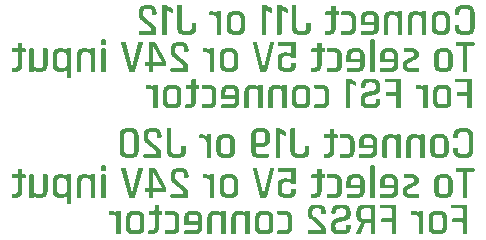
<source format=gbo>
G04*
G04 #@! TF.GenerationSoftware,Altium Limited,Altium Designer,24.1.2 (44)*
G04*
G04 Layer_Color=32896*
%FSLAX44Y44*%
%MOMM*%
G71*
G04*
G04 #@! TF.SameCoordinates,8026E52B-AA0B-4AC6-8547-A5A81626C292*
G04*
G04*
G04 #@! TF.FilePolarity,Positive*
G04*
G01*
G75*
G36*
X216806Y270090D02*
X216945Y270044D01*
X217130Y269812D01*
X217223Y269581D01*
Y269534D01*
Y269488D01*
Y250838D01*
X217177Y250606D01*
X217130Y250468D01*
X216899Y250283D01*
X216668Y250190D01*
X214122D01*
X213891Y250236D01*
X213706Y250283D01*
X213613Y250375D01*
X213521Y250514D01*
X213428Y250745D01*
Y250792D01*
Y250838D01*
Y263472D01*
X213382Y264074D01*
X213289Y264583D01*
X213150Y264999D01*
X212919Y265416D01*
X212688Y265740D01*
X212410Y265971D01*
X212132Y266203D01*
X211808Y266388D01*
X211253Y266619D01*
X210744Y266758D01*
X210513Y266804D01*
X208384D01*
X207875Y266758D01*
X207458Y266665D01*
X207042Y266526D01*
X206718Y266341D01*
X206440Y266110D01*
X206209Y265879D01*
X205885Y265369D01*
X205653Y264814D01*
X205561Y264351D01*
X205514Y264166D01*
Y264027D01*
Y263935D01*
Y263888D01*
Y250838D01*
X205468Y250606D01*
X205422Y250468D01*
X205190Y250283D01*
X204959Y250190D01*
X202414D01*
X202182Y250236D01*
X201997Y250283D01*
X201858Y250375D01*
X201766Y250514D01*
X201673Y250745D01*
Y250792D01*
Y250838D01*
Y264074D01*
X201719Y265092D01*
X201905Y266017D01*
X202136Y266758D01*
X202414Y267406D01*
X202738Y267915D01*
X202969Y268285D01*
X203154Y268470D01*
X203200Y268563D01*
X203848Y269072D01*
X204543Y269488D01*
X205283Y269766D01*
X205977Y269951D01*
X206625Y270044D01*
X207134Y270136D01*
X209865D01*
X210327Y270044D01*
X211207Y269812D01*
X211901Y269488D01*
X212410Y269118D01*
X212826Y268701D01*
X213104Y268378D01*
X213243Y268146D01*
X213289Y268100D01*
Y268054D01*
X213428D01*
Y269488D01*
X213474Y269720D01*
X213521Y269858D01*
X213752Y270044D01*
X214030Y270136D01*
X216575D01*
X216806Y270090D01*
D02*
G37*
G36*
X196536D02*
X196675Y270044D01*
X196860Y269812D01*
X196953Y269581D01*
Y269534D01*
Y269488D01*
Y250838D01*
X196907Y250606D01*
X196860Y250468D01*
X196629Y250283D01*
X196397Y250190D01*
X193852D01*
X193621Y250236D01*
X193436Y250283D01*
X193343Y250375D01*
X193251Y250514D01*
X193158Y250745D01*
Y250792D01*
Y250838D01*
Y263472D01*
X193112Y264074D01*
X193019Y264583D01*
X192880Y264999D01*
X192649Y265416D01*
X192418Y265740D01*
X192140Y265971D01*
X191862Y266203D01*
X191538Y266388D01*
X190983Y266619D01*
X190474Y266758D01*
X190242Y266804D01*
X188114D01*
X187605Y266758D01*
X187188Y266665D01*
X186772Y266526D01*
X186448Y266341D01*
X186170Y266110D01*
X185938Y265879D01*
X185614Y265369D01*
X185383Y264814D01*
X185291Y264351D01*
X185244Y264166D01*
Y264027D01*
Y263935D01*
Y263888D01*
Y250838D01*
X185198Y250606D01*
X185152Y250468D01*
X184920Y250283D01*
X184689Y250190D01*
X182144D01*
X181912Y250236D01*
X181727Y250283D01*
X181588Y250375D01*
X181496Y250514D01*
X181403Y250745D01*
Y250792D01*
Y250838D01*
Y264074D01*
X181449Y265092D01*
X181635Y266017D01*
X181866Y266758D01*
X182144Y267406D01*
X182468Y267915D01*
X182699Y268285D01*
X182884Y268470D01*
X182930Y268563D01*
X183578Y269072D01*
X184272Y269488D01*
X185013Y269766D01*
X185707Y269951D01*
X186355Y270044D01*
X186864Y270136D01*
X189594D01*
X190057Y270044D01*
X190937Y269812D01*
X191631Y269488D01*
X192140Y269118D01*
X192556Y268701D01*
X192834Y268378D01*
X192973Y268146D01*
X193019Y268100D01*
Y268054D01*
X193158D01*
Y269488D01*
X193204Y269720D01*
X193251Y269858D01*
X193482Y270044D01*
X193760Y270136D01*
X196305D01*
X196536Y270090D01*
D02*
G37*
G36*
X363742D02*
X363881Y270044D01*
X364066Y269812D01*
X364158Y269581D01*
Y269534D01*
Y269488D01*
Y250838D01*
X364112Y250606D01*
X364066Y250468D01*
X363834Y250283D01*
X363603Y250190D01*
X361057D01*
X360826Y250236D01*
X360641Y250283D01*
X360548Y250375D01*
X360456Y250514D01*
X360363Y250745D01*
Y250792D01*
Y250838D01*
Y263241D01*
X360317Y263888D01*
X360224Y264398D01*
X360086Y264907D01*
X359854Y265323D01*
X359623Y265647D01*
X359345Y265925D01*
X359021Y266156D01*
X358744Y266341D01*
X358142Y266619D01*
X357633Y266758D01*
X357401Y266804D01*
X354532D01*
X354393Y266850D01*
X354208Y267082D01*
X354116Y267359D01*
Y267406D01*
Y267452D01*
Y269488D01*
X354162Y269720D01*
X354208Y269858D01*
X354440Y270044D01*
X354671Y270136D01*
X356198D01*
X356707Y270090D01*
X357170Y270044D01*
X357587Y269951D01*
X357957Y269858D01*
X358281Y269720D01*
X358512Y269627D01*
X358651Y269581D01*
X358697Y269534D01*
X359067Y269303D01*
X359391Y269072D01*
X359669Y268794D01*
X359854Y268563D01*
X360039Y268331D01*
X360132Y268146D01*
X360224Y268007D01*
Y267961D01*
X360363D01*
Y269488D01*
X360410Y269720D01*
X360456Y269858D01*
X360687Y270044D01*
X360965Y270136D01*
X363510D01*
X363742Y270090D01*
D02*
G37*
G36*
X107589D02*
X107727Y270044D01*
X107912Y269812D01*
X108005Y269581D01*
Y269534D01*
Y269488D01*
Y250838D01*
X107959Y250606D01*
X107912Y250468D01*
X107681Y250283D01*
X107450Y250190D01*
X104904D01*
X104673Y250236D01*
X104488Y250283D01*
X104395Y250375D01*
X104303Y250514D01*
X104210Y250745D01*
Y250792D01*
Y250838D01*
Y263241D01*
X104164Y263888D01*
X104071Y264398D01*
X103932Y264907D01*
X103701Y265323D01*
X103470Y265647D01*
X103192Y265925D01*
X102868Y266156D01*
X102590Y266341D01*
X101989Y266619D01*
X101480Y266758D01*
X101248Y266804D01*
X98379D01*
X98240Y266850D01*
X98055Y267082D01*
X97963Y267359D01*
Y267406D01*
Y267452D01*
Y269488D01*
X98009Y269720D01*
X98055Y269858D01*
X98286Y270044D01*
X98518Y270136D01*
X100045D01*
X100554Y270090D01*
X101017Y270044D01*
X101433Y269951D01*
X101804Y269858D01*
X102128Y269720D01*
X102359Y269627D01*
X102498Y269581D01*
X102544Y269534D01*
X102914Y269303D01*
X103238Y269072D01*
X103516Y268794D01*
X103701Y268563D01*
X103886Y268331D01*
X103979Y268146D01*
X104071Y268007D01*
Y267961D01*
X104210D01*
Y269488D01*
X104256Y269720D01*
X104303Y269858D01*
X104534Y270044D01*
X104812Y270136D01*
X107357D01*
X107589Y270090D01*
D02*
G37*
G36*
X276737Y275273D02*
X277663Y275088D01*
X278450Y274810D01*
X279098Y274533D01*
X279607Y274255D01*
X279977Y273977D01*
X280162Y273792D01*
X280255Y273746D01*
X280764Y273098D01*
X281180Y272404D01*
X281458Y271663D01*
X281643Y270969D01*
X281736Y270321D01*
X281782Y269812D01*
X281828Y269627D01*
Y269488D01*
Y269396D01*
Y269349D01*
Y267822D01*
X281782Y267591D01*
X281736Y267406D01*
X281643Y267313D01*
X281504Y267221D01*
X281273Y267128D01*
X278635D01*
X278403Y267174D01*
X278265Y267221D01*
X278080Y267498D01*
X277987Y267730D01*
Y267776D01*
Y267822D01*
Y269257D01*
X277941Y269812D01*
X277894Y270229D01*
X277802Y270599D01*
X277663Y270923D01*
X277524Y271154D01*
X277432Y271293D01*
X277385Y271386D01*
X277339Y271432D01*
X277061Y271663D01*
X276691Y271802D01*
X275997Y271987D01*
X275673Y272034D01*
X275395Y272080D01*
X273267D01*
X272757Y272034D01*
X272295Y271941D01*
X271878Y271802D01*
X271554Y271663D01*
X271277Y271432D01*
X271045Y271201D01*
X270675Y270692D01*
X270444Y270136D01*
X270351Y269720D01*
X270305Y269534D01*
Y269396D01*
Y269303D01*
Y269257D01*
Y267961D01*
X270397Y267267D01*
X270582Y266619D01*
X270906Y266017D01*
X271230Y265508D01*
X271600Y265092D01*
X271924Y264814D01*
X272110Y264583D01*
X272202Y264536D01*
X279607Y258520D01*
X279977Y258196D01*
X280301Y257872D01*
X280810Y257178D01*
X281180Y256484D01*
X281412Y255882D01*
X281597Y255281D01*
X281643Y254864D01*
X281689Y254679D01*
Y254540D01*
Y254494D01*
Y254448D01*
Y250838D01*
X281643Y250606D01*
X281551Y250468D01*
X281319Y250283D01*
X281041Y250190D01*
X267204D01*
X266973Y250236D01*
X266787Y250283D01*
X266695Y250375D01*
X266602Y250514D01*
X266510Y250745D01*
Y250792D01*
Y250838D01*
Y252920D01*
X266556Y253152D01*
X266602Y253291D01*
X266834Y253476D01*
X267111Y253568D01*
X277385D01*
Y254818D01*
X277339Y255188D01*
X277246Y255512D01*
X277108Y255836D01*
X276923Y256067D01*
X276784Y256299D01*
X276645Y256438D01*
X276552Y256530D01*
X276506Y256576D01*
X268963Y262732D01*
X268546Y263102D01*
X268176Y263518D01*
X267852Y263935D01*
X267574Y264351D01*
X267158Y265184D01*
X266880Y265971D01*
X266741Y266665D01*
X266695Y266943D01*
X266649Y267221D01*
X266602Y267452D01*
Y267591D01*
Y267683D01*
Y267730D01*
Y269349D01*
X266649Y270368D01*
X266834Y271247D01*
X267111Y271987D01*
X267389Y272635D01*
X267713Y273098D01*
X267945Y273468D01*
X268130Y273653D01*
X268222Y273746D01*
X268870Y274255D01*
X269564Y274671D01*
X270305Y274949D01*
X271045Y275134D01*
X271693Y275227D01*
X272202Y275319D01*
X275719D01*
X276737Y275273D01*
D02*
G37*
G36*
X400857D02*
X401042Y275227D01*
X401135Y275134D01*
X401227Y274995D01*
X401320Y274764D01*
Y274718D01*
Y274671D01*
Y250838D01*
X401274Y250606D01*
X401227Y250468D01*
X400950Y250283D01*
X400718Y250190D01*
X398173D01*
X397942Y250236D01*
X397803Y250283D01*
X397618Y250514D01*
X397525Y250745D01*
Y250792D01*
Y250838D01*
Y260094D01*
X397433Y260325D01*
X397294Y260418D01*
X397155Y260464D01*
X389473D01*
X389241Y260510D01*
X389056Y260557D01*
X388964Y260695D01*
X388871Y260834D01*
X388778Y261066D01*
Y261112D01*
Y261158D01*
Y263148D01*
X388825Y263379D01*
X388871Y263518D01*
X389102Y263703D01*
X389380Y263796D01*
X397062D01*
X397340Y263842D01*
X397479Y264027D01*
X397525Y264166D01*
Y264212D01*
Y271617D01*
X397433Y271849D01*
X397294Y271987D01*
X397155Y272034D01*
X388362D01*
X388130Y272080D01*
X387945Y272126D01*
X387853Y272219D01*
X387760Y272358D01*
X387668Y272589D01*
Y272635D01*
Y272682D01*
Y274671D01*
X387714Y274903D01*
X387760Y275042D01*
X387992Y275227D01*
X388269Y275319D01*
X400626D01*
X400857Y275273D01*
D02*
G37*
G36*
X379291Y270090D02*
X380171Y269905D01*
X380957Y269627D01*
X381605Y269349D01*
X382114Y269025D01*
X382485Y268794D01*
X382670Y268609D01*
X382762Y268516D01*
X383271Y267868D01*
X383688Y267174D01*
X383965Y266434D01*
X384151Y265693D01*
X384243Y265046D01*
X384289Y264536D01*
X384336Y264351D01*
Y264212D01*
Y264120D01*
Y264074D01*
Y256252D01*
X384289Y255234D01*
X384104Y254355D01*
X383827Y253568D01*
X383549Y252920D01*
X383271Y252411D01*
X382994Y252041D01*
X382808Y251856D01*
X382762Y251763D01*
X382114Y251254D01*
X381374Y250838D01*
X380633Y250560D01*
X379893Y250375D01*
X379245Y250283D01*
X378736Y250236D01*
X378551Y250190D01*
X374802D01*
X373784Y250236D01*
X372905Y250421D01*
X372118Y250699D01*
X371470Y250977D01*
X370961Y251254D01*
X370591Y251532D01*
X370406Y251717D01*
X370313Y251763D01*
X369758Y252411D01*
X369388Y253152D01*
X369110Y253892D01*
X368879Y254633D01*
X368786Y255281D01*
X368740Y255790D01*
X368693Y255975D01*
Y256114D01*
Y256206D01*
Y256252D01*
Y264074D01*
X368740Y265092D01*
X368925Y265971D01*
X369202Y266758D01*
X369480Y267359D01*
X369804Y267868D01*
X370036Y268239D01*
X370221Y268424D01*
X370313Y268516D01*
X370961Y269072D01*
X371702Y269442D01*
X372442Y269720D01*
X373182Y269951D01*
X373830Y270044D01*
X374339Y270090D01*
X374525Y270136D01*
X378273D01*
X379291Y270090D01*
D02*
G37*
G36*
X340880Y275273D02*
X341065Y275227D01*
X341158Y275134D01*
X341250Y274995D01*
X341343Y274764D01*
Y274718D01*
Y274671D01*
Y250838D01*
X341296Y250606D01*
X341250Y250468D01*
X340972Y250283D01*
X340741Y250190D01*
X338196D01*
X337964Y250236D01*
X337826Y250283D01*
X337640Y250514D01*
X337548Y250745D01*
Y250792D01*
Y250838D01*
Y260094D01*
X337455Y260325D01*
X337316Y260418D01*
X337178Y260464D01*
X329495D01*
X329264Y260510D01*
X329079Y260557D01*
X328986Y260695D01*
X328894Y260834D01*
X328801Y261066D01*
Y261112D01*
Y261158D01*
Y263148D01*
X328847Y263379D01*
X328894Y263518D01*
X329125Y263703D01*
X329403Y263796D01*
X337085D01*
X337363Y263842D01*
X337501Y264027D01*
X337548Y264166D01*
Y264212D01*
Y271617D01*
X337455Y271849D01*
X337316Y271987D01*
X337178Y272034D01*
X328385D01*
X328153Y272080D01*
X327968Y272126D01*
X327876Y272219D01*
X327783Y272358D01*
X327690Y272589D01*
Y272635D01*
Y272682D01*
Y274671D01*
X327737Y274903D01*
X327783Y275042D01*
X328014Y275227D01*
X328292Y275319D01*
X340648D01*
X340880Y275273D01*
D02*
G37*
G36*
X323109D02*
X323294Y275227D01*
X323386Y275134D01*
X323479Y274995D01*
X323572Y274764D01*
Y274718D01*
Y274671D01*
Y250838D01*
X323525Y250606D01*
X323479Y250468D01*
X323201Y250283D01*
X322970Y250190D01*
X320425D01*
X320193Y250236D01*
X320054Y250283D01*
X319869Y250514D01*
X319777Y250745D01*
Y250792D01*
Y250838D01*
Y259446D01*
X319684Y259677D01*
X319545Y259770D01*
X319407Y259816D01*
X315334D01*
X311169Y250838D01*
X311030Y250606D01*
X310845Y250468D01*
X310428Y250283D01*
X310243Y250236D01*
X310058Y250190D01*
X307513D01*
X307235Y250236D01*
X307050Y250329D01*
X306957Y250421D01*
X306911Y250560D01*
X306957Y250838D01*
X307004Y250884D01*
Y250931D01*
X311354Y260094D01*
Y260279D01*
X310706Y260557D01*
X310105Y260834D01*
X309595Y261251D01*
X309179Y261667D01*
X308809Y262084D01*
X308531Y262593D01*
X308253Y263055D01*
X308068Y263518D01*
X307791Y264444D01*
X307698Y264860D01*
X307652Y265184D01*
Y265508D01*
X307605Y265740D01*
Y265879D01*
Y265925D01*
Y269257D01*
X307698Y270275D01*
X307883Y271154D01*
X308114Y271895D01*
X308438Y272543D01*
X308762Y273052D01*
X308994Y273422D01*
X309179Y273607D01*
X309272Y273700D01*
X309919Y274255D01*
X310660Y274625D01*
X311400Y274903D01*
X312094Y275134D01*
X312742Y275227D01*
X313251Y275273D01*
X313437Y275319D01*
X322877D01*
X323109Y275273D01*
D02*
G37*
G36*
X297702D02*
X298581Y275088D01*
X299368Y274810D01*
X300016Y274533D01*
X300525Y274209D01*
X300895Y273977D01*
X301080Y273792D01*
X301173Y273700D01*
X301728Y273052D01*
X302098Y272311D01*
X302376Y271571D01*
X302607Y270877D01*
X302700Y270229D01*
X302746Y269720D01*
X302792Y269534D01*
Y269396D01*
Y269303D01*
Y269257D01*
Y267591D01*
X302746Y266804D01*
X302654Y266110D01*
X302468Y265508D01*
X302283Y264953D01*
X302145Y264536D01*
X301959Y264259D01*
X301867Y264027D01*
X301821Y263981D01*
X301450Y263518D01*
X301034Y263102D01*
X300664Y262778D01*
X300293Y262500D01*
X299969Y262315D01*
X299692Y262176D01*
X299507Y262130D01*
X299460Y262084D01*
X298396Y261713D01*
X297887Y261575D01*
X297424Y261436D01*
X297008Y261297D01*
X296684Y261251D01*
X296499Y261158D01*
X296406D01*
X295758Y261019D01*
X295203Y260927D01*
X294694Y260788D01*
X294231Y260742D01*
X293814Y260649D01*
X293537Y260603D01*
X293352Y260557D01*
X293305D01*
X292796Y260464D01*
X292333Y260325D01*
X291917Y260140D01*
X291547Y260001D01*
X291269Y259816D01*
X291084Y259723D01*
X290945Y259631D01*
X290899Y259585D01*
X290575Y259307D01*
X290343Y258983D01*
X290158Y258659D01*
X290066Y258335D01*
X289973Y258057D01*
X289927Y257826D01*
Y257687D01*
Y257641D01*
Y256762D01*
X289973Y256160D01*
X290066Y255605D01*
X290158Y255188D01*
X290297Y254818D01*
X290482Y254540D01*
X290575Y254355D01*
X290667Y254263D01*
X290714Y254216D01*
X291038Y253985D01*
X291408Y253800D01*
X291778Y253661D01*
X292195Y253568D01*
X292565Y253522D01*
X292843Y253476D01*
X295804D01*
X296406Y253522D01*
X296915Y253615D01*
X297332Y253707D01*
X297656Y253846D01*
X297933Y253985D01*
X298118Y254124D01*
X298211Y254170D01*
X298257Y254216D01*
X298489Y254540D01*
X298674Y254910D01*
X298766Y255281D01*
X298859Y255697D01*
X298905Y256021D01*
X298951Y256299D01*
Y256484D01*
Y256576D01*
Y257271D01*
X298998Y257502D01*
X299044Y257687D01*
X299136Y257780D01*
X299275Y257872D01*
X299507Y257965D01*
X302145D01*
X302376Y257919D01*
X302515Y257872D01*
X302700Y257641D01*
X302792Y257363D01*
Y257317D01*
Y257271D01*
Y256252D01*
X302700Y255234D01*
X302515Y254355D01*
X302283Y253615D01*
X301959Y252967D01*
X301682Y252458D01*
X301404Y252087D01*
X301219Y251902D01*
X301173Y251810D01*
X300478Y251254D01*
X299738Y250884D01*
X298998Y250606D01*
X298257Y250375D01*
X297609Y250283D01*
X297100Y250236D01*
X296915Y250190D01*
X292241D01*
X291223Y250283D01*
X290343Y250468D01*
X289603Y250699D01*
X288955Y251023D01*
X288446Y251301D01*
X288076Y251578D01*
X287891Y251763D01*
X287798Y251810D01*
X287243Y252458D01*
X286826Y253198D01*
X286549Y253939D01*
X286317Y254633D01*
X286225Y255281D01*
X286178Y255790D01*
X286132Y255975D01*
Y256114D01*
Y256206D01*
Y256252D01*
Y257780D01*
X286178Y258474D01*
X286225Y259076D01*
X286364Y259631D01*
X286502Y260094D01*
X286641Y260464D01*
X286734Y260742D01*
X286826Y260927D01*
X286873Y260973D01*
X287150Y261436D01*
X287474Y261852D01*
X287752Y262176D01*
X288076Y262454D01*
X288307Y262685D01*
X288539Y262824D01*
X288677Y262917D01*
X288724Y262963D01*
X289603Y263379D01*
X290019Y263565D01*
X290390Y263703D01*
X290714Y263842D01*
X290991Y263935D01*
X291176Y263981D01*
X291223D01*
X292195Y264259D01*
X292657Y264351D01*
X293074Y264444D01*
X293398Y264490D01*
X293675Y264536D01*
X293861Y264583D01*
X293907D01*
X294879Y264722D01*
X295295Y264814D01*
X295665Y264907D01*
X295989Y264953D01*
X296221Y264999D01*
X296360Y265046D01*
X296406D01*
X296869Y265184D01*
X297239Y265323D01*
X297563Y265508D01*
X297887Y265693D01*
X298350Y266110D01*
X298627Y266480D01*
X298813Y266850D01*
X298905Y267174D01*
X298951Y267359D01*
Y267452D01*
Y268655D01*
X298905Y269303D01*
X298859Y269858D01*
X298720Y270275D01*
X298581Y270645D01*
X298489Y270923D01*
X298350Y271108D01*
X298303Y271201D01*
X298257Y271247D01*
X297933Y271525D01*
X297563Y271710D01*
X297146Y271849D01*
X296730Y271941D01*
X296406Y271987D01*
X296082Y272034D01*
X293352D01*
X292750Y271987D01*
X292287Y271941D01*
X291871Y271802D01*
X291500Y271663D01*
X291269Y271525D01*
X291084Y271432D01*
X290991Y271339D01*
X290945Y271293D01*
X290714Y270969D01*
X290529Y270599D01*
X290390Y270229D01*
X290297Y269812D01*
X290251Y269442D01*
X290205Y269164D01*
Y268979D01*
Y268887D01*
Y268378D01*
X290158Y268146D01*
X290112Y268007D01*
X289881Y267822D01*
X289649Y267730D01*
X287058D01*
X286826Y267776D01*
X286641Y267822D01*
X286549Y267915D01*
X286456Y268054D01*
X286364Y268285D01*
Y268331D01*
Y268378D01*
Y269257D01*
X286456Y270275D01*
X286641Y271154D01*
X286873Y271895D01*
X287197Y272543D01*
X287520Y273052D01*
X287752Y273422D01*
X287937Y273607D01*
X288029Y273700D01*
X288677Y274255D01*
X289418Y274625D01*
X290158Y274903D01*
X290899Y275134D01*
X291547Y275227D01*
X292056Y275273D01*
X292241Y275319D01*
X296684D01*
X297702Y275273D01*
D02*
G37*
G36*
X248230Y270090D02*
X249109Y269905D01*
X249896Y269627D01*
X250544Y269349D01*
X251053Y269025D01*
X251423Y268794D01*
X251608Y268609D01*
X251701Y268516D01*
X252210Y267868D01*
X252626Y267174D01*
X252904Y266434D01*
X253089Y265693D01*
X253182Y265046D01*
X253228Y264536D01*
X253274Y264351D01*
Y264212D01*
Y264120D01*
Y264074D01*
Y256252D01*
X253228Y255234D01*
X253043Y254355D01*
X252765Y253568D01*
X252487Y252920D01*
X252210Y252411D01*
X251932Y252041D01*
X251747Y251856D01*
X251701Y251763D01*
X251053Y251254D01*
X250312Y250838D01*
X249572Y250560D01*
X248831Y250375D01*
X248183Y250283D01*
X247674Y250236D01*
X247489Y250190D01*
X241427D01*
X241195Y250236D01*
X241010Y250283D01*
X240918Y250375D01*
X240825Y250514D01*
X240733Y250699D01*
Y250745D01*
Y250792D01*
Y252828D01*
X240779Y253059D01*
X240825Y253198D01*
X241056Y253383D01*
X241334Y253476D01*
X246656D01*
X247165Y253522D01*
X247582Y253615D01*
X247952Y253754D01*
X248276Y253939D01*
X248554Y254170D01*
X248785Y254401D01*
X249109Y254957D01*
X249340Y255466D01*
X249433Y255929D01*
X249479Y256114D01*
Y256252D01*
Y256345D01*
Y256391D01*
Y263888D01*
X249433Y264398D01*
X249340Y264860D01*
X249202Y265231D01*
X249016Y265555D01*
X248831Y265879D01*
X248600Y266110D01*
X248045Y266434D01*
X247535Y266665D01*
X247073Y266758D01*
X246934Y266804D01*
X241427D01*
X241195Y266850D01*
X241010Y266897D01*
X240918Y266989D01*
X240825Y267128D01*
X240733Y267359D01*
Y267406D01*
Y267452D01*
Y269488D01*
X240779Y269720D01*
X240825Y269858D01*
X241056Y270044D01*
X241334Y270136D01*
X247212D01*
X248230Y270090D01*
D02*
G37*
G36*
X232356D02*
X233235Y269905D01*
X234022Y269627D01*
X234670Y269349D01*
X235179Y269025D01*
X235549Y268794D01*
X235735Y268609D01*
X235827Y268516D01*
X236336Y267868D01*
X236753Y267174D01*
X237030Y266434D01*
X237215Y265693D01*
X237308Y265046D01*
X237354Y264536D01*
X237400Y264351D01*
Y264212D01*
Y264120D01*
Y264074D01*
Y256252D01*
X237354Y255234D01*
X237169Y254355D01*
X236891Y253568D01*
X236614Y252920D01*
X236336Y252411D01*
X236058Y252041D01*
X235873Y251856D01*
X235827Y251763D01*
X235179Y251254D01*
X234439Y250838D01*
X233698Y250560D01*
X232958Y250375D01*
X232310Y250283D01*
X231801Y250236D01*
X231616Y250190D01*
X227867D01*
X226849Y250236D01*
X225970Y250421D01*
X225183Y250699D01*
X224535Y250977D01*
X224026Y251254D01*
X223656Y251532D01*
X223471Y251717D01*
X223378Y251763D01*
X222823Y252411D01*
X222452Y253152D01*
X222175Y253892D01*
X221943Y254633D01*
X221851Y255281D01*
X221805Y255790D01*
X221758Y255975D01*
Y256114D01*
Y256206D01*
Y256252D01*
Y264074D01*
X221805Y265092D01*
X221990Y265971D01*
X222267Y266758D01*
X222545Y267359D01*
X222869Y267868D01*
X223100Y268239D01*
X223286Y268424D01*
X223378Y268516D01*
X224026Y269072D01*
X224766Y269442D01*
X225507Y269720D01*
X226247Y269951D01*
X226895Y270044D01*
X227404Y270090D01*
X227589Y270136D01*
X231338D01*
X232356Y270090D01*
D02*
G37*
G36*
X172055D02*
X172934Y269905D01*
X173721Y269627D01*
X174369Y269349D01*
X174878Y269025D01*
X175248Y268794D01*
X175433Y268609D01*
X175526Y268516D01*
X176035Y267868D01*
X176451Y267174D01*
X176729Y266434D01*
X176914Y265693D01*
X177007Y265046D01*
X177053Y264536D01*
X177099Y264351D01*
Y264212D01*
Y264120D01*
Y264074D01*
Y256252D01*
X177053Y255234D01*
X176868Y254355D01*
X176590Y253568D01*
X176313Y252920D01*
X176035Y252411D01*
X175757Y252041D01*
X175572Y251856D01*
X175526Y251763D01*
X174878Y251254D01*
X174137Y250838D01*
X173397Y250560D01*
X172656Y250375D01*
X172008Y250283D01*
X171500Y250236D01*
X171314Y250190D01*
X162568D01*
X162336Y250236D01*
X162151Y250283D01*
X162059Y250375D01*
X161966Y250514D01*
X161873Y250699D01*
Y250745D01*
Y250792D01*
Y252735D01*
X161920Y252967D01*
X161966Y253152D01*
X162105Y253291D01*
X162197Y253383D01*
X162475Y253476D01*
X170481D01*
X170990Y253522D01*
X171407Y253615D01*
X171777Y253754D01*
X172101Y253939D01*
X172379Y254124D01*
X172610Y254355D01*
X172934Y254910D01*
X173165Y255420D01*
X173258Y255882D01*
X173304Y256021D01*
Y256160D01*
Y256252D01*
Y256299D01*
Y258011D01*
X173258Y258242D01*
X173073Y258335D01*
X172934Y258381D01*
X162383D01*
X162151Y258428D01*
X161966Y258474D01*
X161873Y258613D01*
X161781Y258752D01*
X161688Y258983D01*
Y259029D01*
Y259076D01*
Y264074D01*
X161735Y265092D01*
X161920Y265971D01*
X162197Y266758D01*
X162475Y267359D01*
X162799Y267868D01*
X163030Y268239D01*
X163216Y268424D01*
X163308Y268516D01*
X163956Y269072D01*
X164697Y269442D01*
X165437Y269720D01*
X166177Y269951D01*
X166825Y270044D01*
X167334Y270090D01*
X167519Y270136D01*
X171037D01*
X172055Y270090D01*
D02*
G37*
G36*
X152757D02*
X153636Y269905D01*
X154423Y269627D01*
X155070Y269349D01*
X155580Y269025D01*
X155950Y268794D01*
X156135Y268609D01*
X156228Y268516D01*
X156736Y267868D01*
X157153Y267174D01*
X157431Y266434D01*
X157616Y265693D01*
X157708Y265046D01*
X157755Y264536D01*
X157801Y264351D01*
Y264212D01*
Y264120D01*
Y264074D01*
Y256252D01*
X157755Y255234D01*
X157570Y254355D01*
X157292Y253568D01*
X157014Y252920D01*
X156736Y252411D01*
X156459Y252041D01*
X156274Y251856D01*
X156228Y251763D01*
X155580Y251254D01*
X154839Y250838D01*
X154099Y250560D01*
X153358Y250375D01*
X152710Y250283D01*
X152201Y250236D01*
X152016Y250190D01*
X145954D01*
X145722Y250236D01*
X145537Y250283D01*
X145444Y250375D01*
X145352Y250514D01*
X145259Y250699D01*
Y250745D01*
Y250792D01*
Y252828D01*
X145306Y253059D01*
X145352Y253198D01*
X145583Y253383D01*
X145861Y253476D01*
X151183D01*
X151692Y253522D01*
X152109Y253615D01*
X152479Y253754D01*
X152803Y253939D01*
X153081Y254170D01*
X153312Y254401D01*
X153636Y254957D01*
X153867Y255466D01*
X153960Y255929D01*
X154006Y256114D01*
Y256252D01*
Y256345D01*
Y256391D01*
Y263888D01*
X153960Y264398D01*
X153867Y264860D01*
X153728Y265231D01*
X153543Y265555D01*
X153358Y265879D01*
X153127Y266110D01*
X152571Y266434D01*
X152062Y266665D01*
X151600Y266758D01*
X151461Y266804D01*
X145954D01*
X145722Y266850D01*
X145537Y266897D01*
X145444Y266989D01*
X145352Y267128D01*
X145259Y267359D01*
Y267406D01*
Y267452D01*
Y269488D01*
X145306Y269720D01*
X145352Y269858D01*
X145583Y270044D01*
X145861Y270136D01*
X151738D01*
X152757Y270090D01*
D02*
G37*
G36*
X140076Y274671D02*
X140261Y274625D01*
X140354Y274533D01*
X140446Y274394D01*
X140539Y274162D01*
Y274116D01*
Y274070D01*
Y270506D01*
X140585Y270275D01*
X140724Y270182D01*
X140909Y270136D01*
X142807D01*
X143038Y270090D01*
X143177Y270044D01*
X143362Y269812D01*
X143455Y269581D01*
Y269534D01*
Y269488D01*
Y267452D01*
Y267221D01*
X143408Y267082D01*
X143362Y266989D01*
Y266943D01*
X143223Y266850D01*
X143038Y266804D01*
X140955D01*
X140724Y266758D01*
X140585Y266619D01*
X140539Y266480D01*
Y266434D01*
Y256160D01*
X140446Y255142D01*
X140261Y254263D01*
X140030Y253476D01*
X139706Y252874D01*
X139428Y252365D01*
X139151Y251995D01*
X138966Y251810D01*
X138919Y251717D01*
X138225Y251208D01*
X137485Y250838D01*
X136744Y250560D01*
X136004Y250375D01*
X135356Y250283D01*
X134800Y250236D01*
X134615Y250190D01*
X132255D01*
X132024Y250236D01*
X131839Y250283D01*
X131700Y250375D01*
X131607Y250514D01*
X131515Y250699D01*
Y250745D01*
Y250792D01*
Y252828D01*
X131561Y253059D01*
X131607Y253198D01*
X131885Y253383D01*
X132116Y253476D01*
X133782D01*
X134291Y253522D01*
X134754Y253615D01*
X135124Y253754D01*
X135448Y253939D01*
X135726Y254124D01*
X136004Y254401D01*
X136328Y254910D01*
X136559Y255420D01*
X136651Y255882D01*
X136698Y256067D01*
Y256206D01*
Y256299D01*
Y256345D01*
Y266434D01*
X136651Y266665D01*
X136466Y266758D01*
X136328Y266804D01*
X132625D01*
X132394Y266850D01*
X132209Y266897D01*
X132116Y266989D01*
X132024Y267128D01*
X131931Y267359D01*
Y267406D01*
Y267452D01*
Y269488D01*
X131977Y269720D01*
X132024Y269858D01*
X132255Y270044D01*
X132533Y270136D01*
X136281D01*
X136513Y270182D01*
X136651Y270321D01*
X136698Y270460D01*
Y270506D01*
Y274070D01*
X136744Y274301D01*
X136790Y274440D01*
X137022Y274625D01*
X137299Y274718D01*
X139845D01*
X140076Y274671D01*
D02*
G37*
G36*
X123138Y270090D02*
X124017Y269905D01*
X124804Y269627D01*
X125452Y269349D01*
X125961Y269025D01*
X126331Y268794D01*
X126517Y268609D01*
X126609Y268516D01*
X127118Y267868D01*
X127535Y267174D01*
X127812Y266434D01*
X127997Y265693D01*
X128090Y265046D01*
X128136Y264536D01*
X128182Y264351D01*
Y264212D01*
Y264120D01*
Y264074D01*
Y256252D01*
X128136Y255234D01*
X127951Y254355D01*
X127674Y253568D01*
X127396Y252920D01*
X127118Y252411D01*
X126840Y252041D01*
X126655Y251856D01*
X126609Y251763D01*
X125961Y251254D01*
X125221Y250838D01*
X124480Y250560D01*
X123740Y250375D01*
X123092Y250283D01*
X122583Y250236D01*
X122398Y250190D01*
X118649D01*
X117631Y250236D01*
X116752Y250421D01*
X115965Y250699D01*
X115317Y250977D01*
X114808Y251254D01*
X114438Y251532D01*
X114253Y251717D01*
X114160Y251763D01*
X113605Y252411D01*
X113235Y253152D01*
X112957Y253892D01*
X112725Y254633D01*
X112633Y255281D01*
X112587Y255790D01*
X112540Y255975D01*
Y256114D01*
Y256206D01*
Y256252D01*
Y264074D01*
X112587Y265092D01*
X112772Y265971D01*
X113049Y266758D01*
X113327Y267359D01*
X113651Y267868D01*
X113882Y268239D01*
X114067Y268424D01*
X114160Y268516D01*
X114808Y269072D01*
X115548Y269442D01*
X116289Y269720D01*
X117029Y269951D01*
X117677Y270044D01*
X118186Y270090D01*
X118371Y270136D01*
X122120D01*
X123138Y270090D01*
D02*
G37*
G36*
X302206Y381953D02*
X302623Y381814D01*
X302761Y381722D01*
X302900Y381629D01*
X302993Y381583D01*
X303039D01*
X307111Y379130D01*
X307297Y378991D01*
X307435Y378852D01*
X307574Y378529D01*
X307667Y378297D01*
Y378251D01*
Y378204D01*
Y375891D01*
X307621Y375659D01*
X307528Y375520D01*
X307435Y375428D01*
X307019D01*
X306926Y375474D01*
X306880D01*
X302623Y377973D01*
Y357518D01*
X302576Y357286D01*
X302530Y357148D01*
X302252Y356963D01*
X302021Y356870D01*
X299383D01*
X299198Y356916D01*
X299013Y356963D01*
X298874Y357194D01*
X298781Y357425D01*
Y357472D01*
Y357518D01*
Y381352D01*
X298828Y381583D01*
X298874Y381722D01*
X299105Y381907D01*
X299337Y381999D01*
X301789D01*
X302206Y381953D01*
D02*
G37*
G36*
X248106Y376770D02*
X248245Y376724D01*
X248430Y376492D01*
X248522Y376261D01*
Y376214D01*
Y376168D01*
Y357518D01*
X248476Y357286D01*
X248430Y357148D01*
X248199Y356963D01*
X247967Y356870D01*
X245422D01*
X245191Y356916D01*
X245005Y356963D01*
X244913Y357055D01*
X244820Y357194D01*
X244728Y357425D01*
Y357472D01*
Y357518D01*
Y370152D01*
X244681Y370754D01*
X244589Y371263D01*
X244450Y371679D01*
X244219Y372096D01*
X243987Y372420D01*
X243710Y372651D01*
X243432Y372882D01*
X243108Y373068D01*
X242553Y373299D01*
X242043Y373438D01*
X241812Y373484D01*
X239683D01*
X239174Y373438D01*
X238758Y373345D01*
X238341Y373206D01*
X238017Y373021D01*
X237740Y372790D01*
X237508Y372559D01*
X237184Y372049D01*
X236953Y371494D01*
X236860Y371031D01*
X236814Y370846D01*
Y370707D01*
Y370615D01*
Y370569D01*
Y357518D01*
X236768Y357286D01*
X236721Y357148D01*
X236490Y356963D01*
X236259Y356870D01*
X233713D01*
X233482Y356916D01*
X233297Y356963D01*
X233158Y357055D01*
X233065Y357194D01*
X232973Y357425D01*
Y357472D01*
Y357518D01*
Y370754D01*
X233019Y371772D01*
X233204Y372697D01*
X233436Y373438D01*
X233713Y374086D01*
X234037Y374595D01*
X234269Y374965D01*
X234454Y375150D01*
X234500Y375243D01*
X235148Y375752D01*
X235842Y376168D01*
X236583Y376446D01*
X237277Y376631D01*
X237925Y376724D01*
X238434Y376816D01*
X241164D01*
X241627Y376724D01*
X242506Y376492D01*
X243200Y376168D01*
X243710Y375798D01*
X244126Y375382D01*
X244404Y375058D01*
X244543Y374826D01*
X244589Y374780D01*
Y374734D01*
X244728D01*
Y376168D01*
X244774Y376400D01*
X244820Y376539D01*
X245052Y376724D01*
X245329Y376816D01*
X247875D01*
X248106Y376770D01*
D02*
G37*
G36*
X227836D02*
X227975Y376724D01*
X228160Y376492D01*
X228252Y376261D01*
Y376214D01*
Y376168D01*
Y357518D01*
X228206Y357286D01*
X228160Y357148D01*
X227929Y356963D01*
X227697Y356870D01*
X225152D01*
X224920Y356916D01*
X224735Y356963D01*
X224643Y357055D01*
X224550Y357194D01*
X224458Y357425D01*
Y357472D01*
Y357518D01*
Y370152D01*
X224411Y370754D01*
X224319Y371263D01*
X224180Y371679D01*
X223948Y372096D01*
X223717Y372420D01*
X223439Y372651D01*
X223162Y372882D01*
X222838Y373068D01*
X222283Y373299D01*
X221773Y373438D01*
X221542Y373484D01*
X219413D01*
X218904Y373438D01*
X218488Y373345D01*
X218071Y373206D01*
X217747Y373021D01*
X217470Y372790D01*
X217238Y372559D01*
X216914Y372049D01*
X216683Y371494D01*
X216590Y371031D01*
X216544Y370846D01*
Y370707D01*
Y370615D01*
Y370569D01*
Y357518D01*
X216498Y357286D01*
X216451Y357148D01*
X216220Y356963D01*
X215989Y356870D01*
X213443D01*
X213212Y356916D01*
X213027Y356963D01*
X212888Y357055D01*
X212795Y357194D01*
X212703Y357425D01*
Y357472D01*
Y357518D01*
Y370754D01*
X212749Y371772D01*
X212934Y372697D01*
X213165Y373438D01*
X213443Y374086D01*
X213767Y374595D01*
X213999Y374965D01*
X214184Y375150D01*
X214230Y375243D01*
X214878Y375752D01*
X215572Y376168D01*
X216313Y376446D01*
X217007Y376631D01*
X217655Y376724D01*
X218164Y376816D01*
X220894D01*
X221357Y376724D01*
X222236Y376492D01*
X222930Y376168D01*
X223439Y375798D01*
X223856Y375382D01*
X224134Y375058D01*
X224272Y374826D01*
X224319Y374780D01*
Y374734D01*
X224458D01*
Y376168D01*
X224504Y376400D01*
X224550Y376539D01*
X224781Y376724D01*
X225059Y376816D01*
X227605D01*
X227836Y376770D01*
D02*
G37*
G36*
X367552D02*
X367691Y376724D01*
X367876Y376492D01*
X367968Y376261D01*
Y376214D01*
Y376168D01*
Y357518D01*
X367922Y357286D01*
X367876Y357148D01*
X367644Y356963D01*
X367413Y356870D01*
X364867D01*
X364636Y356916D01*
X364451Y356963D01*
X364358Y357055D01*
X364266Y357194D01*
X364173Y357425D01*
Y357472D01*
Y357518D01*
Y369921D01*
X364127Y370569D01*
X364034Y371078D01*
X363896Y371587D01*
X363664Y372003D01*
X363433Y372327D01*
X363155Y372605D01*
X362831Y372836D01*
X362553Y373021D01*
X361952Y373299D01*
X361443Y373438D01*
X361211Y373484D01*
X358342D01*
X358203Y373530D01*
X358018Y373762D01*
X357926Y374039D01*
Y374086D01*
Y374132D01*
Y376168D01*
X357972Y376400D01*
X358018Y376539D01*
X358250Y376724D01*
X358481Y376816D01*
X360008D01*
X360517Y376770D01*
X360980Y376724D01*
X361396Y376631D01*
X361767Y376539D01*
X362091Y376400D01*
X362322Y376307D01*
X362461Y376261D01*
X362507Y376214D01*
X362878Y375983D01*
X363201Y375752D01*
X363479Y375474D01*
X363664Y375243D01*
X363849Y375011D01*
X363942Y374826D01*
X364034Y374687D01*
Y374641D01*
X364173D01*
Y376168D01*
X364220Y376400D01*
X364266Y376539D01*
X364497Y376724D01*
X364775Y376816D01*
X367320D01*
X367552Y376770D01*
D02*
G37*
G36*
X138888D02*
X139027Y376724D01*
X139212Y376492D01*
X139305Y376261D01*
Y376214D01*
Y376168D01*
Y357518D01*
X139258Y357286D01*
X139212Y357148D01*
X138981Y356963D01*
X138749Y356870D01*
X136204D01*
X135972Y356916D01*
X135787Y356963D01*
X135695Y357055D01*
X135602Y357194D01*
X135510Y357425D01*
Y357472D01*
Y357518D01*
Y369921D01*
X135463Y370569D01*
X135371Y371078D01*
X135232Y371587D01*
X135001Y372003D01*
X134769Y372327D01*
X134492Y372605D01*
X134168Y372836D01*
X133890Y373021D01*
X133288Y373299D01*
X132779Y373438D01*
X132548Y373484D01*
X129679D01*
X129540Y373530D01*
X129355Y373762D01*
X129262Y374039D01*
Y374086D01*
Y374132D01*
Y376168D01*
X129308Y376400D01*
X129355Y376539D01*
X129586Y376724D01*
X129817Y376816D01*
X131345D01*
X131854Y376770D01*
X132317Y376724D01*
X132733Y376631D01*
X133103Y376539D01*
X133427Y376400D01*
X133659Y376307D01*
X133797Y376261D01*
X133844Y376214D01*
X134214Y375983D01*
X134538Y375752D01*
X134816Y375474D01*
X135001Y375243D01*
X135186Y375011D01*
X135278Y374826D01*
X135371Y374687D01*
Y374641D01*
X135510D01*
Y376168D01*
X135556Y376400D01*
X135602Y376539D01*
X135834Y376724D01*
X136111Y376816D01*
X138657D01*
X138888Y376770D01*
D02*
G37*
G36*
X404667Y381953D02*
X404852Y381907D01*
X404945Y381814D01*
X405037Y381675D01*
X405130Y381444D01*
Y381398D01*
Y381352D01*
Y357518D01*
X405084Y357286D01*
X405037Y357148D01*
X404760Y356963D01*
X404528Y356870D01*
X401983D01*
X401752Y356916D01*
X401613Y356963D01*
X401428Y357194D01*
X401335Y357425D01*
Y357472D01*
Y357518D01*
Y366774D01*
X401243Y367005D01*
X401104Y367098D01*
X400965Y367144D01*
X393283D01*
X393051Y367190D01*
X392866Y367237D01*
X392774Y367375D01*
X392681Y367514D01*
X392588Y367746D01*
Y367792D01*
Y367838D01*
Y369828D01*
X392635Y370060D01*
X392681Y370198D01*
X392912Y370383D01*
X393190Y370476D01*
X400872D01*
X401150Y370522D01*
X401289Y370707D01*
X401335Y370846D01*
Y370892D01*
Y378297D01*
X401243Y378529D01*
X401104Y378667D01*
X400965Y378714D01*
X392172D01*
X391940Y378760D01*
X391755Y378806D01*
X391663Y378899D01*
X391570Y379038D01*
X391478Y379269D01*
Y379315D01*
Y379361D01*
Y381352D01*
X391524Y381583D01*
X391570Y381722D01*
X391802Y381907D01*
X392079Y381999D01*
X404436D01*
X404667Y381953D01*
D02*
G37*
G36*
X383101Y376770D02*
X383981Y376585D01*
X384767Y376307D01*
X385415Y376029D01*
X385924Y375705D01*
X386295Y375474D01*
X386480Y375289D01*
X386572Y375196D01*
X387081Y374548D01*
X387498Y373854D01*
X387775Y373114D01*
X387961Y372373D01*
X388053Y371726D01*
X388099Y371216D01*
X388146Y371031D01*
Y370892D01*
Y370800D01*
Y370754D01*
Y362933D01*
X388099Y361914D01*
X387914Y361035D01*
X387637Y360248D01*
X387359Y359600D01*
X387081Y359091D01*
X386804Y358721D01*
X386618Y358536D01*
X386572Y358443D01*
X385924Y357934D01*
X385184Y357518D01*
X384443Y357240D01*
X383703Y357055D01*
X383055Y356963D01*
X382546Y356916D01*
X382361Y356870D01*
X378612D01*
X377594Y356916D01*
X376715Y357101D01*
X375928Y357379D01*
X375280Y357657D01*
X374771Y357934D01*
X374401Y358212D01*
X374216Y358397D01*
X374123Y358443D01*
X373568Y359091D01*
X373198Y359832D01*
X372920Y360572D01*
X372689Y361313D01*
X372596Y361961D01*
X372550Y362470D01*
X372503Y362655D01*
Y362794D01*
Y362886D01*
Y362933D01*
Y370754D01*
X372550Y371772D01*
X372735Y372651D01*
X373013Y373438D01*
X373290Y374039D01*
X373614Y374548D01*
X373845Y374919D01*
X374031Y375104D01*
X374123Y375196D01*
X374771Y375752D01*
X375512Y376122D01*
X376252Y376400D01*
X376992Y376631D01*
X377640Y376724D01*
X378149Y376770D01*
X378335Y376816D01*
X382083D01*
X383101Y376770D01*
D02*
G37*
G36*
X344690Y381953D02*
X344875Y381907D01*
X344968Y381814D01*
X345060Y381675D01*
X345153Y381444D01*
Y381398D01*
Y381352D01*
Y357518D01*
X345106Y357286D01*
X345060Y357148D01*
X344782Y356963D01*
X344551Y356870D01*
X342006D01*
X341774Y356916D01*
X341636Y356963D01*
X341450Y357194D01*
X341358Y357425D01*
Y357472D01*
Y357518D01*
Y366774D01*
X341265Y367005D01*
X341126Y367098D01*
X340988Y367144D01*
X333305D01*
X333074Y367190D01*
X332889Y367237D01*
X332796Y367375D01*
X332704Y367514D01*
X332611Y367746D01*
Y367792D01*
Y367838D01*
Y369828D01*
X332657Y370060D01*
X332704Y370198D01*
X332935Y370383D01*
X333213Y370476D01*
X340895D01*
X341173Y370522D01*
X341311Y370707D01*
X341358Y370846D01*
Y370892D01*
Y378297D01*
X341265Y378529D01*
X341126Y378667D01*
X340988Y378714D01*
X332195D01*
X331963Y378760D01*
X331778Y378806D01*
X331685Y378899D01*
X331593Y379038D01*
X331500Y379269D01*
Y379315D01*
Y379361D01*
Y381352D01*
X331547Y381583D01*
X331593Y381722D01*
X331824Y381907D01*
X332102Y381999D01*
X344459D01*
X344690Y381953D01*
D02*
G37*
G36*
X322754D02*
X323633Y381768D01*
X324420Y381490D01*
X325068Y381213D01*
X325577Y380889D01*
X325947Y380657D01*
X326132Y380472D01*
X326225Y380380D01*
X326780Y379732D01*
X327150Y378991D01*
X327428Y378251D01*
X327659Y377557D01*
X327752Y376909D01*
X327798Y376400D01*
X327844Y376214D01*
Y376076D01*
Y375983D01*
Y375937D01*
Y374271D01*
X327798Y373484D01*
X327706Y372790D01*
X327520Y372188D01*
X327335Y371633D01*
X327197Y371216D01*
X327011Y370939D01*
X326919Y370707D01*
X326872Y370661D01*
X326502Y370198D01*
X326086Y369782D01*
X325716Y369458D01*
X325345Y369180D01*
X325021Y368995D01*
X324744Y368856D01*
X324559Y368810D01*
X324512Y368764D01*
X323448Y368393D01*
X322939Y368255D01*
X322476Y368116D01*
X322060Y367977D01*
X321736Y367931D01*
X321550Y367838D01*
X321458D01*
X320810Y367699D01*
X320255Y367607D01*
X319746Y367468D01*
X319283Y367422D01*
X318866Y367329D01*
X318589Y367283D01*
X318403Y367237D01*
X318357D01*
X317848Y367144D01*
X317385Y367005D01*
X316969Y366820D01*
X316599Y366681D01*
X316321Y366496D01*
X316136Y366403D01*
X315997Y366311D01*
X315951Y366265D01*
X315627Y365987D01*
X315395Y365663D01*
X315210Y365339D01*
X315118Y365015D01*
X315025Y364737D01*
X314979Y364506D01*
Y364367D01*
Y364321D01*
Y363442D01*
X315025Y362840D01*
X315118Y362285D01*
X315210Y361868D01*
X315349Y361498D01*
X315534Y361220D01*
X315627Y361035D01*
X315719Y360942D01*
X315766Y360896D01*
X316090Y360665D01*
X316460Y360480D01*
X316830Y360341D01*
X317247Y360248D01*
X317617Y360202D01*
X317894Y360156D01*
X320856D01*
X321458Y360202D01*
X321967Y360295D01*
X322383Y360387D01*
X322707Y360526D01*
X322985Y360665D01*
X323170Y360804D01*
X323263Y360850D01*
X323309Y360896D01*
X323540Y361220D01*
X323726Y361590D01*
X323818Y361961D01*
X323911Y362377D01*
X323957Y362701D01*
X324003Y362979D01*
Y363164D01*
Y363256D01*
Y363951D01*
X324049Y364182D01*
X324096Y364367D01*
X324188Y364460D01*
X324327Y364552D01*
X324559Y364645D01*
X327197D01*
X327428Y364599D01*
X327567Y364552D01*
X327752Y364321D01*
X327844Y364043D01*
Y363997D01*
Y363951D01*
Y362933D01*
X327752Y361914D01*
X327567Y361035D01*
X327335Y360295D01*
X327011Y359647D01*
X326734Y359138D01*
X326456Y358767D01*
X326271Y358582D01*
X326225Y358490D01*
X325531Y357934D01*
X324790Y357564D01*
X324049Y357286D01*
X323309Y357055D01*
X322661Y356963D01*
X322152Y356916D01*
X321967Y356870D01*
X317293D01*
X316275Y356963D01*
X315395Y357148D01*
X314655Y357379D01*
X314007Y357703D01*
X313498Y357981D01*
X313128Y358258D01*
X312943Y358443D01*
X312850Y358490D01*
X312295Y359138D01*
X311878Y359878D01*
X311600Y360619D01*
X311369Y361313D01*
X311277Y361961D01*
X311230Y362470D01*
X311184Y362655D01*
Y362794D01*
Y362886D01*
Y362933D01*
Y364460D01*
X311230Y365154D01*
X311277Y365756D01*
X311415Y366311D01*
X311554Y366774D01*
X311693Y367144D01*
X311786Y367422D01*
X311878Y367607D01*
X311924Y367653D01*
X312202Y368116D01*
X312526Y368532D01*
X312804Y368856D01*
X313128Y369134D01*
X313359Y369365D01*
X313591Y369504D01*
X313729Y369597D01*
X313776Y369643D01*
X314655Y370060D01*
X315072Y370245D01*
X315442Y370383D01*
X315766Y370522D01*
X316043Y370615D01*
X316228Y370661D01*
X316275D01*
X317247Y370939D01*
X317709Y371031D01*
X318126Y371124D01*
X318450Y371170D01*
X318727Y371216D01*
X318913Y371263D01*
X318959D01*
X319931Y371401D01*
X320347Y371494D01*
X320718Y371587D01*
X321041Y371633D01*
X321273Y371679D01*
X321412Y371726D01*
X321458D01*
X321921Y371864D01*
X322291Y372003D01*
X322615Y372188D01*
X322939Y372373D01*
X323402Y372790D01*
X323679Y373160D01*
X323864Y373530D01*
X323957Y373854D01*
X324003Y374039D01*
Y374132D01*
Y375335D01*
X323957Y375983D01*
X323911Y376539D01*
X323772Y376955D01*
X323633Y377325D01*
X323540Y377603D01*
X323402Y377788D01*
X323355Y377881D01*
X323309Y377927D01*
X322985Y378204D01*
X322615Y378390D01*
X322198Y378529D01*
X321782Y378621D01*
X321458Y378667D01*
X321134Y378714D01*
X318403D01*
X317802Y378667D01*
X317339Y378621D01*
X316923Y378482D01*
X316552Y378343D01*
X316321Y378204D01*
X316136Y378112D01*
X316043Y378019D01*
X315997Y377973D01*
X315766Y377649D01*
X315581Y377279D01*
X315442Y376909D01*
X315349Y376492D01*
X315303Y376122D01*
X315257Y375844D01*
Y375659D01*
Y375567D01*
Y375058D01*
X315210Y374826D01*
X315164Y374687D01*
X314933Y374502D01*
X314701Y374410D01*
X312110D01*
X311878Y374456D01*
X311693Y374502D01*
X311600Y374595D01*
X311508Y374734D01*
X311415Y374965D01*
Y375011D01*
Y375058D01*
Y375937D01*
X311508Y376955D01*
X311693Y377834D01*
X311924Y378575D01*
X312248Y379223D01*
X312572Y379732D01*
X312804Y380102D01*
X312989Y380287D01*
X313081Y380380D01*
X313729Y380935D01*
X314470Y381305D01*
X315210Y381583D01*
X315951Y381814D01*
X316599Y381907D01*
X317108Y381953D01*
X317293Y381999D01*
X321736D01*
X322754Y381953D01*
D02*
G37*
G36*
X279529Y376770D02*
X280409Y376585D01*
X281195Y376307D01*
X281843Y376029D01*
X282352Y375705D01*
X282723Y375474D01*
X282908Y375289D01*
X283000Y375196D01*
X283509Y374548D01*
X283926Y373854D01*
X284203Y373114D01*
X284389Y372373D01*
X284481Y371726D01*
X284527Y371216D01*
X284574Y371031D01*
Y370892D01*
Y370800D01*
Y370754D01*
Y362933D01*
X284527Y361914D01*
X284342Y361035D01*
X284065Y360248D01*
X283787Y359600D01*
X283509Y359091D01*
X283232Y358721D01*
X283046Y358536D01*
X283000Y358443D01*
X282352Y357934D01*
X281612Y357518D01*
X280871Y357240D01*
X280131Y357055D01*
X279483Y356963D01*
X278974Y356916D01*
X278789Y356870D01*
X272726D01*
X272495Y356916D01*
X272310Y356963D01*
X272217Y357055D01*
X272125Y357194D01*
X272032Y357379D01*
Y357425D01*
Y357472D01*
Y359508D01*
X272078Y359739D01*
X272125Y359878D01*
X272356Y360063D01*
X272634Y360156D01*
X277956D01*
X278465Y360202D01*
X278881Y360295D01*
X279252Y360434D01*
X279576Y360619D01*
X279853Y360850D01*
X280085Y361081D01*
X280409Y361637D01*
X280640Y362146D01*
X280733Y362609D01*
X280779Y362794D01*
Y362933D01*
Y363025D01*
Y363071D01*
Y370569D01*
X280733Y371078D01*
X280640Y371540D01*
X280501Y371911D01*
X280316Y372235D01*
X280131Y372559D01*
X279900Y372790D01*
X279344Y373114D01*
X278835Y373345D01*
X278372Y373438D01*
X278234Y373484D01*
X272726D01*
X272495Y373530D01*
X272310Y373577D01*
X272217Y373669D01*
X272125Y373808D01*
X272032Y374039D01*
Y374086D01*
Y374132D01*
Y376168D01*
X272078Y376400D01*
X272125Y376539D01*
X272356Y376724D01*
X272634Y376816D01*
X278511D01*
X279529Y376770D01*
D02*
G37*
G36*
X263656D02*
X264535Y376585D01*
X265322Y376307D01*
X265970Y376029D01*
X266479Y375705D01*
X266849Y375474D01*
X267034Y375289D01*
X267127Y375196D01*
X267636Y374548D01*
X268052Y373854D01*
X268330Y373114D01*
X268515Y372373D01*
X268608Y371726D01*
X268654Y371216D01*
X268700Y371031D01*
Y370892D01*
Y370800D01*
Y370754D01*
Y362933D01*
X268654Y361914D01*
X268469Y361035D01*
X268191Y360248D01*
X267913Y359600D01*
X267636Y359091D01*
X267358Y358721D01*
X267173Y358536D01*
X267127Y358443D01*
X266479Y357934D01*
X265738Y357518D01*
X264998Y357240D01*
X264257Y357055D01*
X263609Y356963D01*
X263100Y356916D01*
X262915Y356870D01*
X259167D01*
X258148Y356916D01*
X257269Y357101D01*
X256483Y357379D01*
X255835Y357657D01*
X255326Y357934D01*
X254955Y358212D01*
X254770Y358397D01*
X254678Y358443D01*
X254122Y359091D01*
X253752Y359832D01*
X253474Y360572D01*
X253243Y361313D01*
X253150Y361961D01*
X253104Y362470D01*
X253058Y362655D01*
Y362794D01*
Y362886D01*
Y362933D01*
Y370754D01*
X253104Y371772D01*
X253289Y372651D01*
X253567Y373438D01*
X253845Y374039D01*
X254169Y374548D01*
X254400Y374919D01*
X254585Y375104D01*
X254678Y375196D01*
X255326Y375752D01*
X256066Y376122D01*
X256806Y376400D01*
X257547Y376631D01*
X258195Y376724D01*
X258704Y376770D01*
X258889Y376816D01*
X262638D01*
X263656Y376770D01*
D02*
G37*
G36*
X203354D02*
X204234Y376585D01*
X205021Y376307D01*
X205668Y376029D01*
X206177Y375705D01*
X206548Y375474D01*
X206733Y375289D01*
X206825Y375196D01*
X207334Y374548D01*
X207751Y373854D01*
X208029Y373114D01*
X208214Y372373D01*
X208306Y371726D01*
X208353Y371216D01*
X208399Y371031D01*
Y370892D01*
Y370800D01*
Y370754D01*
Y362933D01*
X208353Y361914D01*
X208167Y361035D01*
X207890Y360248D01*
X207612Y359600D01*
X207334Y359091D01*
X207057Y358721D01*
X206872Y358536D01*
X206825Y358443D01*
X206177Y357934D01*
X205437Y357518D01*
X204697Y357240D01*
X203956Y357055D01*
X203308Y356963D01*
X202799Y356916D01*
X202614Y356870D01*
X193867D01*
X193636Y356916D01*
X193451Y356963D01*
X193358Y357055D01*
X193266Y357194D01*
X193173Y357379D01*
Y357425D01*
Y357472D01*
Y359415D01*
X193219Y359647D01*
X193266Y359832D01*
X193405Y359971D01*
X193497Y360063D01*
X193775Y360156D01*
X201781D01*
X202290Y360202D01*
X202707Y360295D01*
X203077Y360434D01*
X203401Y360619D01*
X203678Y360804D01*
X203910Y361035D01*
X204234Y361590D01*
X204465Y362099D01*
X204558Y362562D01*
X204604Y362701D01*
Y362840D01*
Y362933D01*
Y362979D01*
Y364691D01*
X204558Y364922D01*
X204373Y365015D01*
X204234Y365061D01*
X193682D01*
X193451Y365108D01*
X193266Y365154D01*
X193173Y365293D01*
X193081Y365432D01*
X192988Y365663D01*
Y365709D01*
Y365756D01*
Y370754D01*
X193034Y371772D01*
X193219Y372651D01*
X193497Y373438D01*
X193775Y374039D01*
X194099Y374548D01*
X194330Y374919D01*
X194515Y375104D01*
X194608Y375196D01*
X195256Y375752D01*
X195996Y376122D01*
X196737Y376400D01*
X197477Y376631D01*
X198125Y376724D01*
X198634Y376770D01*
X198819Y376816D01*
X202336D01*
X203354Y376770D01*
D02*
G37*
G36*
X184056D02*
X184935Y376585D01*
X185722Y376307D01*
X186370Y376029D01*
X186879Y375705D01*
X187249Y375474D01*
X187435Y375289D01*
X187527Y375196D01*
X188036Y374548D01*
X188453Y373854D01*
X188730Y373114D01*
X188915Y372373D01*
X189008Y371726D01*
X189054Y371216D01*
X189101Y371031D01*
Y370892D01*
Y370800D01*
Y370754D01*
Y362933D01*
X189054Y361914D01*
X188869Y361035D01*
X188591Y360248D01*
X188314Y359600D01*
X188036Y359091D01*
X187759Y358721D01*
X187573Y358536D01*
X187527Y358443D01*
X186879Y357934D01*
X186139Y357518D01*
X185398Y357240D01*
X184658Y357055D01*
X184010Y356963D01*
X183501Y356916D01*
X183316Y356870D01*
X177253D01*
X177022Y356916D01*
X176837Y356963D01*
X176744Y357055D01*
X176652Y357194D01*
X176559Y357379D01*
Y357425D01*
Y357472D01*
Y359508D01*
X176605Y359739D01*
X176652Y359878D01*
X176883Y360063D01*
X177161Y360156D01*
X182483D01*
X182992Y360202D01*
X183408Y360295D01*
X183778Y360434D01*
X184102Y360619D01*
X184380Y360850D01*
X184611Y361081D01*
X184935Y361637D01*
X185167Y362146D01*
X185259Y362609D01*
X185306Y362794D01*
Y362933D01*
Y363025D01*
Y363071D01*
Y370569D01*
X185259Y371078D01*
X185167Y371540D01*
X185028Y371911D01*
X184843Y372235D01*
X184658Y372559D01*
X184426Y372790D01*
X183871Y373114D01*
X183362Y373345D01*
X182899Y373438D01*
X182760Y373484D01*
X177253D01*
X177022Y373530D01*
X176837Y373577D01*
X176744Y373669D01*
X176652Y373808D01*
X176559Y374039D01*
Y374086D01*
Y374132D01*
Y376168D01*
X176605Y376400D01*
X176652Y376539D01*
X176883Y376724D01*
X177161Y376816D01*
X183038D01*
X184056Y376770D01*
D02*
G37*
G36*
X171376Y381352D02*
X171561Y381305D01*
X171653Y381213D01*
X171746Y381074D01*
X171839Y380842D01*
Y380796D01*
Y380750D01*
Y377186D01*
X171885Y376955D01*
X172024Y376862D01*
X172209Y376816D01*
X174106D01*
X174338Y376770D01*
X174477Y376724D01*
X174662Y376492D01*
X174754Y376261D01*
Y376214D01*
Y376168D01*
Y374132D01*
Y373901D01*
X174708Y373762D01*
X174662Y373669D01*
Y373623D01*
X174523Y373530D01*
X174338Y373484D01*
X172255D01*
X172024Y373438D01*
X171885Y373299D01*
X171839Y373160D01*
Y373114D01*
Y362840D01*
X171746Y361822D01*
X171561Y360942D01*
X171329Y360156D01*
X171006Y359554D01*
X170728Y359045D01*
X170450Y358675D01*
X170265Y358490D01*
X170219Y358397D01*
X169525Y357888D01*
X168784Y357518D01*
X168044Y357240D01*
X167303Y357055D01*
X166655Y356963D01*
X166100Y356916D01*
X165915Y356870D01*
X163555D01*
X163323Y356916D01*
X163138Y356963D01*
X162999Y357055D01*
X162907Y357194D01*
X162814Y357379D01*
Y357425D01*
Y357472D01*
Y359508D01*
X162861Y359739D01*
X162907Y359878D01*
X163184Y360063D01*
X163416Y360156D01*
X165082D01*
X165591Y360202D01*
X166054Y360295D01*
X166424Y360434D01*
X166748Y360619D01*
X167026Y360804D01*
X167303Y361081D01*
X167627Y361590D01*
X167859Y362099D01*
X167951Y362562D01*
X167997Y362747D01*
Y362886D01*
Y362979D01*
Y363025D01*
Y373114D01*
X167951Y373345D01*
X167766Y373438D01*
X167627Y373484D01*
X163925D01*
X163694Y373530D01*
X163508Y373577D01*
X163416Y373669D01*
X163323Y373808D01*
X163231Y374039D01*
Y374086D01*
Y374132D01*
Y376168D01*
X163277Y376400D01*
X163323Y376539D01*
X163555Y376724D01*
X163832Y376816D01*
X167581D01*
X167812Y376862D01*
X167951Y377001D01*
X167997Y377140D01*
Y377186D01*
Y380750D01*
X168044Y380981D01*
X168090Y381120D01*
X168321Y381305D01*
X168599Y381398D01*
X171144D01*
X171376Y381352D01*
D02*
G37*
G36*
X154438Y376770D02*
X155317Y376585D01*
X156104Y376307D01*
X156752Y376029D01*
X157261Y375705D01*
X157631Y375474D01*
X157816Y375289D01*
X157909Y375196D01*
X158418Y374548D01*
X158834Y373854D01*
X159112Y373114D01*
X159297Y372373D01*
X159390Y371726D01*
X159436Y371216D01*
X159482Y371031D01*
Y370892D01*
Y370800D01*
Y370754D01*
Y362933D01*
X159436Y361914D01*
X159251Y361035D01*
X158973Y360248D01*
X158695Y359600D01*
X158418Y359091D01*
X158140Y358721D01*
X157955Y358536D01*
X157909Y358443D01*
X157261Y357934D01*
X156520Y357518D01*
X155780Y357240D01*
X155039Y357055D01*
X154391Y356963D01*
X153882Y356916D01*
X153697Y356870D01*
X149949D01*
X148931Y356916D01*
X148051Y357101D01*
X147264Y357379D01*
X146617Y357657D01*
X146108Y357934D01*
X145737Y358212D01*
X145552Y358397D01*
X145460Y358443D01*
X144904Y359091D01*
X144534Y359832D01*
X144256Y360572D01*
X144025Y361313D01*
X143933Y361961D01*
X143886Y362470D01*
X143840Y362655D01*
Y362794D01*
Y362886D01*
Y362933D01*
Y370754D01*
X143886Y371772D01*
X144071Y372651D01*
X144349Y373438D01*
X144627Y374039D01*
X144951Y374548D01*
X145182Y374919D01*
X145367Y375104D01*
X145460Y375196D01*
X146108Y375752D01*
X146848Y376122D01*
X147589Y376400D01*
X148329Y376631D01*
X148977Y376724D01*
X149486Y376770D01*
X149671Y376816D01*
X153420D01*
X154438Y376770D01*
D02*
G37*
G36*
X242573Y340043D02*
X242990Y339904D01*
X243128Y339812D01*
X243267Y339719D01*
X243360Y339673D01*
X243406D01*
X247479Y337220D01*
X247664Y337081D01*
X247803Y336942D01*
X247941Y336618D01*
X248034Y336387D01*
Y336341D01*
Y336295D01*
Y333981D01*
X247988Y333749D01*
X247895Y333610D01*
X247803Y333518D01*
X247386D01*
X247293Y333564D01*
X247247D01*
X242990Y336063D01*
Y315608D01*
X242943Y315376D01*
X242897Y315238D01*
X242619Y315053D01*
X242388Y314960D01*
X239750D01*
X239565Y315006D01*
X239380Y315053D01*
X239241Y315284D01*
X239148Y315515D01*
Y315562D01*
Y315608D01*
Y339441D01*
X239195Y339673D01*
X239241Y339812D01*
X239472Y339997D01*
X239704Y340089D01*
X242157D01*
X242573Y340043D01*
D02*
G37*
G36*
X365073Y334860D02*
X365212Y334814D01*
X365397Y334582D01*
X365490Y334351D01*
Y334305D01*
Y334258D01*
Y315608D01*
X365443Y315376D01*
X365397Y315238D01*
X365166Y315053D01*
X364934Y314960D01*
X362389D01*
X362158Y315006D01*
X361972Y315053D01*
X361880Y315145D01*
X361787Y315284D01*
X361695Y315515D01*
Y315562D01*
Y315608D01*
Y328242D01*
X361648Y328844D01*
X361556Y329353D01*
X361417Y329769D01*
X361186Y330186D01*
X360954Y330510D01*
X360676Y330741D01*
X360399Y330973D01*
X360075Y331158D01*
X359520Y331389D01*
X359011Y331528D01*
X358779Y331574D01*
X356650D01*
X356141Y331528D01*
X355725Y331435D01*
X355308Y331296D01*
X354984Y331111D01*
X354707Y330880D01*
X354475Y330648D01*
X354151Y330139D01*
X353920Y329584D01*
X353827Y329121D01*
X353781Y328936D01*
Y328797D01*
Y328705D01*
Y328658D01*
Y315608D01*
X353735Y315376D01*
X353688Y315238D01*
X353457Y315053D01*
X353226Y314960D01*
X350680D01*
X350449Y315006D01*
X350264Y315053D01*
X350125Y315145D01*
X350032Y315284D01*
X349940Y315515D01*
Y315562D01*
Y315608D01*
Y328844D01*
X349986Y329862D01*
X350171Y330787D01*
X350403Y331528D01*
X350680Y332176D01*
X351004Y332685D01*
X351236Y333055D01*
X351421Y333240D01*
X351467Y333333D01*
X352115Y333842D01*
X352809Y334258D01*
X353550Y334536D01*
X354244Y334721D01*
X354892Y334814D01*
X355401Y334906D01*
X358131D01*
X358594Y334814D01*
X359473Y334582D01*
X360168Y334258D01*
X360676Y333888D01*
X361093Y333471D01*
X361371Y333148D01*
X361510Y332916D01*
X361556Y332870D01*
Y332824D01*
X361695D01*
Y334258D01*
X361741Y334490D01*
X361787Y334628D01*
X362019Y334814D01*
X362296Y334906D01*
X364842D01*
X365073Y334860D01*
D02*
G37*
G36*
X344803D02*
X344942Y334814D01*
X345127Y334582D01*
X345219Y334351D01*
Y334305D01*
Y334258D01*
Y315608D01*
X345173Y315376D01*
X345127Y315238D01*
X344896Y315053D01*
X344664Y314960D01*
X342119D01*
X341887Y315006D01*
X341702Y315053D01*
X341610Y315145D01*
X341517Y315284D01*
X341425Y315515D01*
Y315562D01*
Y315608D01*
Y328242D01*
X341378Y328844D01*
X341286Y329353D01*
X341147Y329769D01*
X340915Y330186D01*
X340684Y330510D01*
X340406Y330741D01*
X340129Y330973D01*
X339805Y331158D01*
X339249Y331389D01*
X338740Y331528D01*
X338509Y331574D01*
X336380D01*
X335871Y331528D01*
X335455Y331435D01*
X335038Y331296D01*
X334714Y331111D01*
X334436Y330880D01*
X334205Y330648D01*
X333881Y330139D01*
X333650Y329584D01*
X333557Y329121D01*
X333511Y328936D01*
Y328797D01*
Y328705D01*
Y328658D01*
Y315608D01*
X333465Y315376D01*
X333418Y315238D01*
X333187Y315053D01*
X332956Y314960D01*
X330410D01*
X330179Y315006D01*
X329994Y315053D01*
X329855Y315145D01*
X329762Y315284D01*
X329670Y315515D01*
Y315562D01*
Y315608D01*
Y328844D01*
X329716Y329862D01*
X329901Y330787D01*
X330132Y331528D01*
X330410Y332176D01*
X330734Y332685D01*
X330966Y333055D01*
X331151Y333240D01*
X331197Y333333D01*
X331845Y333842D01*
X332539Y334258D01*
X333279Y334536D01*
X333974Y334721D01*
X334622Y334814D01*
X335131Y334906D01*
X337861D01*
X338324Y334814D01*
X339203Y334582D01*
X339897Y334258D01*
X340406Y333888D01*
X340823Y333471D01*
X341101Y333148D01*
X341239Y332916D01*
X341286Y332870D01*
Y332824D01*
X341425D01*
Y334258D01*
X341471Y334490D01*
X341517Y334628D01*
X341749Y334814D01*
X342026Y334906D01*
X344571D01*
X344803Y334860D01*
D02*
G37*
G36*
X184169D02*
X184308Y334814D01*
X184493Y334582D01*
X184586Y334351D01*
Y334305D01*
Y334258D01*
Y315608D01*
X184539Y315376D01*
X184493Y315238D01*
X184262Y315053D01*
X184030Y314960D01*
X181485D01*
X181254Y315006D01*
X181068Y315053D01*
X180976Y315145D01*
X180883Y315284D01*
X180791Y315515D01*
Y315562D01*
Y315608D01*
Y328011D01*
X180745Y328658D01*
X180652Y329168D01*
X180513Y329677D01*
X180282Y330093D01*
X180050Y330417D01*
X179773Y330695D01*
X179449Y330926D01*
X179171Y331111D01*
X178570Y331389D01*
X178060Y331528D01*
X177829Y331574D01*
X174960D01*
X174821Y331620D01*
X174636Y331852D01*
X174543Y332129D01*
Y332176D01*
Y332222D01*
Y334258D01*
X174590Y334490D01*
X174636Y334628D01*
X174867Y334814D01*
X175099Y334906D01*
X176626D01*
X177135Y334860D01*
X177598Y334814D01*
X178014Y334721D01*
X178384Y334628D01*
X178708Y334490D01*
X178940Y334397D01*
X179079Y334351D01*
X179125Y334305D01*
X179495Y334073D01*
X179819Y333842D01*
X180097Y333564D01*
X180282Y333333D01*
X180467Y333101D01*
X180560Y332916D01*
X180652Y332777D01*
Y332731D01*
X180791D01*
Y334258D01*
X180837Y334490D01*
X180883Y334628D01*
X181115Y334814D01*
X181392Y334906D01*
X183938D01*
X184169Y334860D01*
D02*
G37*
G36*
X137566Y340043D02*
X138492Y339858D01*
X139279Y339580D01*
X139927Y339303D01*
X140436Y339025D01*
X140806Y338747D01*
X140991Y338562D01*
X141084Y338516D01*
X141593Y337868D01*
X142009Y337174D01*
X142287Y336433D01*
X142472Y335739D01*
X142565Y335091D01*
X142611Y334582D01*
X142657Y334397D01*
Y334258D01*
Y334166D01*
Y334119D01*
Y332592D01*
X142611Y332361D01*
X142565Y332176D01*
X142472Y332083D01*
X142333Y331991D01*
X142102Y331898D01*
X139464D01*
X139233Y331944D01*
X139094Y331991D01*
X138909Y332268D01*
X138816Y332500D01*
Y332546D01*
Y332592D01*
Y334027D01*
X138770Y334582D01*
X138723Y334999D01*
X138631Y335369D01*
X138492Y335693D01*
X138353Y335924D01*
X138261Y336063D01*
X138214Y336156D01*
X138168Y336202D01*
X137890Y336433D01*
X137520Y336572D01*
X136826Y336757D01*
X136502Y336804D01*
X136224Y336850D01*
X134095D01*
X133587Y336804D01*
X133124Y336711D01*
X132707Y336572D01*
X132383Y336433D01*
X132106Y336202D01*
X131874Y335971D01*
X131504Y335462D01*
X131272Y334906D01*
X131180Y334490D01*
X131134Y334305D01*
Y334166D01*
Y334073D01*
Y334027D01*
Y332731D01*
X131226Y332037D01*
X131411Y331389D01*
X131735Y330787D01*
X132059Y330278D01*
X132430Y329862D01*
X132753Y329584D01*
X132939Y329353D01*
X133031Y329306D01*
X140436Y323290D01*
X140806Y322966D01*
X141130Y322642D01*
X141639Y321948D01*
X142009Y321254D01*
X142241Y320652D01*
X142426Y320051D01*
X142472Y319634D01*
X142518Y319449D01*
Y319310D01*
Y319264D01*
Y319218D01*
Y315608D01*
X142472Y315376D01*
X142379Y315238D01*
X142148Y315053D01*
X141870Y314960D01*
X128033D01*
X127802Y315006D01*
X127617Y315053D01*
X127524Y315145D01*
X127431Y315284D01*
X127339Y315515D01*
Y315562D01*
Y315608D01*
Y317690D01*
X127385Y317922D01*
X127431Y318061D01*
X127663Y318246D01*
X127941Y318338D01*
X138214D01*
Y319588D01*
X138168Y319958D01*
X138076Y320282D01*
X137937Y320606D01*
X137752Y320837D01*
X137613Y321069D01*
X137474Y321208D01*
X137381Y321300D01*
X137335Y321347D01*
X129792Y327502D01*
X129375Y327872D01*
X129005Y328288D01*
X128681Y328705D01*
X128403Y329121D01*
X127987Y329954D01*
X127709Y330741D01*
X127570Y331435D01*
X127524Y331713D01*
X127478Y331991D01*
X127431Y332222D01*
Y332361D01*
Y332453D01*
Y332500D01*
Y334119D01*
X127478Y335138D01*
X127663Y336017D01*
X127941Y336757D01*
X128218Y337405D01*
X128542Y337868D01*
X128773Y338238D01*
X128959Y338423D01*
X129051Y338516D01*
X129699Y339025D01*
X130393Y339441D01*
X131134Y339719D01*
X131874Y339904D01*
X132522Y339997D01*
X133031Y340089D01*
X136548D01*
X137566Y340043D01*
D02*
G37*
G36*
X401356D02*
X402281Y339858D01*
X403022Y339580D01*
X403670Y339303D01*
X404179Y339025D01*
X404549Y338747D01*
X404734Y338562D01*
X404827Y338516D01*
X405336Y337868D01*
X405752Y337174D01*
X406030Y336387D01*
X406215Y335693D01*
X406307Y335045D01*
X406354Y334490D01*
X406400Y334305D01*
Y334166D01*
Y334073D01*
Y334027D01*
Y321022D01*
X406354Y320004D01*
X406169Y319125D01*
X405891Y318338D01*
X405613Y317690D01*
X405336Y317181D01*
X405058Y316811D01*
X404873Y316626D01*
X404827Y316534D01*
X404179Y316024D01*
X403438Y315608D01*
X402698Y315330D01*
X402004Y315145D01*
X401356Y315053D01*
X400800Y315006D01*
X400615Y314960D01*
X395802D01*
X394784Y315006D01*
X393905Y315191D01*
X393118Y315469D01*
X392516Y315747D01*
X392007Y316024D01*
X391637Y316302D01*
X391452Y316487D01*
X391359Y316534D01*
X390804Y317181D01*
X390434Y317922D01*
X390156Y318662D01*
X389925Y319403D01*
X389832Y320051D01*
X389786Y320560D01*
X389740Y320745D01*
Y320884D01*
Y320976D01*
Y321022D01*
Y322874D01*
X389786Y323105D01*
X389832Y323290D01*
X389971Y323383D01*
X390064Y323475D01*
X390341Y323568D01*
X392887D01*
X393118Y323522D01*
X393303Y323475D01*
X393396Y323336D01*
X393488Y323244D01*
X393581Y322966D01*
Y322920D01*
Y322874D01*
Y321161D01*
X393627Y320652D01*
X393720Y320190D01*
X393858Y319819D01*
X393997Y319495D01*
X394229Y319218D01*
X394460Y318940D01*
X394969Y318616D01*
X395524Y318385D01*
X395941Y318292D01*
X396126Y318246D01*
X399782D01*
X400291Y318292D01*
X400708Y318385D01*
X401078Y318524D01*
X401402Y318709D01*
X401680Y318940D01*
X401911Y319171D01*
X402235Y319727D01*
X402466Y320236D01*
X402559Y320699D01*
X402605Y320884D01*
Y321022D01*
Y321115D01*
Y321161D01*
Y333888D01*
X402559Y334397D01*
X402466Y334860D01*
X402327Y335230D01*
X402142Y335554D01*
X401957Y335878D01*
X401726Y336109D01*
X401171Y336433D01*
X400661Y336665D01*
X400199Y336757D01*
X400060Y336804D01*
X396404D01*
X395895Y336757D01*
X395478Y336665D01*
X395108Y336526D01*
X394784Y336341D01*
X394506Y336109D01*
X394275Y335878D01*
X393951Y335369D01*
X393720Y334814D01*
X393627Y334351D01*
X393581Y334166D01*
Y334027D01*
Y333934D01*
Y333888D01*
Y332176D01*
X393535Y331944D01*
X393488Y331759D01*
X393349Y331667D01*
X393210Y331574D01*
X392979Y331482D01*
X390434D01*
X390202Y331528D01*
X390017Y331574D01*
X389925Y331713D01*
X389832Y331852D01*
X389740Y332083D01*
Y332129D01*
Y332176D01*
Y334027D01*
X389786Y335045D01*
X389971Y335971D01*
X390249Y336711D01*
X390526Y337359D01*
X390850Y337868D01*
X391082Y338238D01*
X391267Y338423D01*
X391359Y338516D01*
X392007Y339025D01*
X392701Y339441D01*
X393442Y339719D01*
X394182Y339904D01*
X394830Y339997D01*
X395339Y340089D01*
X400337D01*
X401356Y340043D01*
D02*
G37*
G36*
X380623Y334860D02*
X381502Y334675D01*
X382289Y334397D01*
X382937Y334119D01*
X383446Y333796D01*
X383816Y333564D01*
X384001Y333379D01*
X384094Y333286D01*
X384603Y332639D01*
X385019Y331944D01*
X385297Y331204D01*
X385482Y330463D01*
X385574Y329815D01*
X385621Y329306D01*
X385667Y329121D01*
Y328983D01*
Y328890D01*
Y328844D01*
Y321022D01*
X385621Y320004D01*
X385436Y319125D01*
X385158Y318338D01*
X384880Y317690D01*
X384603Y317181D01*
X384325Y316811D01*
X384140Y316626D01*
X384094Y316534D01*
X383446Y316024D01*
X382705Y315608D01*
X381965Y315330D01*
X381224Y315145D01*
X380576Y315053D01*
X380067Y315006D01*
X379882Y314960D01*
X376134D01*
X375116Y315006D01*
X374236Y315191D01*
X373450Y315469D01*
X372802Y315747D01*
X372293Y316024D01*
X371922Y316302D01*
X371737Y316487D01*
X371645Y316534D01*
X371089Y317181D01*
X370719Y317922D01*
X370441Y318662D01*
X370210Y319403D01*
X370117Y320051D01*
X370071Y320560D01*
X370025Y320745D01*
Y320884D01*
Y320976D01*
Y321022D01*
Y328844D01*
X370071Y329862D01*
X370256Y330741D01*
X370534Y331528D01*
X370812Y332129D01*
X371136Y332639D01*
X371367Y333009D01*
X371552Y333194D01*
X371645Y333286D01*
X372293Y333842D01*
X373033Y334212D01*
X373773Y334490D01*
X374514Y334721D01*
X375162Y334814D01*
X375671Y334860D01*
X375856Y334906D01*
X379605D01*
X380623Y334860D01*
D02*
G37*
G36*
X320321D02*
X321201Y334675D01*
X321987Y334397D01*
X322635Y334119D01*
X323144Y333796D01*
X323515Y333564D01*
X323700Y333379D01*
X323792Y333286D01*
X324301Y332639D01*
X324718Y331944D01*
X324996Y331204D01*
X325181Y330463D01*
X325273Y329815D01*
X325320Y329306D01*
X325366Y329121D01*
Y328983D01*
Y328890D01*
Y328844D01*
Y321022D01*
X325320Y320004D01*
X325134Y319125D01*
X324857Y318338D01*
X324579Y317690D01*
X324301Y317181D01*
X324024Y316811D01*
X323839Y316626D01*
X323792Y316534D01*
X323144Y316024D01*
X322404Y315608D01*
X321664Y315330D01*
X320923Y315145D01*
X320275Y315053D01*
X319766Y315006D01*
X319581Y314960D01*
X310834D01*
X310603Y315006D01*
X310418Y315053D01*
X310325Y315145D01*
X310233Y315284D01*
X310140Y315469D01*
Y315515D01*
Y315562D01*
Y317505D01*
X310186Y317737D01*
X310233Y317922D01*
X310371Y318061D01*
X310464Y318153D01*
X310742Y318246D01*
X318748D01*
X319257Y318292D01*
X319674Y318385D01*
X320044Y318524D01*
X320368Y318709D01*
X320645Y318894D01*
X320877Y319125D01*
X321201Y319680D01*
X321432Y320190D01*
X321525Y320652D01*
X321571Y320791D01*
Y320930D01*
Y321022D01*
Y321069D01*
Y322781D01*
X321525Y323013D01*
X321340Y323105D01*
X321201Y323151D01*
X310649D01*
X310418Y323198D01*
X310233Y323244D01*
X310140Y323383D01*
X310047Y323522D01*
X309955Y323753D01*
Y323799D01*
Y323845D01*
Y328844D01*
X310001Y329862D01*
X310186Y330741D01*
X310464Y331528D01*
X310742Y332129D01*
X311066Y332639D01*
X311297Y333009D01*
X311482Y333194D01*
X311575Y333286D01*
X312223Y333842D01*
X312963Y334212D01*
X313704Y334490D01*
X314444Y334721D01*
X315092Y334814D01*
X315601Y334860D01*
X315786Y334906D01*
X319303D01*
X320321Y334860D01*
D02*
G37*
G36*
X301023D02*
X301903Y334675D01*
X302689Y334397D01*
X303337Y334119D01*
X303846Y333796D01*
X304216Y333564D01*
X304401Y333379D01*
X304494Y333286D01*
X305003Y332639D01*
X305420Y331944D01*
X305697Y331204D01*
X305882Y330463D01*
X305975Y329815D01*
X306021Y329306D01*
X306068Y329121D01*
Y328983D01*
Y328890D01*
Y328844D01*
Y321022D01*
X306021Y320004D01*
X305836Y319125D01*
X305558Y318338D01*
X305281Y317690D01*
X305003Y317181D01*
X304725Y316811D01*
X304540Y316626D01*
X304494Y316534D01*
X303846Y316024D01*
X303106Y315608D01*
X302365Y315330D01*
X301625Y315145D01*
X300977Y315053D01*
X300468Y315006D01*
X300283Y314960D01*
X294220D01*
X293989Y315006D01*
X293804Y315053D01*
X293711Y315145D01*
X293619Y315284D01*
X293526Y315469D01*
Y315515D01*
Y315562D01*
Y317598D01*
X293572Y317829D01*
X293619Y317968D01*
X293850Y318153D01*
X294128Y318246D01*
X299450D01*
X299959Y318292D01*
X300375Y318385D01*
X300746Y318524D01*
X301070Y318709D01*
X301347Y318940D01*
X301579Y319171D01*
X301903Y319727D01*
X302134Y320236D01*
X302226Y320699D01*
X302273Y320884D01*
Y321022D01*
Y321115D01*
Y321161D01*
Y328658D01*
X302226Y329168D01*
X302134Y329630D01*
X301995Y330001D01*
X301810Y330325D01*
X301625Y330648D01*
X301393Y330880D01*
X300838Y331204D01*
X300329Y331435D01*
X299866Y331528D01*
X299727Y331574D01*
X294220D01*
X293989Y331620D01*
X293804Y331667D01*
X293711Y331759D01*
X293619Y331898D01*
X293526Y332129D01*
Y332176D01*
Y332222D01*
Y334258D01*
X293572Y334490D01*
X293619Y334628D01*
X293850Y334814D01*
X294128Y334906D01*
X300005D01*
X301023Y334860D01*
D02*
G37*
G36*
X288343Y339441D02*
X288528Y339395D01*
X288620Y339303D01*
X288713Y339164D01*
X288806Y338932D01*
Y338886D01*
Y338840D01*
Y335276D01*
X288852Y335045D01*
X288991Y334952D01*
X289176Y334906D01*
X291073D01*
X291305Y334860D01*
X291444Y334814D01*
X291629Y334582D01*
X291721Y334351D01*
Y334305D01*
Y334258D01*
Y332222D01*
Y331991D01*
X291675Y331852D01*
X291629Y331759D01*
Y331713D01*
X291490Y331620D01*
X291305Y331574D01*
X289222D01*
X288991Y331528D01*
X288852Y331389D01*
X288806Y331250D01*
Y331204D01*
Y320930D01*
X288713Y319912D01*
X288528Y319032D01*
X288297Y318246D01*
X287973Y317644D01*
X287695Y317135D01*
X287417Y316765D01*
X287232Y316580D01*
X287186Y316487D01*
X286492Y315978D01*
X285751Y315608D01*
X285011Y315330D01*
X284270Y315145D01*
X283622Y315053D01*
X283067Y315006D01*
X282882Y314960D01*
X280522D01*
X280290Y315006D01*
X280105Y315053D01*
X279966Y315145D01*
X279874Y315284D01*
X279781Y315469D01*
Y315515D01*
Y315562D01*
Y317598D01*
X279827Y317829D01*
X279874Y317968D01*
X280151Y318153D01*
X280383Y318246D01*
X282049D01*
X282558Y318292D01*
X283021Y318385D01*
X283391Y318524D01*
X283715Y318709D01*
X283993Y318894D01*
X284270Y319171D01*
X284594Y319680D01*
X284826Y320190D01*
X284918Y320652D01*
X284964Y320837D01*
Y320976D01*
Y321069D01*
Y321115D01*
Y331204D01*
X284918Y331435D01*
X284733Y331528D01*
X284594Y331574D01*
X280892D01*
X280660Y331620D01*
X280475Y331667D01*
X280383Y331759D01*
X280290Y331898D01*
X280198Y332129D01*
Y332176D01*
Y332222D01*
Y334258D01*
X280244Y334490D01*
X280290Y334628D01*
X280522Y334814D01*
X280799Y334906D01*
X284548D01*
X284779Y334952D01*
X284918Y335091D01*
X284964Y335230D01*
Y335276D01*
Y338840D01*
X285011Y339071D01*
X285057Y339210D01*
X285288Y339395D01*
X285566Y339488D01*
X288111D01*
X288343Y339441D01*
D02*
G37*
G36*
X255161Y340043D02*
X255346Y339997D01*
X255439Y339904D01*
X255531Y339765D01*
X255624Y339534D01*
Y339488D01*
Y339441D01*
Y321161D01*
X255670Y320652D01*
X255763Y320190D01*
X255901Y319819D01*
X256040Y319495D01*
X256272Y319218D01*
X256503Y318940D01*
X257012Y318616D01*
X257567Y318385D01*
X257984Y318292D01*
X258169Y318246D01*
X261223D01*
X261733Y318292D01*
X262149Y318385D01*
X262519Y318524D01*
X262843Y318709D01*
X263121Y318940D01*
X263352Y319171D01*
X263676Y319727D01*
X263908Y320236D01*
X264000Y320699D01*
X264046Y320884D01*
Y321022D01*
Y321115D01*
Y321161D01*
Y324540D01*
X264093Y324771D01*
X264139Y324910D01*
X264370Y325095D01*
X264602Y325188D01*
X267193D01*
X267425Y325141D01*
X267610Y325095D01*
X267702Y325003D01*
X267795Y324864D01*
X267888Y324632D01*
Y324586D01*
Y324540D01*
Y321022D01*
X267795Y320004D01*
X267610Y319125D01*
X267379Y318338D01*
X267055Y317690D01*
X266777Y317181D01*
X266499Y316811D01*
X266314Y316626D01*
X266268Y316534D01*
X265620Y316024D01*
X264879Y315608D01*
X264139Y315330D01*
X263398Y315145D01*
X262751Y315053D01*
X262241Y315006D01*
X262056Y314960D01*
X257845D01*
X256827Y315006D01*
X255948Y315191D01*
X255161Y315469D01*
X254559Y315747D01*
X254050Y316024D01*
X253680Y316302D01*
X253495Y316487D01*
X253402Y316534D01*
X252847Y317181D01*
X252477Y317922D01*
X252199Y318662D01*
X251968Y319403D01*
X251875Y320051D01*
X251829Y320560D01*
X251782Y320745D01*
Y320884D01*
Y320976D01*
Y321022D01*
Y339488D01*
X251829Y339673D01*
X251875Y339858D01*
X252106Y339997D01*
X252338Y340089D01*
X254930D01*
X255161Y340043D01*
D02*
G37*
G36*
X229337D02*
X230263Y339858D01*
X231050Y339580D01*
X231698Y339303D01*
X232207Y339025D01*
X232577Y338747D01*
X232762Y338562D01*
X232854Y338516D01*
X233364Y337868D01*
X233780Y337174D01*
X234058Y336387D01*
X234243Y335693D01*
X234335Y335045D01*
X234382Y334490D01*
X234428Y334305D01*
Y334166D01*
Y334073D01*
Y334027D01*
Y330371D01*
X234382Y329353D01*
X234197Y328473D01*
X233919Y327687D01*
X233641Y327085D01*
X233364Y326576D01*
X233086Y326206D01*
X232901Y326021D01*
X232854Y325928D01*
X232207Y325419D01*
X231466Y325003D01*
X230726Y324725D01*
X229985Y324540D01*
X229337Y324447D01*
X228782Y324401D01*
X228597Y324355D01*
X222303D01*
Y321161D01*
X222349Y320652D01*
X222442Y320190D01*
X222581Y319819D01*
X222719Y319495D01*
X222951Y319218D01*
X223182Y318940D01*
X223691Y318616D01*
X224247Y318385D01*
X224663Y318292D01*
X224848Y318246D01*
X232484D01*
X232762Y318200D01*
X232947Y318153D01*
X233086Y318061D01*
X233179Y317968D01*
X233271Y317737D01*
Y317690D01*
Y317644D01*
Y315608D01*
X233225Y315376D01*
X233132Y315238D01*
X232854Y315053D01*
X232623Y314960D01*
X224571D01*
X223552Y315006D01*
X222627Y315191D01*
X221886Y315469D01*
X221238Y315747D01*
X220730Y316024D01*
X220359Y316302D01*
X220174Y316487D01*
X220082Y316534D01*
X219526Y317181D01*
X219156Y317922D01*
X218878Y318662D01*
X218647Y319403D01*
X218554Y320051D01*
X218508Y320560D01*
X218462Y320745D01*
Y320884D01*
Y320976D01*
Y321022D01*
Y334027D01*
X218508Y335045D01*
X218693Y335971D01*
X218971Y336711D01*
X219249Y337359D01*
X219573Y337868D01*
X219804Y338238D01*
X219989Y338423D01*
X220082Y338516D01*
X220730Y339025D01*
X221424Y339441D01*
X222210Y339719D01*
X222905Y339904D01*
X223552Y339997D01*
X224108Y340089D01*
X228319D01*
X229337Y340043D01*
D02*
G37*
G36*
X199719Y334860D02*
X200598Y334675D01*
X201385Y334397D01*
X202033Y334119D01*
X202542Y333796D01*
X202912Y333564D01*
X203097Y333379D01*
X203190Y333286D01*
X203699Y332639D01*
X204115Y331944D01*
X204393Y331204D01*
X204578Y330463D01*
X204671Y329815D01*
X204717Y329306D01*
X204763Y329121D01*
Y328983D01*
Y328890D01*
Y328844D01*
Y321022D01*
X204717Y320004D01*
X204532Y319125D01*
X204254Y318338D01*
X203976Y317690D01*
X203699Y317181D01*
X203421Y316811D01*
X203236Y316626D01*
X203190Y316534D01*
X202542Y316024D01*
X201801Y315608D01*
X201061Y315330D01*
X200320Y315145D01*
X199673Y315053D01*
X199163Y315006D01*
X198978Y314960D01*
X195230D01*
X194212Y315006D01*
X193332Y315191D01*
X192546Y315469D01*
X191898Y315747D01*
X191389Y316024D01*
X191019Y316302D01*
X190833Y316487D01*
X190741Y316534D01*
X190185Y317181D01*
X189815Y317922D01*
X189538Y318662D01*
X189306Y319403D01*
X189214Y320051D01*
X189167Y320560D01*
X189121Y320745D01*
Y320884D01*
Y320976D01*
Y321022D01*
Y328844D01*
X189167Y329862D01*
X189352Y330741D01*
X189630Y331528D01*
X189908Y332129D01*
X190232Y332639D01*
X190463Y333009D01*
X190648Y333194D01*
X190741Y333286D01*
X191389Y333842D01*
X192129Y334212D01*
X192870Y334490D01*
X193610Y334721D01*
X194258Y334814D01*
X194767Y334860D01*
X194952Y334906D01*
X198701D01*
X199719Y334860D01*
D02*
G37*
G36*
X150571Y340043D02*
X150756Y339997D01*
X150849Y339904D01*
X150941Y339765D01*
X151034Y339534D01*
Y339488D01*
Y339441D01*
Y321161D01*
X151080Y320652D01*
X151172Y320190D01*
X151311Y319819D01*
X151450Y319495D01*
X151681Y319218D01*
X151913Y318940D01*
X152422Y318616D01*
X152977Y318385D01*
X153394Y318292D01*
X153579Y318246D01*
X156633D01*
X157142Y318292D01*
X157559Y318385D01*
X157929Y318524D01*
X158253Y318709D01*
X158531Y318940D01*
X158762Y319171D01*
X159086Y319727D01*
X159318Y320236D01*
X159410Y320699D01*
X159456Y320884D01*
Y321022D01*
Y321115D01*
Y321161D01*
Y324540D01*
X159503Y324771D01*
X159549Y324910D01*
X159780Y325095D01*
X160012Y325188D01*
X162603D01*
X162835Y325141D01*
X163020Y325095D01*
X163112Y325003D01*
X163205Y324864D01*
X163298Y324632D01*
Y324586D01*
Y324540D01*
Y321022D01*
X163205Y320004D01*
X163020Y319125D01*
X162788Y318338D01*
X162464Y317690D01*
X162187Y317181D01*
X161909Y316811D01*
X161724Y316626D01*
X161678Y316534D01*
X161030Y316024D01*
X160289Y315608D01*
X159549Y315330D01*
X158808Y315145D01*
X158160Y315053D01*
X157651Y315006D01*
X157466Y314960D01*
X153255D01*
X152237Y315006D01*
X151357Y315191D01*
X150571Y315469D01*
X149969Y315747D01*
X149460Y316024D01*
X149090Y316302D01*
X148905Y316487D01*
X148812Y316534D01*
X148257Y317181D01*
X147887Y317922D01*
X147609Y318662D01*
X147378Y319403D01*
X147285Y320051D01*
X147239Y320560D01*
X147192Y320745D01*
Y320884D01*
Y320976D01*
Y321022D01*
Y339488D01*
X147239Y339673D01*
X147285Y339858D01*
X147516Y339997D01*
X147748Y340089D01*
X150339D01*
X150571Y340043D01*
D02*
G37*
G36*
X118083D02*
X119009Y339858D01*
X119795Y339580D01*
X120443Y339303D01*
X120952Y339025D01*
X121323Y338747D01*
X121508Y338562D01*
X121600Y338516D01*
X122109Y337868D01*
X122526Y337174D01*
X122803Y336387D01*
X122989Y335693D01*
X123081Y335045D01*
X123127Y334490D01*
X123174Y334305D01*
Y334166D01*
Y334073D01*
Y334027D01*
Y321022D01*
X123127Y320004D01*
X122942Y319125D01*
X122665Y318338D01*
X122387Y317690D01*
X122109Y317181D01*
X121832Y316811D01*
X121646Y316626D01*
X121600Y316534D01*
X120952Y316024D01*
X120212Y315608D01*
X119471Y315330D01*
X118731Y315145D01*
X118083Y315053D01*
X117528Y315006D01*
X117343Y314960D01*
X113177D01*
X112159Y315006D01*
X111280Y315191D01*
X110493Y315469D01*
X109892Y315747D01*
X109383Y316024D01*
X109012Y316302D01*
X108827Y316487D01*
X108735Y316534D01*
X108179Y317181D01*
X107809Y317922D01*
X107531Y318662D01*
X107300Y319403D01*
X107208Y320051D01*
X107161Y320560D01*
X107115Y320745D01*
Y320884D01*
Y320976D01*
Y321022D01*
Y334027D01*
X107161Y335045D01*
X107346Y335971D01*
X107624Y336711D01*
X107902Y337359D01*
X108226Y337868D01*
X108457Y338238D01*
X108642Y338423D01*
X108735Y338516D01*
X109383Y339025D01*
X110077Y339441D01*
X110817Y339719D01*
X111558Y339904D01*
X112206Y339997D01*
X112715Y340089D01*
X117065D01*
X118083Y340043D01*
D02*
G37*
G36*
X95010Y308494D02*
X95149Y308448D01*
X95334Y308263D01*
X95427Y308031D01*
Y307985D01*
Y307939D01*
Y304375D01*
X95381Y304144D01*
X95334Y303959D01*
X95242Y303866D01*
X95103Y303774D01*
X94872Y303681D01*
X92234D01*
X92049Y303727D01*
X91863Y303774D01*
X91725Y304051D01*
X91632Y304283D01*
Y304329D01*
Y304375D01*
Y307939D01*
X91678Y308124D01*
X91725Y308309D01*
X91910Y308448D01*
X92141Y308540D01*
X94779D01*
X95010Y308494D01*
D02*
G37*
G36*
X86079Y300997D02*
X86217Y300951D01*
X86403Y300719D01*
X86495Y300488D01*
Y300442D01*
Y300395D01*
Y281745D01*
X86449Y281514D01*
X86403Y281375D01*
X86171Y281190D01*
X85940Y281097D01*
X83394D01*
X83163Y281143D01*
X82978Y281190D01*
X82885Y281282D01*
X82793Y281421D01*
X82700Y281653D01*
Y281699D01*
Y281745D01*
Y294379D01*
X82654Y294981D01*
X82561Y295490D01*
X82423Y295906D01*
X82191Y296323D01*
X81960Y296647D01*
X81682Y296878D01*
X81404Y297110D01*
X81081Y297295D01*
X80525Y297526D01*
X80016Y297665D01*
X79785Y297711D01*
X77656D01*
X77147Y297665D01*
X76730Y297572D01*
X76314Y297434D01*
X75990Y297248D01*
X75712Y297017D01*
X75481Y296786D01*
X75157Y296277D01*
X74925Y295721D01*
X74833Y295259D01*
X74787Y295073D01*
Y294935D01*
Y294842D01*
Y294796D01*
Y281745D01*
X74740Y281514D01*
X74694Y281375D01*
X74463Y281190D01*
X74231Y281097D01*
X71686D01*
X71455Y281143D01*
X71269Y281190D01*
X71131Y281282D01*
X71038Y281421D01*
X70946Y281653D01*
Y281699D01*
Y281745D01*
Y294981D01*
X70992Y295999D01*
X71177Y296924D01*
X71408Y297665D01*
X71686Y298313D01*
X72010Y298822D01*
X72241Y299192D01*
X72426Y299377D01*
X72473Y299470D01*
X73121Y299979D01*
X73815Y300395D01*
X74555Y300673D01*
X75249Y300858D01*
X75897Y300951D01*
X76406Y301043D01*
X79137D01*
X79600Y300951D01*
X80479Y300719D01*
X81173Y300395D01*
X81682Y300025D01*
X82099Y299609D01*
X82376Y299285D01*
X82515Y299053D01*
X82561Y299007D01*
Y298961D01*
X82700D01*
Y300395D01*
X82746Y300627D01*
X82793Y300766D01*
X83024Y300951D01*
X83302Y301043D01*
X85847D01*
X86079Y300997D01*
D02*
G37*
G36*
X65809D02*
X65947Y300951D01*
X66132Y300719D01*
X66225Y300488D01*
Y300442D01*
Y300395D01*
Y276284D01*
X66179Y276053D01*
X66132Y275868D01*
X66040Y275775D01*
X65901Y275683D01*
X65670Y275590D01*
X63124D01*
X62893Y275636D01*
X62708Y275683D01*
X62615Y275821D01*
X62523Y275960D01*
X62430Y276192D01*
Y276238D01*
Y276284D01*
Y283133D01*
X62291D01*
X62106Y282763D01*
X61828Y282486D01*
X61273Y281977D01*
X60625Y281606D01*
X59931Y281375D01*
X59330Y281190D01*
X58774Y281143D01*
X58589Y281097D01*
X56321D01*
X55303Y281143D01*
X54470Y281329D01*
X53730Y281606D01*
X53128Y281884D01*
X52619Y282162D01*
X52295Y282439D01*
X52064Y282624D01*
X52017Y282671D01*
X51508Y283319D01*
X51138Y284059D01*
X50861Y284799D01*
X50675Y285494D01*
X50583Y286142D01*
X50490Y286697D01*
Y286882D01*
Y287021D01*
Y287113D01*
Y287160D01*
Y294981D01*
X50536Y295999D01*
X50722Y296924D01*
X50953Y297665D01*
X51231Y298313D01*
X51555Y298822D01*
X51786Y299192D01*
X51971Y299377D01*
X52017Y299470D01*
X52619Y299979D01*
X53313Y300395D01*
X54007Y300673D01*
X54702Y300858D01*
X55349Y300951D01*
X55859Y301043D01*
X58867D01*
X59330Y300951D01*
X60209Y300719D01*
X60903Y300395D01*
X61412Y300025D01*
X61828Y299609D01*
X62106Y299285D01*
X62245Y299053D01*
X62291Y299007D01*
Y298961D01*
X62430D01*
Y300395D01*
X62476Y300627D01*
X62523Y300766D01*
X62754Y300951D01*
X63032Y301043D01*
X65577D01*
X65809Y300997D01*
D02*
G37*
G36*
X186966D02*
X187105Y300951D01*
X187290Y300719D01*
X187383Y300488D01*
Y300442D01*
Y300395D01*
Y281745D01*
X187337Y281514D01*
X187290Y281375D01*
X187059Y281190D01*
X186828Y281097D01*
X184282D01*
X184051Y281143D01*
X183866Y281190D01*
X183773Y281282D01*
X183681Y281421D01*
X183588Y281653D01*
Y281699D01*
Y281745D01*
Y294148D01*
X183542Y294796D01*
X183449Y295305D01*
X183310Y295814D01*
X183079Y296230D01*
X182848Y296554D01*
X182570Y296832D01*
X182246Y297063D01*
X181968Y297248D01*
X181367Y297526D01*
X180858Y297665D01*
X180626Y297711D01*
X177757D01*
X177618Y297757D01*
X177433Y297989D01*
X177340Y298267D01*
Y298313D01*
Y298359D01*
Y300395D01*
X177387Y300627D01*
X177433Y300766D01*
X177664Y300951D01*
X177896Y301043D01*
X179423D01*
X179932Y300997D01*
X180395Y300951D01*
X180811Y300858D01*
X181182Y300766D01*
X181506Y300627D01*
X181737Y300534D01*
X181876Y300488D01*
X181922Y300442D01*
X182292Y300210D01*
X182616Y299979D01*
X182894Y299701D01*
X183079Y299470D01*
X183264Y299238D01*
X183357Y299053D01*
X183449Y298915D01*
Y298868D01*
X183588D01*
Y300395D01*
X183634Y300627D01*
X183681Y300766D01*
X183912Y300951D01*
X184190Y301043D01*
X186735D01*
X186966Y300997D01*
D02*
G37*
G36*
X160449Y306180D02*
X161374Y305995D01*
X162161Y305718D01*
X162809Y305440D01*
X163318Y305162D01*
X163688Y304884D01*
X163873Y304699D01*
X163966Y304653D01*
X164475Y304005D01*
X164891Y303311D01*
X165169Y302570D01*
X165354Y301876D01*
X165447Y301229D01*
X165493Y300719D01*
X165539Y300534D01*
Y300395D01*
Y300303D01*
Y300257D01*
Y298729D01*
X165493Y298498D01*
X165447Y298313D01*
X165354Y298220D01*
X165215Y298128D01*
X164984Y298035D01*
X162346D01*
X162115Y298081D01*
X161976Y298128D01*
X161791Y298405D01*
X161698Y298637D01*
Y298683D01*
Y298729D01*
Y300164D01*
X161652Y300719D01*
X161606Y301136D01*
X161513Y301506D01*
X161374Y301830D01*
X161235Y302062D01*
X161143Y302200D01*
X161097Y302293D01*
X161050Y302339D01*
X160773Y302570D01*
X160402Y302709D01*
X159708Y302894D01*
X159384Y302941D01*
X159107Y302987D01*
X156978D01*
X156469Y302941D01*
X156006Y302848D01*
X155589Y302709D01*
X155265Y302570D01*
X154988Y302339D01*
X154756Y302108D01*
X154386Y301599D01*
X154155Y301043D01*
X154062Y300627D01*
X154016Y300442D01*
Y300303D01*
Y300210D01*
Y300164D01*
Y298868D01*
X154108Y298174D01*
X154294Y297526D01*
X154618Y296924D01*
X154942Y296416D01*
X155312Y295999D01*
X155636Y295721D01*
X155821Y295490D01*
X155913Y295444D01*
X163318Y289427D01*
X163688Y289103D01*
X164012Y288780D01*
X164521Y288085D01*
X164891Y287391D01*
X165123Y286789D01*
X165308Y286188D01*
X165354Y285771D01*
X165401Y285586D01*
Y285447D01*
Y285401D01*
Y285355D01*
Y281745D01*
X165354Y281514D01*
X165262Y281375D01*
X165030Y281190D01*
X164753Y281097D01*
X150915D01*
X150684Y281143D01*
X150499Y281190D01*
X150406Y281282D01*
X150314Y281421D01*
X150221Y281653D01*
Y281699D01*
Y281745D01*
Y283828D01*
X150267Y284059D01*
X150314Y284198D01*
X150545Y284383D01*
X150823Y284475D01*
X161097D01*
Y285725D01*
X161050Y286095D01*
X160958Y286419D01*
X160819Y286743D01*
X160634Y286975D01*
X160495Y287206D01*
X160356Y287345D01*
X160264Y287437D01*
X160217Y287484D01*
X152674Y293639D01*
X152257Y294009D01*
X151887Y294426D01*
X151563Y294842D01*
X151285Y295259D01*
X150869Y296091D01*
X150591Y296878D01*
X150452Y297572D01*
X150406Y297850D01*
X150360Y298128D01*
X150314Y298359D01*
Y298498D01*
Y298591D01*
Y298637D01*
Y300257D01*
X150360Y301275D01*
X150545Y302154D01*
X150823Y302894D01*
X151100Y303542D01*
X151424Y304005D01*
X151656Y304375D01*
X151841Y304561D01*
X151933Y304653D01*
X152581Y305162D01*
X153275Y305579D01*
X154016Y305856D01*
X154756Y306042D01*
X155404Y306134D01*
X155913Y306227D01*
X159431D01*
X160449Y306180D01*
D02*
G37*
G36*
X255737D02*
X255922Y306134D01*
X256014Y306042D01*
X256107Y305903D01*
X256199Y305671D01*
Y305625D01*
Y305579D01*
Y293269D01*
X256153Y293037D01*
X256107Y292898D01*
X255829Y292713D01*
X255598Y292621D01*
X253053D01*
X252821Y292667D01*
X252590Y292759D01*
X252266Y293083D01*
X252081Y293407D01*
X251988Y293500D01*
Y293546D01*
X251849Y293731D01*
X251618Y293916D01*
X251479Y294055D01*
X251387Y294102D01*
X250970Y294287D01*
X250553Y294333D01*
X250368Y294379D01*
X247684D01*
X247083Y294333D01*
X246620Y294287D01*
X246203Y294148D01*
X245879Y294009D01*
X245648Y293870D01*
X245509Y293778D01*
X245417Y293685D01*
X245370Y293639D01*
X245139Y293315D01*
X244954Y292945D01*
X244861Y292528D01*
X244769Y292111D01*
X244722Y291741D01*
X244676Y291417D01*
Y291232D01*
Y291140D01*
Y287160D01*
X244722Y286651D01*
X244815Y286234D01*
X244954Y285864D01*
X245139Y285540D01*
X245324Y285262D01*
X245602Y285031D01*
X246111Y284707D01*
X246620Y284475D01*
X247083Y284383D01*
X247268Y284337D01*
X249813D01*
X250322Y284383D01*
X250739Y284475D01*
X251109Y284614D01*
X251433Y284799D01*
X251710Y284985D01*
X251942Y285216D01*
X252266Y285771D01*
X252497Y286280D01*
X252590Y286743D01*
X252636Y286882D01*
Y287021D01*
Y287113D01*
Y287160D01*
Y288178D01*
X252682Y288409D01*
X252729Y288594D01*
X252821Y288687D01*
X252960Y288780D01*
X253191Y288872D01*
X255737D01*
X255968Y288826D01*
X256153Y288780D01*
X256246Y288641D01*
X256338Y288548D01*
X256431Y288270D01*
Y288224D01*
Y288178D01*
Y287160D01*
X256385Y286142D01*
X256199Y285262D01*
X255922Y284475D01*
X255644Y283828D01*
X255366Y283319D01*
X255089Y282948D01*
X254904Y282763D01*
X254857Y282671D01*
X254209Y282162D01*
X253469Y281745D01*
X252729Y281467D01*
X251988Y281282D01*
X251340Y281190D01*
X250831Y281143D01*
X250646Y281097D01*
X247036D01*
X246018Y281143D01*
X245139Y281329D01*
X244352Y281606D01*
X243704Y281884D01*
X243195Y282162D01*
X242825Y282439D01*
X242640Y282624D01*
X242547Y282671D01*
X241992Y283319D01*
X241622Y284059D01*
X241344Y284799D01*
X241113Y285540D01*
X241020Y286188D01*
X240974Y286697D01*
X240928Y286882D01*
Y287021D01*
Y287113D01*
Y287160D01*
Y291695D01*
X240974Y292713D01*
X241159Y293592D01*
X241390Y294333D01*
X241668Y294935D01*
X241992Y295397D01*
X242223Y295721D01*
X242408Y295953D01*
X242455Y295999D01*
X243056Y296508D01*
X243750Y296878D01*
X244445Y297110D01*
X245139Y297295D01*
X245787Y297387D01*
X246296Y297480D01*
X249073D01*
X249952Y297387D01*
X250692Y297202D01*
X251248Y296878D01*
X251664Y296554D01*
X251988Y296184D01*
X252220Y295860D01*
X252312Y295675D01*
X252358Y295582D01*
Y302663D01*
X242223D01*
X241992Y302709D01*
X241807Y302756D01*
X241714Y302894D01*
X241622Y303033D01*
X241529Y303265D01*
Y303311D01*
Y303357D01*
Y305579D01*
X241575Y305810D01*
X241622Y305949D01*
X241853Y306134D01*
X242131Y306227D01*
X255505D01*
X255737Y306180D01*
D02*
G37*
G36*
X237873D02*
X238058Y306134D01*
X238151Y305995D01*
X238197Y305856D01*
Y305625D01*
Y305532D01*
Y305486D01*
X231672Y281745D01*
X231579Y281514D01*
X231487Y281375D01*
X231209Y281190D01*
X230977Y281097D01*
X226998D01*
X226812Y281143D01*
X226627Y281190D01*
X226396Y281421D01*
X226303Y281653D01*
X226257Y281699D01*
Y281745D01*
X219685Y305486D01*
X219639Y305718D01*
X219685Y305903D01*
X219824Y306042D01*
X219917Y306134D01*
X220195Y306227D01*
X223064D01*
X223295Y306180D01*
X223480Y306134D01*
X223712Y305903D01*
X223804Y305671D01*
X223851Y305625D01*
Y305579D01*
X228849Y285123D01*
X229034D01*
X234078Y305579D01*
X234125Y305810D01*
X234217Y305949D01*
X234495Y306134D01*
X234726Y306227D01*
X237595D01*
X237873Y306180D01*
D02*
G37*
G36*
X126341D02*
X126526Y306134D01*
X126619Y305995D01*
X126665Y305856D01*
Y305625D01*
Y305532D01*
Y305486D01*
X120140Y281745D01*
X120047Y281514D01*
X119955Y281375D01*
X119677Y281190D01*
X119446Y281097D01*
X115466D01*
X115281Y281143D01*
X115095Y281190D01*
X114864Y281421D01*
X114771Y281653D01*
X114725Y281699D01*
Y281745D01*
X108154Y305486D01*
X108107Y305718D01*
X108154Y305903D01*
X108292Y306042D01*
X108385Y306134D01*
X108663Y306227D01*
X111532D01*
X111763Y306180D01*
X111948Y306134D01*
X112180Y305903D01*
X112272Y305671D01*
X112319Y305625D01*
Y305579D01*
X117317Y285123D01*
X117502D01*
X122546Y305579D01*
X122593Y305810D01*
X122685Y305949D01*
X122963Y306134D01*
X123194Y306227D01*
X126063D01*
X126341Y306180D01*
D02*
G37*
G36*
X45724Y300997D02*
X45862Y300951D01*
X46048Y300719D01*
X46140Y300488D01*
Y300442D01*
Y300395D01*
Y287160D01*
X46094Y286142D01*
X45909Y285216D01*
X45677Y284475D01*
X45400Y283828D01*
X45122Y283319D01*
X44890Y282948D01*
X44705Y282763D01*
X44659Y282671D01*
X44011Y282162D01*
X43317Y281745D01*
X42623Y281467D01*
X41929Y281282D01*
X41281Y281190D01*
X40772Y281143D01*
X40587Y281097D01*
X38550D01*
X37995Y281143D01*
X37532Y281190D01*
X36653Y281421D01*
X36005Y281745D01*
X35450Y282115D01*
X35079Y282486D01*
X34802Y282810D01*
X34663Y283041D01*
X34617Y283133D01*
X34432D01*
Y281745D01*
X34385Y281514D01*
X34339Y281375D01*
X34107Y281190D01*
X33876Y281097D01*
X31331D01*
X31099Y281143D01*
X30914Y281190D01*
X30822Y281282D01*
X30729Y281421D01*
X30637Y281653D01*
Y281699D01*
Y281745D01*
Y300395D01*
X30683Y300627D01*
X30729Y300766D01*
X30961Y300951D01*
X31238Y301043D01*
X33784D01*
X34015Y300997D01*
X34154Y300951D01*
X34339Y300719D01*
X34432Y300488D01*
Y300442D01*
Y300395D01*
Y287715D01*
X34478Y287113D01*
X34570Y286604D01*
X34709Y286188D01*
X34941Y285771D01*
X35172Y285447D01*
X35450Y285216D01*
X35727Y284985D01*
X36051Y284799D01*
X36653Y284568D01*
X37162Y284429D01*
X37393D01*
X37532Y284383D01*
X39522D01*
X40031Y284429D01*
X40448Y284522D01*
X40818Y284661D01*
X41142Y284846D01*
X41420Y285077D01*
X41651Y285308D01*
X41975Y285864D01*
X42206Y286373D01*
X42299Y286836D01*
X42345Y287021D01*
Y287160D01*
Y287252D01*
Y287299D01*
Y300395D01*
X42391Y300627D01*
X42438Y300766D01*
X42669Y300951D01*
X42947Y301043D01*
X45492D01*
X45724Y300997D01*
D02*
G37*
G36*
X407161Y306180D02*
X407346Y306134D01*
X407485Y306042D01*
X407577Y305903D01*
X407670Y305671D01*
Y305625D01*
Y305579D01*
Y303589D01*
X407624Y303357D01*
X407531Y303218D01*
X407300Y303033D01*
X407022Y302941D01*
X402024D01*
X401793Y302894D01*
X401654Y302756D01*
X401608Y302570D01*
Y302524D01*
Y281745D01*
X401561Y281514D01*
X401515Y281375D01*
X401237Y281190D01*
X401006Y281097D01*
X398461D01*
X398229Y281143D01*
X398044Y281190D01*
X397952Y281282D01*
X397859Y281421D01*
X397766Y281653D01*
Y281699D01*
Y281745D01*
Y302524D01*
X397720Y302756D01*
X397535Y302894D01*
X397396Y302941D01*
X392444D01*
X392213Y302987D01*
X392028Y303033D01*
X391889Y303126D01*
X391796Y303265D01*
X391704Y303496D01*
Y303542D01*
Y303589D01*
Y305579D01*
X391750Y305810D01*
X391796Y305949D01*
X392074Y306134D01*
X392305Y306227D01*
X406930D01*
X407161Y306180D01*
D02*
G37*
G36*
X384114Y300997D02*
X384993Y300812D01*
X385780Y300534D01*
X386428Y300257D01*
X386937Y299933D01*
X387307Y299701D01*
X387492Y299516D01*
X387585Y299424D01*
X388094Y298776D01*
X388511Y298081D01*
X388788Y297341D01*
X388973Y296601D01*
X389066Y295953D01*
X389112Y295444D01*
X389159Y295259D01*
Y295120D01*
Y295027D01*
Y294981D01*
Y287160D01*
X389112Y286142D01*
X388927Y285262D01*
X388649Y284475D01*
X388372Y283828D01*
X388094Y283319D01*
X387816Y282948D01*
X387631Y282763D01*
X387585Y282671D01*
X386937Y282162D01*
X386197Y281745D01*
X385456Y281467D01*
X384716Y281282D01*
X384068Y281190D01*
X383559Y281143D01*
X383374Y281097D01*
X379625D01*
X378607Y281143D01*
X377728Y281329D01*
X376941Y281606D01*
X376293Y281884D01*
X375784Y282162D01*
X375414Y282439D01*
X375229Y282624D01*
X375136Y282671D01*
X374581Y283319D01*
X374210Y284059D01*
X373933Y284799D01*
X373701Y285540D01*
X373609Y286188D01*
X373563Y286697D01*
X373516Y286882D01*
Y287021D01*
Y287113D01*
Y287160D01*
Y294981D01*
X373563Y295999D01*
X373748Y296878D01*
X374025Y297665D01*
X374303Y298267D01*
X374627Y298776D01*
X374858Y299146D01*
X375043Y299331D01*
X375136Y299424D01*
X375784Y299979D01*
X376524Y300349D01*
X377265Y300627D01*
X378005Y300858D01*
X378653Y300951D01*
X379162Y300997D01*
X379347Y301043D01*
X383096D01*
X384114Y300997D01*
D02*
G37*
G36*
X355930D02*
X356810Y300812D01*
X357550Y300581D01*
X358198Y300257D01*
X358753Y299886D01*
X359170Y299470D01*
X359540Y299007D01*
X359864Y298544D01*
X360095Y298035D01*
X360280Y297619D01*
X360373Y297156D01*
X360466Y296786D01*
X360512Y296462D01*
X360558Y296230D01*
Y296045D01*
Y295999D01*
X360512Y295351D01*
X360419Y294749D01*
X360280Y294240D01*
X360095Y293824D01*
X359957Y293454D01*
X359818Y293222D01*
X359725Y293037D01*
X359679Y292991D01*
X359309Y292574D01*
X358846Y292204D01*
X358337Y291880D01*
X357874Y291556D01*
X357458Y291325D01*
X357087Y291140D01*
X356856Y291001D01*
X356763Y290955D01*
X352506Y288918D01*
X351904Y288594D01*
X351441Y288178D01*
X351117Y287808D01*
X350886Y287391D01*
X350747Y287067D01*
X350701Y286789D01*
X350654Y286604D01*
Y286512D01*
Y286049D01*
X350701Y285725D01*
X350747Y285447D01*
X351071Y285031D01*
X351441Y284707D01*
X351904Y284522D01*
X352413Y284383D01*
X352783Y284337D01*
X353107Y284290D01*
X359771D01*
X360003Y284244D01*
X360142Y284198D01*
X360327Y283967D01*
X360419Y283735D01*
Y283689D01*
Y283643D01*
Y281745D01*
X360373Y281514D01*
X360327Y281375D01*
X360095Y281190D01*
X359864Y281097D01*
X352552D01*
X351534Y281143D01*
X350608Y281329D01*
X349868Y281560D01*
X349174Y281884D01*
X348618Y282254D01*
X348156Y282717D01*
X347739Y283133D01*
X347461Y283643D01*
X347230Y284105D01*
X347045Y284568D01*
X346906Y284985D01*
X346813Y285355D01*
X346767Y285679D01*
X346721Y285910D01*
Y286095D01*
Y286142D01*
X346767Y286836D01*
X346860Y287484D01*
X346952Y288039D01*
X347091Y288502D01*
X347276Y288872D01*
X347369Y289103D01*
X347461Y289289D01*
X347508Y289335D01*
X347831Y289798D01*
X348248Y290214D01*
X348711Y290584D01*
X349174Y290908D01*
X349590Y291140D01*
X349960Y291325D01*
X350192Y291464D01*
X350238Y291510D01*
X350284D01*
X354588Y293685D01*
X354958Y293870D01*
X355236Y294055D01*
X355745Y294426D01*
X356069Y294796D01*
X356347Y295120D01*
X356486Y295397D01*
X356532Y295675D01*
X356578Y295814D01*
Y295860D01*
Y296323D01*
X356532Y296554D01*
X356486Y296786D01*
X356254Y297110D01*
X356069Y297295D01*
X356023Y297387D01*
X355977D01*
X355699Y297526D01*
X355421Y297619D01*
X354820Y297757D01*
X354588Y297804D01*
X348433D01*
X348248Y297850D01*
X348063Y297896D01*
X347924Y298128D01*
X347831Y298359D01*
Y298405D01*
Y298452D01*
Y300395D01*
X347878Y300627D01*
X347924Y300766D01*
X348109Y300951D01*
X348341Y301043D01*
X354958D01*
X355930Y300997D01*
D02*
G37*
G36*
X338020D02*
X338900Y300812D01*
X339686Y300534D01*
X340334Y300257D01*
X340843Y299933D01*
X341214Y299701D01*
X341399Y299516D01*
X341491Y299424D01*
X342000Y298776D01*
X342417Y298081D01*
X342695Y297341D01*
X342880Y296601D01*
X342972Y295953D01*
X343018Y295444D01*
X343065Y295259D01*
Y295120D01*
Y295027D01*
Y294981D01*
Y287160D01*
X343018Y286142D01*
X342833Y285262D01*
X342556Y284475D01*
X342278Y283828D01*
X342000Y283319D01*
X341723Y282948D01*
X341538Y282763D01*
X341491Y282671D01*
X340843Y282162D01*
X340103Y281745D01*
X339362Y281467D01*
X338622Y281282D01*
X337974Y281190D01*
X337465Y281143D01*
X337280Y281097D01*
X328533D01*
X328302Y281143D01*
X328117Y281190D01*
X328024Y281282D01*
X327932Y281421D01*
X327839Y281606D01*
Y281653D01*
Y281699D01*
Y283643D01*
X327885Y283874D01*
X327932Y284059D01*
X328070Y284198D01*
X328163Y284290D01*
X328441Y284383D01*
X336447D01*
X336956Y284429D01*
X337373Y284522D01*
X337743Y284661D01*
X338067Y284846D01*
X338344Y285031D01*
X338576Y285262D01*
X338900Y285818D01*
X339131Y286327D01*
X339224Y286789D01*
X339270Y286928D01*
Y287067D01*
Y287160D01*
Y287206D01*
Y288918D01*
X339224Y289150D01*
X339039Y289242D01*
X338900Y289289D01*
X328348D01*
X328117Y289335D01*
X327932Y289381D01*
X327839Y289520D01*
X327747Y289659D01*
X327654Y289890D01*
Y289936D01*
Y289983D01*
Y294981D01*
X327700Y295999D01*
X327885Y296878D01*
X328163Y297665D01*
X328441Y298267D01*
X328765Y298776D01*
X328996Y299146D01*
X329181Y299331D01*
X329274Y299424D01*
X329922Y299979D01*
X330662Y300349D01*
X331403Y300627D01*
X332143Y300858D01*
X332791Y300951D01*
X333300Y300997D01*
X333485Y301043D01*
X337002D01*
X338020Y300997D01*
D02*
G37*
G36*
X322748Y308540D02*
X322887Y308494D01*
X323072Y308263D01*
X323165Y308031D01*
Y307985D01*
Y307939D01*
Y281745D01*
X323119Y281514D01*
X323072Y281375D01*
X322841Y281190D01*
X322610Y281097D01*
X320018D01*
X319787Y281143D01*
X319648Y281190D01*
X319463Y281421D01*
X319370Y281653D01*
Y281699D01*
Y281745D01*
Y307939D01*
X319416Y308170D01*
X319463Y308309D01*
X319694Y308494D01*
X319925Y308587D01*
X322517D01*
X322748Y308540D01*
D02*
G37*
G36*
X309605Y300997D02*
X310485Y300812D01*
X311271Y300534D01*
X311919Y300257D01*
X312428Y299933D01*
X312799Y299701D01*
X312984Y299516D01*
X313076Y299424D01*
X313585Y298776D01*
X314002Y298081D01*
X314279Y297341D01*
X314464Y296601D01*
X314557Y295953D01*
X314603Y295444D01*
X314650Y295259D01*
Y295120D01*
Y295027D01*
Y294981D01*
Y287160D01*
X314603Y286142D01*
X314418Y285262D01*
X314140Y284475D01*
X313863Y283828D01*
X313585Y283319D01*
X313307Y282948D01*
X313122Y282763D01*
X313076Y282671D01*
X312428Y282162D01*
X311688Y281745D01*
X310947Y281467D01*
X310207Y281282D01*
X309559Y281190D01*
X309050Y281143D01*
X308865Y281097D01*
X300118D01*
X299887Y281143D01*
X299702Y281190D01*
X299609Y281282D01*
X299516Y281421D01*
X299424Y281606D01*
Y281653D01*
Y281699D01*
Y283643D01*
X299470Y283874D01*
X299516Y284059D01*
X299655Y284198D01*
X299748Y284290D01*
X300026Y284383D01*
X308032D01*
X308541Y284429D01*
X308957Y284522D01*
X309328Y284661D01*
X309652Y284846D01*
X309929Y285031D01*
X310161Y285262D01*
X310485Y285818D01*
X310716Y286327D01*
X310809Y286789D01*
X310855Y286928D01*
Y287067D01*
Y287160D01*
Y287206D01*
Y288918D01*
X310809Y289150D01*
X310623Y289242D01*
X310485Y289289D01*
X299933D01*
X299702Y289335D01*
X299516Y289381D01*
X299424Y289520D01*
X299331Y289659D01*
X299239Y289890D01*
Y289936D01*
Y289983D01*
Y294981D01*
X299285Y295999D01*
X299470Y296878D01*
X299748Y297665D01*
X300026Y298267D01*
X300350Y298776D01*
X300581Y299146D01*
X300766Y299331D01*
X300858Y299424D01*
X301506Y299979D01*
X302247Y300349D01*
X302987Y300627D01*
X303728Y300858D01*
X304376Y300951D01*
X304885Y300997D01*
X305070Y301043D01*
X308587D01*
X309605Y300997D01*
D02*
G37*
G36*
X290307D02*
X291186Y300812D01*
X291973Y300534D01*
X292621Y300257D01*
X293130Y299933D01*
X293500Y299701D01*
X293685Y299516D01*
X293778Y299424D01*
X294287Y298776D01*
X294703Y298081D01*
X294981Y297341D01*
X295166Y296601D01*
X295259Y295953D01*
X295305Y295444D01*
X295351Y295259D01*
Y295120D01*
Y295027D01*
Y294981D01*
Y287160D01*
X295305Y286142D01*
X295120Y285262D01*
X294842Y284475D01*
X294565Y283828D01*
X294287Y283319D01*
X294009Y282948D01*
X293824Y282763D01*
X293778Y282671D01*
X293130Y282162D01*
X292390Y281745D01*
X291649Y281467D01*
X290909Y281282D01*
X290261Y281190D01*
X289752Y281143D01*
X289566Y281097D01*
X283504D01*
X283273Y281143D01*
X283088Y281190D01*
X282995Y281282D01*
X282902Y281421D01*
X282810Y281606D01*
Y281653D01*
Y281699D01*
Y283735D01*
X282856Y283967D01*
X282902Y284105D01*
X283134Y284290D01*
X283411Y284383D01*
X288734D01*
X289243Y284429D01*
X289659Y284522D01*
X290029Y284661D01*
X290353Y284846D01*
X290631Y285077D01*
X290862Y285308D01*
X291186Y285864D01*
X291418Y286373D01*
X291510Y286836D01*
X291556Y287021D01*
Y287160D01*
Y287252D01*
Y287299D01*
Y294796D01*
X291510Y295305D01*
X291418Y295768D01*
X291279Y296138D01*
X291094Y296462D01*
X290909Y296786D01*
X290677Y297017D01*
X290122Y297341D01*
X289613Y297572D01*
X289150Y297665D01*
X289011Y297711D01*
X283504D01*
X283273Y297757D01*
X283088Y297804D01*
X282995Y297896D01*
X282902Y298035D01*
X282810Y298267D01*
Y298313D01*
Y298359D01*
Y300395D01*
X282856Y300627D01*
X282902Y300766D01*
X283134Y300951D01*
X283411Y301043D01*
X289289D01*
X290307Y300997D01*
D02*
G37*
G36*
X277627Y305579D02*
X277812Y305532D01*
X277904Y305440D01*
X277997Y305301D01*
X278089Y305070D01*
Y305023D01*
Y304977D01*
Y301414D01*
X278136Y301182D01*
X278274Y301090D01*
X278460Y301043D01*
X280357D01*
X280588Y300997D01*
X280727Y300951D01*
X280912Y300719D01*
X281005Y300488D01*
Y300442D01*
Y300395D01*
Y298359D01*
Y298128D01*
X280959Y297989D01*
X280912Y297896D01*
Y297850D01*
X280774Y297757D01*
X280588Y297711D01*
X278506D01*
X278274Y297665D01*
X278136Y297526D01*
X278089Y297387D01*
Y297341D01*
Y287067D01*
X277997Y286049D01*
X277812Y285170D01*
X277580Y284383D01*
X277256Y283781D01*
X276979Y283272D01*
X276701Y282902D01*
X276516Y282717D01*
X276470Y282624D01*
X275775Y282115D01*
X275035Y281745D01*
X274294Y281467D01*
X273554Y281282D01*
X272906Y281190D01*
X272351Y281143D01*
X272166Y281097D01*
X269806D01*
X269574Y281143D01*
X269389Y281190D01*
X269250Y281282D01*
X269158Y281421D01*
X269065Y281606D01*
Y281653D01*
Y281699D01*
Y283735D01*
X269111Y283967D01*
X269158Y284105D01*
X269435Y284290D01*
X269667Y284383D01*
X271333D01*
X271842Y284429D01*
X272304Y284522D01*
X272675Y284661D01*
X272999Y284846D01*
X273276Y285031D01*
X273554Y285308D01*
X273878Y285818D01*
X274109Y286327D01*
X274202Y286789D01*
X274248Y286975D01*
Y287113D01*
Y287206D01*
Y287252D01*
Y297341D01*
X274202Y297572D01*
X274017Y297665D01*
X273878Y297711D01*
X270176D01*
X269944Y297757D01*
X269759Y297804D01*
X269667Y297896D01*
X269574Y298035D01*
X269482Y298267D01*
Y298313D01*
Y298359D01*
Y300395D01*
X269528Y300627D01*
X269574Y300766D01*
X269806Y300951D01*
X270083Y301043D01*
X273832D01*
X274063Y301090D01*
X274202Y301229D01*
X274248Y301367D01*
Y301414D01*
Y304977D01*
X274294Y305208D01*
X274341Y305347D01*
X274572Y305532D01*
X274850Y305625D01*
X277395D01*
X277627Y305579D01*
D02*
G37*
G36*
X202516Y300997D02*
X203395Y300812D01*
X204182Y300534D01*
X204830Y300257D01*
X205339Y299933D01*
X205709Y299701D01*
X205894Y299516D01*
X205987Y299424D01*
X206496Y298776D01*
X206913Y298081D01*
X207190Y297341D01*
X207375Y296601D01*
X207468Y295953D01*
X207514Y295444D01*
X207561Y295259D01*
Y295120D01*
Y295027D01*
Y294981D01*
Y287160D01*
X207514Y286142D01*
X207329Y285262D01*
X207051Y284475D01*
X206774Y283828D01*
X206496Y283319D01*
X206218Y282948D01*
X206033Y282763D01*
X205987Y282671D01*
X205339Y282162D01*
X204599Y281745D01*
X203858Y281467D01*
X203118Y281282D01*
X202470Y281190D01*
X201961Y281143D01*
X201776Y281097D01*
X198027D01*
X197009Y281143D01*
X196130Y281329D01*
X195343Y281606D01*
X194695Y281884D01*
X194186Y282162D01*
X193816Y282439D01*
X193631Y282624D01*
X193538Y282671D01*
X192983Y283319D01*
X192612Y284059D01*
X192335Y284799D01*
X192103Y285540D01*
X192011Y286188D01*
X191964Y286697D01*
X191918Y286882D01*
Y287021D01*
Y287113D01*
Y287160D01*
Y294981D01*
X191964Y295999D01*
X192150Y296878D01*
X192427Y297665D01*
X192705Y298267D01*
X193029Y298776D01*
X193260Y299146D01*
X193445Y299331D01*
X193538Y299424D01*
X194186Y299979D01*
X194926Y300349D01*
X195667Y300627D01*
X196407Y300858D01*
X197055Y300951D01*
X197564Y300997D01*
X197749Y301043D01*
X201498D01*
X202516Y300997D01*
D02*
G37*
G36*
X136708Y306180D02*
X136985Y306134D01*
X137124Y306088D01*
X137170Y306042D01*
X137402Y305856D01*
X137587Y305579D01*
X137726Y305347D01*
X137772Y305301D01*
Y305255D01*
X146519Y289705D01*
X146704Y289196D01*
X146796Y288687D01*
X146843Y288502D01*
Y288317D01*
Y288224D01*
Y288178D01*
Y286975D01*
X146796Y286604D01*
X146658Y286327D01*
X146473Y286142D01*
X146287Y286003D01*
X146102Y285910D01*
X145917Y285864D01*
X135365D01*
Y281745D01*
X135319Y281514D01*
X135273Y281375D01*
X135042Y281190D01*
X134810Y281097D01*
X132404D01*
X132219Y281143D01*
X132034Y281190D01*
X131895Y281421D01*
X131802Y281653D01*
Y281699D01*
Y281745D01*
Y285864D01*
X128933D01*
X128701Y285910D01*
X128516Y286003D01*
X128424Y286095D01*
X128331Y286234D01*
X128239Y286512D01*
Y286558D01*
Y286604D01*
Y288548D01*
X128285Y288780D01*
X128331Y288918D01*
X128563Y289103D01*
X128840Y289196D01*
X131802D01*
Y305116D01*
X131848Y305486D01*
X131987Y305764D01*
X132172Y305949D01*
X132357Y306088D01*
X132542Y306180D01*
X132728Y306227D01*
X136384D01*
X136708Y306180D01*
D02*
G37*
G36*
X95010Y300997D02*
X95149Y300951D01*
X95334Y300719D01*
X95427Y300488D01*
Y300442D01*
Y300395D01*
Y281745D01*
X95381Y281514D01*
X95334Y281375D01*
X95103Y281190D01*
X94872Y281097D01*
X92002D01*
X91863Y281143D01*
X91817Y281190D01*
X91771D01*
X91678Y281329D01*
X91632Y281514D01*
Y281699D01*
Y281745D01*
Y300395D01*
X91678Y300627D01*
X91725Y300766D01*
X91956Y300951D01*
X92187Y301043D01*
X94779D01*
X95010Y300997D01*
D02*
G37*
G36*
X24250Y305579D02*
X24435Y305532D01*
X24528Y305440D01*
X24620Y305301D01*
X24713Y305070D01*
Y305023D01*
Y304977D01*
Y301414D01*
X24759Y301182D01*
X24898Y301090D01*
X25083Y301043D01*
X26981D01*
X27212Y300997D01*
X27351Y300951D01*
X27536Y300719D01*
X27629Y300488D01*
Y300442D01*
Y300395D01*
Y298359D01*
Y298128D01*
X27582Y297989D01*
X27536Y297896D01*
Y297850D01*
X27397Y297757D01*
X27212Y297711D01*
X25129D01*
X24898Y297665D01*
X24759Y297526D01*
X24713Y297387D01*
Y297341D01*
Y287067D01*
X24620Y286049D01*
X24435Y285170D01*
X24204Y284383D01*
X23880Y283781D01*
X23602Y283272D01*
X23325Y282902D01*
X23140Y282717D01*
X23093Y282624D01*
X22399Y282115D01*
X21658Y281745D01*
X20918Y281467D01*
X20178Y281282D01*
X19530Y281190D01*
X18974Y281143D01*
X18789Y281097D01*
X16429D01*
X16198Y281143D01*
X16013Y281190D01*
X15874Y281282D01*
X15781Y281421D01*
X15689Y281606D01*
Y281653D01*
Y281699D01*
Y283735D01*
X15735Y283967D01*
X15781Y284105D01*
X16059Y284290D01*
X16290Y284383D01*
X17956D01*
X18465Y284429D01*
X18928Y284522D01*
X19298Y284661D01*
X19622Y284846D01*
X19900Y285031D01*
X20178Y285308D01*
X20502Y285818D01*
X20733Y286327D01*
X20826Y286789D01*
X20872Y286975D01*
Y287113D01*
Y287206D01*
Y287252D01*
Y297341D01*
X20826Y297572D01*
X20640Y297665D01*
X20502Y297711D01*
X16799D01*
X16568Y297757D01*
X16383Y297804D01*
X16290Y297896D01*
X16198Y298035D01*
X16105Y298267D01*
Y298313D01*
Y298359D01*
Y300395D01*
X16151Y300627D01*
X16198Y300766D01*
X16429Y300951D01*
X16707Y301043D01*
X20455D01*
X20687Y301090D01*
X20826Y301229D01*
X20872Y301367D01*
Y301414D01*
Y304977D01*
X20918Y305208D01*
X20964Y305347D01*
X21196Y305532D01*
X21473Y305625D01*
X24019D01*
X24250Y305579D01*
D02*
G37*
G36*
X95010Y415174D02*
X95149Y415128D01*
X95334Y414943D01*
X95427Y414711D01*
Y414665D01*
Y414619D01*
Y411055D01*
X95381Y410824D01*
X95334Y410639D01*
X95242Y410546D01*
X95103Y410454D01*
X94872Y410361D01*
X92234D01*
X92049Y410407D01*
X91863Y410454D01*
X91725Y410732D01*
X91632Y410963D01*
Y411009D01*
Y411055D01*
Y414619D01*
X91678Y414804D01*
X91725Y414989D01*
X91910Y415128D01*
X92141Y415220D01*
X94779D01*
X95010Y415174D01*
D02*
G37*
G36*
X86079Y407677D02*
X86217Y407631D01*
X86403Y407399D01*
X86495Y407168D01*
Y407122D01*
Y407075D01*
Y388425D01*
X86449Y388194D01*
X86403Y388055D01*
X86171Y387870D01*
X85940Y387777D01*
X83394D01*
X83163Y387823D01*
X82978Y387870D01*
X82885Y387962D01*
X82793Y388101D01*
X82700Y388332D01*
Y388379D01*
Y388425D01*
Y401059D01*
X82654Y401661D01*
X82561Y402170D01*
X82423Y402586D01*
X82191Y403003D01*
X81960Y403327D01*
X81682Y403558D01*
X81404Y403790D01*
X81081Y403975D01*
X80525Y404206D01*
X80016Y404345D01*
X79785Y404391D01*
X77656D01*
X77147Y404345D01*
X76730Y404252D01*
X76314Y404114D01*
X75990Y403928D01*
X75712Y403697D01*
X75481Y403466D01*
X75157Y402957D01*
X74925Y402401D01*
X74833Y401939D01*
X74787Y401753D01*
Y401614D01*
Y401522D01*
Y401476D01*
Y388425D01*
X74740Y388194D01*
X74694Y388055D01*
X74463Y387870D01*
X74231Y387777D01*
X71686D01*
X71455Y387823D01*
X71269Y387870D01*
X71131Y387962D01*
X71038Y388101D01*
X70946Y388332D01*
Y388379D01*
Y388425D01*
Y401661D01*
X70992Y402679D01*
X71177Y403605D01*
X71408Y404345D01*
X71686Y404993D01*
X72010Y405502D01*
X72241Y405872D01*
X72426Y406057D01*
X72473Y406150D01*
X73121Y406659D01*
X73815Y407075D01*
X74555Y407353D01*
X75249Y407538D01*
X75897Y407631D01*
X76406Y407723D01*
X79137D01*
X79600Y407631D01*
X80479Y407399D01*
X81173Y407075D01*
X81682Y406705D01*
X82099Y406289D01*
X82376Y405965D01*
X82515Y405733D01*
X82561Y405687D01*
Y405641D01*
X82700D01*
Y407075D01*
X82746Y407307D01*
X82793Y407446D01*
X83024Y407631D01*
X83302Y407723D01*
X85847D01*
X86079Y407677D01*
D02*
G37*
G36*
X65809D02*
X65947Y407631D01*
X66132Y407399D01*
X66225Y407168D01*
Y407122D01*
Y407075D01*
Y382964D01*
X66179Y382733D01*
X66132Y382548D01*
X66040Y382455D01*
X65901Y382363D01*
X65670Y382270D01*
X63124D01*
X62893Y382316D01*
X62708Y382363D01*
X62615Y382501D01*
X62523Y382640D01*
X62430Y382872D01*
Y382918D01*
Y382964D01*
Y389813D01*
X62291D01*
X62106Y389443D01*
X61828Y389165D01*
X61273Y388657D01*
X60625Y388286D01*
X59931Y388055D01*
X59330Y387870D01*
X58774Y387823D01*
X58589Y387777D01*
X56321D01*
X55303Y387823D01*
X54470Y388009D01*
X53730Y388286D01*
X53128Y388564D01*
X52619Y388842D01*
X52295Y389119D01*
X52064Y389304D01*
X52017Y389351D01*
X51508Y389999D01*
X51138Y390739D01*
X50861Y391479D01*
X50675Y392174D01*
X50583Y392822D01*
X50490Y393377D01*
Y393562D01*
Y393701D01*
Y393793D01*
Y393840D01*
Y401661D01*
X50536Y402679D01*
X50722Y403605D01*
X50953Y404345D01*
X51231Y404993D01*
X51555Y405502D01*
X51786Y405872D01*
X51971Y406057D01*
X52017Y406150D01*
X52619Y406659D01*
X53313Y407075D01*
X54007Y407353D01*
X54702Y407538D01*
X55349Y407631D01*
X55859Y407723D01*
X58867D01*
X59330Y407631D01*
X60209Y407399D01*
X60903Y407075D01*
X61412Y406705D01*
X61828Y406289D01*
X62106Y405965D01*
X62245Y405733D01*
X62291Y405687D01*
Y405641D01*
X62430D01*
Y407075D01*
X62476Y407307D01*
X62523Y407446D01*
X62754Y407631D01*
X63032Y407723D01*
X65577D01*
X65809Y407677D01*
D02*
G37*
G36*
X186966D02*
X187105Y407631D01*
X187290Y407399D01*
X187383Y407168D01*
Y407122D01*
Y407075D01*
Y388425D01*
X187337Y388194D01*
X187290Y388055D01*
X187059Y387870D01*
X186828Y387777D01*
X184282D01*
X184051Y387823D01*
X183866Y387870D01*
X183773Y387962D01*
X183681Y388101D01*
X183588Y388332D01*
Y388379D01*
Y388425D01*
Y400828D01*
X183542Y401476D01*
X183449Y401985D01*
X183310Y402494D01*
X183079Y402910D01*
X182848Y403234D01*
X182570Y403512D01*
X182246Y403743D01*
X181968Y403928D01*
X181367Y404206D01*
X180858Y404345D01*
X180626Y404391D01*
X177757D01*
X177618Y404437D01*
X177433Y404669D01*
X177340Y404947D01*
Y404993D01*
Y405039D01*
Y407075D01*
X177387Y407307D01*
X177433Y407446D01*
X177664Y407631D01*
X177896Y407723D01*
X179423D01*
X179932Y407677D01*
X180395Y407631D01*
X180811Y407538D01*
X181182Y407446D01*
X181506Y407307D01*
X181737Y407214D01*
X181876Y407168D01*
X181922Y407122D01*
X182292Y406890D01*
X182616Y406659D01*
X182894Y406381D01*
X183079Y406150D01*
X183264Y405919D01*
X183357Y405733D01*
X183449Y405594D01*
Y405548D01*
X183588D01*
Y407075D01*
X183634Y407307D01*
X183681Y407446D01*
X183912Y407631D01*
X184190Y407723D01*
X186735D01*
X186966Y407677D01*
D02*
G37*
G36*
X160449Y412860D02*
X161374Y412675D01*
X162161Y412397D01*
X162809Y412120D01*
X163318Y411842D01*
X163688Y411564D01*
X163873Y411379D01*
X163966Y411333D01*
X164475Y410685D01*
X164891Y409991D01*
X165169Y409250D01*
X165354Y408556D01*
X165447Y407909D01*
X165493Y407399D01*
X165539Y407214D01*
Y407075D01*
Y406983D01*
Y406937D01*
Y405409D01*
X165493Y405178D01*
X165447Y404993D01*
X165354Y404900D01*
X165215Y404808D01*
X164984Y404715D01*
X162346D01*
X162115Y404762D01*
X161976Y404808D01*
X161791Y405085D01*
X161698Y405317D01*
Y405363D01*
Y405409D01*
Y406844D01*
X161652Y407399D01*
X161606Y407816D01*
X161513Y408186D01*
X161374Y408510D01*
X161235Y408741D01*
X161143Y408880D01*
X161097Y408973D01*
X161050Y409019D01*
X160773Y409250D01*
X160402Y409389D01*
X159708Y409575D01*
X159384Y409621D01*
X159107Y409667D01*
X156978D01*
X156469Y409621D01*
X156006Y409528D01*
X155589Y409389D01*
X155265Y409250D01*
X154988Y409019D01*
X154756Y408788D01*
X154386Y408279D01*
X154155Y407723D01*
X154062Y407307D01*
X154016Y407122D01*
Y406983D01*
Y406890D01*
Y406844D01*
Y405548D01*
X154108Y404854D01*
X154294Y404206D01*
X154618Y403605D01*
X154942Y403096D01*
X155312Y402679D01*
X155636Y402401D01*
X155821Y402170D01*
X155913Y402124D01*
X163318Y396107D01*
X163688Y395783D01*
X164012Y395460D01*
X164521Y394765D01*
X164891Y394071D01*
X165123Y393470D01*
X165308Y392868D01*
X165354Y392451D01*
X165401Y392266D01*
Y392127D01*
Y392081D01*
Y392035D01*
Y388425D01*
X165354Y388194D01*
X165262Y388055D01*
X165030Y387870D01*
X164753Y387777D01*
X150915D01*
X150684Y387823D01*
X150499Y387870D01*
X150406Y387962D01*
X150314Y388101D01*
X150221Y388332D01*
Y388379D01*
Y388425D01*
Y390508D01*
X150267Y390739D01*
X150314Y390878D01*
X150545Y391063D01*
X150823Y391156D01*
X161097D01*
Y392405D01*
X161050Y392775D01*
X160958Y393099D01*
X160819Y393423D01*
X160634Y393655D01*
X160495Y393886D01*
X160356Y394025D01*
X160264Y394117D01*
X160217Y394164D01*
X152674Y400319D01*
X152257Y400689D01*
X151887Y401105D01*
X151563Y401522D01*
X151285Y401939D01*
X150869Y402771D01*
X150591Y403558D01*
X150452Y404252D01*
X150406Y404530D01*
X150360Y404808D01*
X150314Y405039D01*
Y405178D01*
Y405271D01*
Y405317D01*
Y406937D01*
X150360Y407955D01*
X150545Y408834D01*
X150823Y409575D01*
X151100Y410222D01*
X151424Y410685D01*
X151656Y411055D01*
X151841Y411241D01*
X151933Y411333D01*
X152581Y411842D01*
X153275Y412259D01*
X154016Y412536D01*
X154756Y412721D01*
X155404Y412814D01*
X155913Y412907D01*
X159431D01*
X160449Y412860D01*
D02*
G37*
G36*
X255737D02*
X255922Y412814D01*
X256014Y412721D01*
X256107Y412583D01*
X256199Y412351D01*
Y412305D01*
Y412259D01*
Y399949D01*
X256153Y399717D01*
X256107Y399578D01*
X255829Y399393D01*
X255598Y399301D01*
X253053D01*
X252821Y399347D01*
X252590Y399439D01*
X252266Y399763D01*
X252081Y400087D01*
X251988Y400180D01*
Y400226D01*
X251849Y400411D01*
X251618Y400596D01*
X251479Y400735D01*
X251387Y400782D01*
X250970Y400967D01*
X250553Y401013D01*
X250368Y401059D01*
X247684D01*
X247083Y401013D01*
X246620Y400967D01*
X246203Y400828D01*
X245879Y400689D01*
X245648Y400550D01*
X245509Y400458D01*
X245417Y400365D01*
X245370Y400319D01*
X245139Y399995D01*
X244954Y399624D01*
X244861Y399208D01*
X244769Y398792D01*
X244722Y398421D01*
X244676Y398097D01*
Y397912D01*
Y397820D01*
Y393840D01*
X244722Y393331D01*
X244815Y392914D01*
X244954Y392544D01*
X245139Y392220D01*
X245324Y391942D01*
X245602Y391711D01*
X246111Y391387D01*
X246620Y391156D01*
X247083Y391063D01*
X247268Y391017D01*
X249813D01*
X250322Y391063D01*
X250739Y391156D01*
X251109Y391294D01*
X251433Y391479D01*
X251710Y391665D01*
X251942Y391896D01*
X252266Y392451D01*
X252497Y392960D01*
X252590Y393423D01*
X252636Y393562D01*
Y393701D01*
Y393793D01*
Y393840D01*
Y394858D01*
X252682Y395089D01*
X252729Y395274D01*
X252821Y395367D01*
X252960Y395460D01*
X253191Y395552D01*
X255737D01*
X255968Y395506D01*
X256153Y395460D01*
X256246Y395321D01*
X256338Y395228D01*
X256431Y394950D01*
Y394904D01*
Y394858D01*
Y393840D01*
X256385Y392822D01*
X256199Y391942D01*
X255922Y391156D01*
X255644Y390508D01*
X255366Y389999D01*
X255089Y389628D01*
X254904Y389443D01*
X254857Y389351D01*
X254209Y388842D01*
X253469Y388425D01*
X252729Y388147D01*
X251988Y387962D01*
X251340Y387870D01*
X250831Y387823D01*
X250646Y387777D01*
X247036D01*
X246018Y387823D01*
X245139Y388009D01*
X244352Y388286D01*
X243704Y388564D01*
X243195Y388842D01*
X242825Y389119D01*
X242640Y389304D01*
X242547Y389351D01*
X241992Y389999D01*
X241622Y390739D01*
X241344Y391479D01*
X241113Y392220D01*
X241020Y392868D01*
X240974Y393377D01*
X240928Y393562D01*
Y393701D01*
Y393793D01*
Y393840D01*
Y398375D01*
X240974Y399393D01*
X241159Y400272D01*
X241390Y401013D01*
X241668Y401614D01*
X241992Y402077D01*
X242223Y402401D01*
X242408Y402633D01*
X242455Y402679D01*
X243056Y403188D01*
X243750Y403558D01*
X244445Y403790D01*
X245139Y403975D01*
X245787Y404067D01*
X246296Y404160D01*
X249073D01*
X249952Y404067D01*
X250692Y403882D01*
X251248Y403558D01*
X251664Y403234D01*
X251988Y402864D01*
X252220Y402540D01*
X252312Y402355D01*
X252358Y402262D01*
Y409343D01*
X242223D01*
X241992Y409389D01*
X241807Y409436D01*
X241714Y409575D01*
X241622Y409713D01*
X241529Y409945D01*
Y409991D01*
Y410037D01*
Y412259D01*
X241575Y412490D01*
X241622Y412629D01*
X241853Y412814D01*
X242131Y412907D01*
X255505D01*
X255737Y412860D01*
D02*
G37*
G36*
X237873D02*
X238058Y412814D01*
X238151Y412675D01*
X238197Y412536D01*
Y412305D01*
Y412212D01*
Y412166D01*
X231672Y388425D01*
X231579Y388194D01*
X231487Y388055D01*
X231209Y387870D01*
X230977Y387777D01*
X226998D01*
X226812Y387823D01*
X226627Y387870D01*
X226396Y388101D01*
X226303Y388332D01*
X226257Y388379D01*
Y388425D01*
X219685Y412166D01*
X219639Y412397D01*
X219685Y412583D01*
X219824Y412721D01*
X219917Y412814D01*
X220195Y412907D01*
X223064D01*
X223295Y412860D01*
X223480Y412814D01*
X223712Y412583D01*
X223804Y412351D01*
X223851Y412305D01*
Y412259D01*
X228849Y391803D01*
X229034D01*
X234078Y412259D01*
X234125Y412490D01*
X234217Y412629D01*
X234495Y412814D01*
X234726Y412907D01*
X237595D01*
X237873Y412860D01*
D02*
G37*
G36*
X126341D02*
X126526Y412814D01*
X126619Y412675D01*
X126665Y412536D01*
Y412305D01*
Y412212D01*
Y412166D01*
X120140Y388425D01*
X120047Y388194D01*
X119955Y388055D01*
X119677Y387870D01*
X119446Y387777D01*
X115466D01*
X115281Y387823D01*
X115095Y387870D01*
X114864Y388101D01*
X114771Y388332D01*
X114725Y388379D01*
Y388425D01*
X108154Y412166D01*
X108107Y412397D01*
X108154Y412583D01*
X108292Y412721D01*
X108385Y412814D01*
X108663Y412907D01*
X111532D01*
X111763Y412860D01*
X111948Y412814D01*
X112180Y412583D01*
X112272Y412351D01*
X112319Y412305D01*
Y412259D01*
X117317Y391803D01*
X117502D01*
X122546Y412259D01*
X122593Y412490D01*
X122685Y412629D01*
X122963Y412814D01*
X123194Y412907D01*
X126063D01*
X126341Y412860D01*
D02*
G37*
G36*
X45724Y407677D02*
X45862Y407631D01*
X46048Y407399D01*
X46140Y407168D01*
Y407122D01*
Y407075D01*
Y393840D01*
X46094Y392822D01*
X45909Y391896D01*
X45677Y391156D01*
X45400Y390508D01*
X45122Y389999D01*
X44890Y389628D01*
X44705Y389443D01*
X44659Y389351D01*
X44011Y388842D01*
X43317Y388425D01*
X42623Y388147D01*
X41929Y387962D01*
X41281Y387870D01*
X40772Y387823D01*
X40587Y387777D01*
X38550D01*
X37995Y387823D01*
X37532Y387870D01*
X36653Y388101D01*
X36005Y388425D01*
X35450Y388795D01*
X35079Y389165D01*
X34802Y389490D01*
X34663Y389721D01*
X34617Y389813D01*
X34432D01*
Y388425D01*
X34385Y388194D01*
X34339Y388055D01*
X34107Y387870D01*
X33876Y387777D01*
X31331D01*
X31099Y387823D01*
X30914Y387870D01*
X30822Y387962D01*
X30729Y388101D01*
X30637Y388332D01*
Y388379D01*
Y388425D01*
Y407075D01*
X30683Y407307D01*
X30729Y407446D01*
X30961Y407631D01*
X31238Y407723D01*
X33784D01*
X34015Y407677D01*
X34154Y407631D01*
X34339Y407399D01*
X34432Y407168D01*
Y407122D01*
Y407075D01*
Y394395D01*
X34478Y393793D01*
X34570Y393284D01*
X34709Y392868D01*
X34941Y392451D01*
X35172Y392127D01*
X35450Y391896D01*
X35727Y391665D01*
X36051Y391479D01*
X36653Y391248D01*
X37162Y391109D01*
X37393D01*
X37532Y391063D01*
X39522D01*
X40031Y391109D01*
X40448Y391202D01*
X40818Y391341D01*
X41142Y391526D01*
X41420Y391757D01*
X41651Y391988D01*
X41975Y392544D01*
X42206Y393053D01*
X42299Y393516D01*
X42345Y393701D01*
Y393840D01*
Y393932D01*
Y393979D01*
Y407075D01*
X42391Y407307D01*
X42438Y407446D01*
X42669Y407631D01*
X42947Y407723D01*
X45492D01*
X45724Y407677D01*
D02*
G37*
G36*
X407161Y412860D02*
X407346Y412814D01*
X407485Y412721D01*
X407577Y412583D01*
X407670Y412351D01*
Y412305D01*
Y412259D01*
Y410269D01*
X407624Y410037D01*
X407531Y409898D01*
X407300Y409713D01*
X407022Y409621D01*
X402024D01*
X401793Y409575D01*
X401654Y409436D01*
X401608Y409250D01*
Y409204D01*
Y388425D01*
X401561Y388194D01*
X401515Y388055D01*
X401237Y387870D01*
X401006Y387777D01*
X398461D01*
X398229Y387823D01*
X398044Y387870D01*
X397952Y387962D01*
X397859Y388101D01*
X397766Y388332D01*
Y388379D01*
Y388425D01*
Y409204D01*
X397720Y409436D01*
X397535Y409575D01*
X397396Y409621D01*
X392444D01*
X392213Y409667D01*
X392028Y409713D01*
X391889Y409806D01*
X391796Y409945D01*
X391704Y410176D01*
Y410222D01*
Y410269D01*
Y412259D01*
X391750Y412490D01*
X391796Y412629D01*
X392074Y412814D01*
X392305Y412907D01*
X406930D01*
X407161Y412860D01*
D02*
G37*
G36*
X384114Y407677D02*
X384993Y407492D01*
X385780Y407214D01*
X386428Y406937D01*
X386937Y406613D01*
X387307Y406381D01*
X387492Y406196D01*
X387585Y406104D01*
X388094Y405456D01*
X388511Y404762D01*
X388788Y404021D01*
X388973Y403281D01*
X389066Y402633D01*
X389112Y402124D01*
X389159Y401939D01*
Y401800D01*
Y401707D01*
Y401661D01*
Y393840D01*
X389112Y392822D01*
X388927Y391942D01*
X388649Y391156D01*
X388372Y390508D01*
X388094Y389999D01*
X387816Y389628D01*
X387631Y389443D01*
X387585Y389351D01*
X386937Y388842D01*
X386197Y388425D01*
X385456Y388147D01*
X384716Y387962D01*
X384068Y387870D01*
X383559Y387823D01*
X383374Y387777D01*
X379625D01*
X378607Y387823D01*
X377728Y388009D01*
X376941Y388286D01*
X376293Y388564D01*
X375784Y388842D01*
X375414Y389119D01*
X375229Y389304D01*
X375136Y389351D01*
X374581Y389999D01*
X374210Y390739D01*
X373933Y391479D01*
X373701Y392220D01*
X373609Y392868D01*
X373563Y393377D01*
X373516Y393562D01*
Y393701D01*
Y393793D01*
Y393840D01*
Y401661D01*
X373563Y402679D01*
X373748Y403558D01*
X374025Y404345D01*
X374303Y404947D01*
X374627Y405456D01*
X374858Y405826D01*
X375043Y406011D01*
X375136Y406104D01*
X375784Y406659D01*
X376524Y407029D01*
X377265Y407307D01*
X378005Y407538D01*
X378653Y407631D01*
X379162Y407677D01*
X379347Y407723D01*
X383096D01*
X384114Y407677D01*
D02*
G37*
G36*
X355930D02*
X356810Y407492D01*
X357550Y407261D01*
X358198Y406937D01*
X358753Y406566D01*
X359170Y406150D01*
X359540Y405687D01*
X359864Y405224D01*
X360095Y404715D01*
X360280Y404299D01*
X360373Y403836D01*
X360466Y403466D01*
X360512Y403142D01*
X360558Y402910D01*
Y402725D01*
Y402679D01*
X360512Y402031D01*
X360419Y401429D01*
X360280Y400920D01*
X360095Y400504D01*
X359957Y400134D01*
X359818Y399902D01*
X359725Y399717D01*
X359679Y399671D01*
X359309Y399254D01*
X358846Y398884D01*
X358337Y398560D01*
X357874Y398236D01*
X357458Y398005D01*
X357087Y397820D01*
X356856Y397681D01*
X356763Y397635D01*
X352506Y395598D01*
X351904Y395274D01*
X351441Y394858D01*
X351117Y394488D01*
X350886Y394071D01*
X350747Y393747D01*
X350701Y393470D01*
X350654Y393284D01*
Y393192D01*
Y392729D01*
X350701Y392405D01*
X350747Y392127D01*
X351071Y391711D01*
X351441Y391387D01*
X351904Y391202D01*
X352413Y391063D01*
X352783Y391017D01*
X353107Y390970D01*
X359771D01*
X360003Y390924D01*
X360142Y390878D01*
X360327Y390647D01*
X360419Y390415D01*
Y390369D01*
Y390322D01*
Y388425D01*
X360373Y388194D01*
X360327Y388055D01*
X360095Y387870D01*
X359864Y387777D01*
X352552D01*
X351534Y387823D01*
X350608Y388009D01*
X349868Y388240D01*
X349174Y388564D01*
X348618Y388934D01*
X348156Y389397D01*
X347739Y389813D01*
X347461Y390322D01*
X347230Y390785D01*
X347045Y391248D01*
X346906Y391665D01*
X346813Y392035D01*
X346767Y392359D01*
X346721Y392590D01*
Y392775D01*
Y392822D01*
X346767Y393516D01*
X346860Y394164D01*
X346952Y394719D01*
X347091Y395182D01*
X347276Y395552D01*
X347369Y395783D01*
X347461Y395969D01*
X347508Y396015D01*
X347831Y396478D01*
X348248Y396894D01*
X348711Y397264D01*
X349174Y397588D01*
X349590Y397820D01*
X349960Y398005D01*
X350192Y398144D01*
X350238Y398190D01*
X350284D01*
X354588Y400365D01*
X354958Y400550D01*
X355236Y400735D01*
X355745Y401105D01*
X356069Y401476D01*
X356347Y401800D01*
X356486Y402077D01*
X356532Y402355D01*
X356578Y402494D01*
Y402540D01*
Y403003D01*
X356532Y403234D01*
X356486Y403466D01*
X356254Y403790D01*
X356069Y403975D01*
X356023Y404067D01*
X355977D01*
X355699Y404206D01*
X355421Y404299D01*
X354820Y404437D01*
X354588Y404484D01*
X348433D01*
X348248Y404530D01*
X348063Y404576D01*
X347924Y404808D01*
X347831Y405039D01*
Y405085D01*
Y405132D01*
Y407075D01*
X347878Y407307D01*
X347924Y407446D01*
X348109Y407631D01*
X348341Y407723D01*
X354958D01*
X355930Y407677D01*
D02*
G37*
G36*
X338020D02*
X338900Y407492D01*
X339686Y407214D01*
X340334Y406937D01*
X340843Y406613D01*
X341214Y406381D01*
X341399Y406196D01*
X341491Y406104D01*
X342000Y405456D01*
X342417Y404762D01*
X342695Y404021D01*
X342880Y403281D01*
X342972Y402633D01*
X343018Y402124D01*
X343065Y401939D01*
Y401800D01*
Y401707D01*
Y401661D01*
Y393840D01*
X343018Y392822D01*
X342833Y391942D01*
X342556Y391156D01*
X342278Y390508D01*
X342000Y389999D01*
X341723Y389628D01*
X341538Y389443D01*
X341491Y389351D01*
X340843Y388842D01*
X340103Y388425D01*
X339362Y388147D01*
X338622Y387962D01*
X337974Y387870D01*
X337465Y387823D01*
X337280Y387777D01*
X328533D01*
X328302Y387823D01*
X328117Y387870D01*
X328024Y387962D01*
X327932Y388101D01*
X327839Y388286D01*
Y388332D01*
Y388379D01*
Y390322D01*
X327885Y390554D01*
X327932Y390739D01*
X328070Y390878D01*
X328163Y390970D01*
X328441Y391063D01*
X336447D01*
X336956Y391109D01*
X337373Y391202D01*
X337743Y391341D01*
X338067Y391526D01*
X338344Y391711D01*
X338576Y391942D01*
X338900Y392498D01*
X339131Y393007D01*
X339224Y393470D01*
X339270Y393608D01*
Y393747D01*
Y393840D01*
Y393886D01*
Y395598D01*
X339224Y395830D01*
X339039Y395922D01*
X338900Y395969D01*
X328348D01*
X328117Y396015D01*
X327932Y396061D01*
X327839Y396200D01*
X327747Y396339D01*
X327654Y396570D01*
Y396616D01*
Y396663D01*
Y401661D01*
X327700Y402679D01*
X327885Y403558D01*
X328163Y404345D01*
X328441Y404947D01*
X328765Y405456D01*
X328996Y405826D01*
X329181Y406011D01*
X329274Y406104D01*
X329922Y406659D01*
X330662Y407029D01*
X331403Y407307D01*
X332143Y407538D01*
X332791Y407631D01*
X333300Y407677D01*
X333485Y407723D01*
X337002D01*
X338020Y407677D01*
D02*
G37*
G36*
X322748Y415220D02*
X322887Y415174D01*
X323072Y414943D01*
X323165Y414711D01*
Y414665D01*
Y414619D01*
Y388425D01*
X323119Y388194D01*
X323072Y388055D01*
X322841Y387870D01*
X322610Y387777D01*
X320018D01*
X319787Y387823D01*
X319648Y387870D01*
X319463Y388101D01*
X319370Y388332D01*
Y388379D01*
Y388425D01*
Y414619D01*
X319416Y414850D01*
X319463Y414989D01*
X319694Y415174D01*
X319925Y415267D01*
X322517D01*
X322748Y415220D01*
D02*
G37*
G36*
X309605Y407677D02*
X310485Y407492D01*
X311271Y407214D01*
X311919Y406937D01*
X312428Y406613D01*
X312799Y406381D01*
X312984Y406196D01*
X313076Y406104D01*
X313585Y405456D01*
X314002Y404762D01*
X314279Y404021D01*
X314464Y403281D01*
X314557Y402633D01*
X314603Y402124D01*
X314650Y401939D01*
Y401800D01*
Y401707D01*
Y401661D01*
Y393840D01*
X314603Y392822D01*
X314418Y391942D01*
X314140Y391156D01*
X313863Y390508D01*
X313585Y389999D01*
X313307Y389628D01*
X313122Y389443D01*
X313076Y389351D01*
X312428Y388842D01*
X311688Y388425D01*
X310947Y388147D01*
X310207Y387962D01*
X309559Y387870D01*
X309050Y387823D01*
X308865Y387777D01*
X300118D01*
X299887Y387823D01*
X299702Y387870D01*
X299609Y387962D01*
X299516Y388101D01*
X299424Y388286D01*
Y388332D01*
Y388379D01*
Y390322D01*
X299470Y390554D01*
X299516Y390739D01*
X299655Y390878D01*
X299748Y390970D01*
X300026Y391063D01*
X308032D01*
X308541Y391109D01*
X308957Y391202D01*
X309328Y391341D01*
X309652Y391526D01*
X309929Y391711D01*
X310161Y391942D01*
X310485Y392498D01*
X310716Y393007D01*
X310809Y393470D01*
X310855Y393608D01*
Y393747D01*
Y393840D01*
Y393886D01*
Y395598D01*
X310809Y395830D01*
X310623Y395922D01*
X310485Y395969D01*
X299933D01*
X299702Y396015D01*
X299516Y396061D01*
X299424Y396200D01*
X299331Y396339D01*
X299239Y396570D01*
Y396616D01*
Y396663D01*
Y401661D01*
X299285Y402679D01*
X299470Y403558D01*
X299748Y404345D01*
X300026Y404947D01*
X300350Y405456D01*
X300581Y405826D01*
X300766Y406011D01*
X300858Y406104D01*
X301506Y406659D01*
X302247Y407029D01*
X302987Y407307D01*
X303728Y407538D01*
X304376Y407631D01*
X304885Y407677D01*
X305070Y407723D01*
X308587D01*
X309605Y407677D01*
D02*
G37*
G36*
X290307D02*
X291186Y407492D01*
X291973Y407214D01*
X292621Y406937D01*
X293130Y406613D01*
X293500Y406381D01*
X293685Y406196D01*
X293778Y406104D01*
X294287Y405456D01*
X294703Y404762D01*
X294981Y404021D01*
X295166Y403281D01*
X295259Y402633D01*
X295305Y402124D01*
X295351Y401939D01*
Y401800D01*
Y401707D01*
Y401661D01*
Y393840D01*
X295305Y392822D01*
X295120Y391942D01*
X294842Y391156D01*
X294565Y390508D01*
X294287Y389999D01*
X294009Y389628D01*
X293824Y389443D01*
X293778Y389351D01*
X293130Y388842D01*
X292390Y388425D01*
X291649Y388147D01*
X290909Y387962D01*
X290261Y387870D01*
X289752Y387823D01*
X289566Y387777D01*
X283504D01*
X283273Y387823D01*
X283088Y387870D01*
X282995Y387962D01*
X282902Y388101D01*
X282810Y388286D01*
Y388332D01*
Y388379D01*
Y390415D01*
X282856Y390647D01*
X282902Y390785D01*
X283134Y390970D01*
X283411Y391063D01*
X288734D01*
X289243Y391109D01*
X289659Y391202D01*
X290029Y391341D01*
X290353Y391526D01*
X290631Y391757D01*
X290862Y391988D01*
X291186Y392544D01*
X291418Y393053D01*
X291510Y393516D01*
X291556Y393701D01*
Y393840D01*
Y393932D01*
Y393979D01*
Y401476D01*
X291510Y401985D01*
X291418Y402448D01*
X291279Y402818D01*
X291094Y403142D01*
X290909Y403466D01*
X290677Y403697D01*
X290122Y404021D01*
X289613Y404252D01*
X289150Y404345D01*
X289011Y404391D01*
X283504D01*
X283273Y404437D01*
X283088Y404484D01*
X282995Y404576D01*
X282902Y404715D01*
X282810Y404947D01*
Y404993D01*
Y405039D01*
Y407075D01*
X282856Y407307D01*
X282902Y407446D01*
X283134Y407631D01*
X283411Y407723D01*
X289289D01*
X290307Y407677D01*
D02*
G37*
G36*
X277627Y412259D02*
X277812Y412212D01*
X277904Y412120D01*
X277997Y411981D01*
X278089Y411750D01*
Y411703D01*
Y411657D01*
Y408094D01*
X278136Y407862D01*
X278274Y407770D01*
X278460Y407723D01*
X280357D01*
X280588Y407677D01*
X280727Y407631D01*
X280912Y407399D01*
X281005Y407168D01*
Y407122D01*
Y407075D01*
Y405039D01*
Y404808D01*
X280959Y404669D01*
X280912Y404576D01*
Y404530D01*
X280774Y404437D01*
X280588Y404391D01*
X278506D01*
X278274Y404345D01*
X278136Y404206D01*
X278089Y404067D01*
Y404021D01*
Y393747D01*
X277997Y392729D01*
X277812Y391850D01*
X277580Y391063D01*
X277256Y390461D01*
X276979Y389952D01*
X276701Y389582D01*
X276516Y389397D01*
X276470Y389304D01*
X275775Y388795D01*
X275035Y388425D01*
X274294Y388147D01*
X273554Y387962D01*
X272906Y387870D01*
X272351Y387823D01*
X272166Y387777D01*
X269806D01*
X269574Y387823D01*
X269389Y387870D01*
X269250Y387962D01*
X269158Y388101D01*
X269065Y388286D01*
Y388332D01*
Y388379D01*
Y390415D01*
X269111Y390647D01*
X269158Y390785D01*
X269435Y390970D01*
X269667Y391063D01*
X271333D01*
X271842Y391109D01*
X272304Y391202D01*
X272675Y391341D01*
X272999Y391526D01*
X273276Y391711D01*
X273554Y391988D01*
X273878Y392498D01*
X274109Y393007D01*
X274202Y393470D01*
X274248Y393655D01*
Y393793D01*
Y393886D01*
Y393932D01*
Y404021D01*
X274202Y404252D01*
X274017Y404345D01*
X273878Y404391D01*
X270176D01*
X269944Y404437D01*
X269759Y404484D01*
X269667Y404576D01*
X269574Y404715D01*
X269482Y404947D01*
Y404993D01*
Y405039D01*
Y407075D01*
X269528Y407307D01*
X269574Y407446D01*
X269806Y407631D01*
X270083Y407723D01*
X273832D01*
X274063Y407770D01*
X274202Y407909D01*
X274248Y408047D01*
Y408094D01*
Y411657D01*
X274294Y411888D01*
X274341Y412027D01*
X274572Y412212D01*
X274850Y412305D01*
X277395D01*
X277627Y412259D01*
D02*
G37*
G36*
X202516Y407677D02*
X203395Y407492D01*
X204182Y407214D01*
X204830Y406937D01*
X205339Y406613D01*
X205709Y406381D01*
X205894Y406196D01*
X205987Y406104D01*
X206496Y405456D01*
X206913Y404762D01*
X207190Y404021D01*
X207375Y403281D01*
X207468Y402633D01*
X207514Y402124D01*
X207561Y401939D01*
Y401800D01*
Y401707D01*
Y401661D01*
Y393840D01*
X207514Y392822D01*
X207329Y391942D01*
X207051Y391156D01*
X206774Y390508D01*
X206496Y389999D01*
X206218Y389628D01*
X206033Y389443D01*
X205987Y389351D01*
X205339Y388842D01*
X204599Y388425D01*
X203858Y388147D01*
X203118Y387962D01*
X202470Y387870D01*
X201961Y387823D01*
X201776Y387777D01*
X198027D01*
X197009Y387823D01*
X196130Y388009D01*
X195343Y388286D01*
X194695Y388564D01*
X194186Y388842D01*
X193816Y389119D01*
X193631Y389304D01*
X193538Y389351D01*
X192983Y389999D01*
X192612Y390739D01*
X192335Y391479D01*
X192103Y392220D01*
X192011Y392868D01*
X191964Y393377D01*
X191918Y393562D01*
Y393701D01*
Y393793D01*
Y393840D01*
Y401661D01*
X191964Y402679D01*
X192150Y403558D01*
X192427Y404345D01*
X192705Y404947D01*
X193029Y405456D01*
X193260Y405826D01*
X193445Y406011D01*
X193538Y406104D01*
X194186Y406659D01*
X194926Y407029D01*
X195667Y407307D01*
X196407Y407538D01*
X197055Y407631D01*
X197564Y407677D01*
X197749Y407723D01*
X201498D01*
X202516Y407677D01*
D02*
G37*
G36*
X136708Y412860D02*
X136985Y412814D01*
X137124Y412768D01*
X137170Y412721D01*
X137402Y412536D01*
X137587Y412259D01*
X137726Y412027D01*
X137772Y411981D01*
Y411935D01*
X146519Y396385D01*
X146704Y395876D01*
X146796Y395367D01*
X146843Y395182D01*
Y394997D01*
Y394904D01*
Y394858D01*
Y393655D01*
X146796Y393284D01*
X146658Y393007D01*
X146473Y392822D01*
X146287Y392683D01*
X146102Y392590D01*
X145917Y392544D01*
X135365D01*
Y388425D01*
X135319Y388194D01*
X135273Y388055D01*
X135042Y387870D01*
X134810Y387777D01*
X132404D01*
X132219Y387823D01*
X132034Y387870D01*
X131895Y388101D01*
X131802Y388332D01*
Y388379D01*
Y388425D01*
Y392544D01*
X128933D01*
X128701Y392590D01*
X128516Y392683D01*
X128424Y392775D01*
X128331Y392914D01*
X128239Y393192D01*
Y393238D01*
Y393284D01*
Y395228D01*
X128285Y395460D01*
X128331Y395598D01*
X128563Y395783D01*
X128840Y395876D01*
X131802D01*
Y411796D01*
X131848Y412166D01*
X131987Y412444D01*
X132172Y412629D01*
X132357Y412768D01*
X132542Y412860D01*
X132728Y412907D01*
X136384D01*
X136708Y412860D01*
D02*
G37*
G36*
X95010Y407677D02*
X95149Y407631D01*
X95334Y407399D01*
X95427Y407168D01*
Y407122D01*
Y407075D01*
Y388425D01*
X95381Y388194D01*
X95334Y388055D01*
X95103Y387870D01*
X94872Y387777D01*
X92002D01*
X91863Y387823D01*
X91817Y387870D01*
X91771D01*
X91678Y388009D01*
X91632Y388194D01*
Y388379D01*
Y388425D01*
Y407075D01*
X91678Y407307D01*
X91725Y407446D01*
X91956Y407631D01*
X92187Y407723D01*
X94779D01*
X95010Y407677D01*
D02*
G37*
G36*
X24250Y412259D02*
X24435Y412212D01*
X24528Y412120D01*
X24620Y411981D01*
X24713Y411750D01*
Y411703D01*
Y411657D01*
Y408094D01*
X24759Y407862D01*
X24898Y407770D01*
X25083Y407723D01*
X26981D01*
X27212Y407677D01*
X27351Y407631D01*
X27536Y407399D01*
X27629Y407168D01*
Y407122D01*
Y407075D01*
Y405039D01*
Y404808D01*
X27582Y404669D01*
X27536Y404576D01*
Y404530D01*
X27397Y404437D01*
X27212Y404391D01*
X25129D01*
X24898Y404345D01*
X24759Y404206D01*
X24713Y404067D01*
Y404021D01*
Y393747D01*
X24620Y392729D01*
X24435Y391850D01*
X24204Y391063D01*
X23880Y390461D01*
X23602Y389952D01*
X23325Y389582D01*
X23140Y389397D01*
X23093Y389304D01*
X22399Y388795D01*
X21658Y388425D01*
X20918Y388147D01*
X20178Y387962D01*
X19530Y387870D01*
X18974Y387823D01*
X18789Y387777D01*
X16429D01*
X16198Y387823D01*
X16013Y387870D01*
X15874Y387962D01*
X15781Y388101D01*
X15689Y388286D01*
Y388332D01*
Y388379D01*
Y390415D01*
X15735Y390647D01*
X15781Y390785D01*
X16059Y390970D01*
X16290Y391063D01*
X17956D01*
X18465Y391109D01*
X18928Y391202D01*
X19298Y391341D01*
X19622Y391526D01*
X19900Y391711D01*
X20178Y391988D01*
X20502Y392498D01*
X20733Y393007D01*
X20826Y393470D01*
X20872Y393655D01*
Y393793D01*
Y393886D01*
Y393932D01*
Y404021D01*
X20826Y404252D01*
X20640Y404345D01*
X20502Y404391D01*
X16799D01*
X16568Y404437D01*
X16383Y404484D01*
X16290Y404576D01*
X16198Y404715D01*
X16105Y404947D01*
Y404993D01*
Y405039D01*
Y407075D01*
X16151Y407307D01*
X16198Y407446D01*
X16429Y407631D01*
X16707Y407723D01*
X20455D01*
X20687Y407770D01*
X20826Y407909D01*
X20872Y408047D01*
Y408094D01*
Y411657D01*
X20918Y411888D01*
X20964Y412027D01*
X21196Y412212D01*
X21473Y412305D01*
X24019D01*
X24250Y412259D01*
D02*
G37*
G36*
X243843Y444183D02*
X244260Y444044D01*
X244398Y443952D01*
X244537Y443859D01*
X244630Y443813D01*
X244676D01*
X248749Y441360D01*
X248934Y441221D01*
X249073Y441082D01*
X249211Y440759D01*
X249304Y440527D01*
Y440481D01*
Y440434D01*
Y438121D01*
X249258Y437889D01*
X249165Y437750D01*
X249073Y437658D01*
X248656D01*
X248563Y437704D01*
X248517D01*
X244260Y440203D01*
Y419748D01*
X244213Y419516D01*
X244167Y419378D01*
X243889Y419193D01*
X243658Y419100D01*
X241020D01*
X240835Y419146D01*
X240650Y419193D01*
X240511Y419424D01*
X240418Y419655D01*
Y419702D01*
Y419748D01*
Y443582D01*
X240465Y443813D01*
X240511Y443952D01*
X240742Y444137D01*
X240974Y444229D01*
X243426D01*
X243843Y444183D01*
D02*
G37*
G36*
X231024D02*
X231440Y444044D01*
X231579Y443952D01*
X231718Y443859D01*
X231811Y443813D01*
X231857D01*
X235929Y441360D01*
X236115Y441221D01*
X236253Y441082D01*
X236392Y440759D01*
X236485Y440527D01*
Y440481D01*
Y440434D01*
Y438121D01*
X236438Y437889D01*
X236346Y437750D01*
X236253Y437658D01*
X235837D01*
X235744Y437704D01*
X235698D01*
X231440Y440203D01*
Y419748D01*
X231394Y419516D01*
X231348Y419378D01*
X231070Y419193D01*
X230839Y419100D01*
X228201D01*
X228016Y419146D01*
X227831Y419193D01*
X227692Y419424D01*
X227599Y419655D01*
Y419702D01*
Y419748D01*
Y443582D01*
X227645Y443813D01*
X227692Y443952D01*
X227923Y444137D01*
X228155Y444229D01*
X230607D01*
X231024Y444183D01*
D02*
G37*
G36*
X146611D02*
X147028Y444044D01*
X147167Y443952D01*
X147305Y443859D01*
X147398Y443813D01*
X147444D01*
X151517Y441360D01*
X151702Y441221D01*
X151841Y441082D01*
X151980Y440759D01*
X152072Y440527D01*
Y440481D01*
Y440434D01*
Y438121D01*
X152026Y437889D01*
X151933Y437750D01*
X151841Y437658D01*
X151424D01*
X151332Y437704D01*
X151285D01*
X147028Y440203D01*
Y419748D01*
X146981Y419516D01*
X146935Y419378D01*
X146658Y419193D01*
X146426Y419100D01*
X143788D01*
X143603Y419146D01*
X143418Y419193D01*
X143279Y419424D01*
X143187Y419655D01*
Y419702D01*
Y419748D01*
Y443582D01*
X143233Y443813D01*
X143279Y443952D01*
X143511Y444137D01*
X143742Y444229D01*
X146195D01*
X146611Y444183D01*
D02*
G37*
G36*
X366343Y439000D02*
X366482Y438954D01*
X366667Y438722D01*
X366759Y438491D01*
Y438445D01*
Y438398D01*
Y419748D01*
X366713Y419516D01*
X366667Y419378D01*
X366436Y419193D01*
X366204Y419100D01*
X363659D01*
X363428Y419146D01*
X363242Y419193D01*
X363150Y419285D01*
X363057Y419424D01*
X362965Y419655D01*
Y419702D01*
Y419748D01*
Y432382D01*
X362918Y432984D01*
X362826Y433493D01*
X362687Y433909D01*
X362456Y434326D01*
X362224Y434650D01*
X361946Y434881D01*
X361669Y435112D01*
X361345Y435298D01*
X360790Y435529D01*
X360280Y435668D01*
X360049Y435714D01*
X357920D01*
X357411Y435668D01*
X356995Y435575D01*
X356578Y435436D01*
X356254Y435251D01*
X355977Y435020D01*
X355745Y434789D01*
X355421Y434279D01*
X355190Y433724D01*
X355097Y433261D01*
X355051Y433076D01*
Y432937D01*
Y432845D01*
Y432799D01*
Y419748D01*
X355005Y419516D01*
X354958Y419378D01*
X354727Y419193D01*
X354496Y419100D01*
X351950D01*
X351719Y419146D01*
X351534Y419193D01*
X351395Y419285D01*
X351302Y419424D01*
X351210Y419655D01*
Y419702D01*
Y419748D01*
Y432984D01*
X351256Y434002D01*
X351441Y434927D01*
X351673Y435668D01*
X351950Y436316D01*
X352274Y436825D01*
X352506Y437195D01*
X352691Y437380D01*
X352737Y437473D01*
X353385Y437982D01*
X354079Y438398D01*
X354820Y438676D01*
X355514Y438861D01*
X356162Y438954D01*
X356671Y439046D01*
X359401D01*
X359864Y438954D01*
X360743Y438722D01*
X361437Y438398D01*
X361946Y438028D01*
X362363Y437612D01*
X362641Y437288D01*
X362780Y437056D01*
X362826Y437010D01*
Y436964D01*
X362965D01*
Y438398D01*
X363011Y438630D01*
X363057Y438769D01*
X363289Y438954D01*
X363566Y439046D01*
X366112D01*
X366343Y439000D01*
D02*
G37*
G36*
X346073D02*
X346212Y438954D01*
X346397Y438722D01*
X346489Y438491D01*
Y438445D01*
Y438398D01*
Y419748D01*
X346443Y419516D01*
X346397Y419378D01*
X346166Y419193D01*
X345934Y419100D01*
X343389D01*
X343157Y419146D01*
X342972Y419193D01*
X342880Y419285D01*
X342787Y419424D01*
X342695Y419655D01*
Y419702D01*
Y419748D01*
Y432382D01*
X342648Y432984D01*
X342556Y433493D01*
X342417Y433909D01*
X342186Y434326D01*
X341954Y434650D01*
X341676Y434881D01*
X341399Y435112D01*
X341075Y435298D01*
X340519Y435529D01*
X340010Y435668D01*
X339779Y435714D01*
X337650D01*
X337141Y435668D01*
X336725Y435575D01*
X336308Y435436D01*
X335984Y435251D01*
X335706Y435020D01*
X335475Y434789D01*
X335151Y434279D01*
X334920Y433724D01*
X334827Y433261D01*
X334781Y433076D01*
Y432937D01*
Y432845D01*
Y432799D01*
Y419748D01*
X334735Y419516D01*
X334688Y419378D01*
X334457Y419193D01*
X334226Y419100D01*
X331680D01*
X331449Y419146D01*
X331264Y419193D01*
X331125Y419285D01*
X331032Y419424D01*
X330940Y419655D01*
Y419702D01*
Y419748D01*
Y432984D01*
X330986Y434002D01*
X331171Y434927D01*
X331403Y435668D01*
X331680Y436316D01*
X332004Y436825D01*
X332236Y437195D01*
X332421Y437380D01*
X332467Y437473D01*
X333115Y437982D01*
X333809Y438398D01*
X334549Y438676D01*
X335244Y438861D01*
X335892Y438954D01*
X336401Y439046D01*
X339131D01*
X339594Y438954D01*
X340473Y438722D01*
X341167Y438398D01*
X341676Y438028D01*
X342093Y437612D01*
X342371Y437288D01*
X342509Y437056D01*
X342556Y437010D01*
Y436964D01*
X342695D01*
Y438398D01*
X342741Y438630D01*
X342787Y438769D01*
X343018Y438954D01*
X343296Y439046D01*
X345841D01*
X346073Y439000D01*
D02*
G37*
G36*
X192798D02*
X192936Y438954D01*
X193121Y438722D01*
X193214Y438491D01*
Y438445D01*
Y438398D01*
Y419748D01*
X193168Y419516D01*
X193121Y419378D01*
X192890Y419193D01*
X192659Y419100D01*
X190113D01*
X189882Y419146D01*
X189697Y419193D01*
X189604Y419285D01*
X189512Y419424D01*
X189419Y419655D01*
Y419702D01*
Y419748D01*
Y432151D01*
X189373Y432799D01*
X189280Y433308D01*
X189142Y433817D01*
X188910Y434233D01*
X188679Y434557D01*
X188401Y434835D01*
X188077Y435066D01*
X187799Y435251D01*
X187198Y435529D01*
X186689Y435668D01*
X186457Y435714D01*
X183588D01*
X183449Y435760D01*
X183264Y435992D01*
X183172Y436269D01*
Y436316D01*
Y436362D01*
Y438398D01*
X183218Y438630D01*
X183264Y438769D01*
X183496Y438954D01*
X183727Y439046D01*
X185254D01*
X185763Y439000D01*
X186226Y438954D01*
X186642Y438861D01*
X187013Y438769D01*
X187337Y438630D01*
X187568Y438537D01*
X187707Y438491D01*
X187753Y438445D01*
X188123Y438213D01*
X188447Y437982D01*
X188725Y437704D01*
X188910Y437473D01*
X189095Y437241D01*
X189188Y437056D01*
X189280Y436917D01*
Y436871D01*
X189419D01*
Y438398D01*
X189466Y438630D01*
X189512Y438769D01*
X189743Y438954D01*
X190021Y439046D01*
X192566D01*
X192798Y439000D01*
D02*
G37*
G36*
X133376Y444183D02*
X134301Y443998D01*
X135088Y443720D01*
X135736Y443443D01*
X136245Y443165D01*
X136615Y442887D01*
X136800Y442702D01*
X136893Y442656D01*
X137402Y442008D01*
X137818Y441314D01*
X138096Y440573D01*
X138281Y439879D01*
X138374Y439231D01*
X138420Y438722D01*
X138466Y438537D01*
Y438398D01*
Y438306D01*
Y438259D01*
Y436732D01*
X138420Y436501D01*
X138374Y436316D01*
X138281Y436223D01*
X138142Y436131D01*
X137911Y436038D01*
X135273D01*
X135042Y436084D01*
X134903Y436131D01*
X134718Y436408D01*
X134625Y436640D01*
Y436686D01*
Y436732D01*
Y438167D01*
X134579Y438722D01*
X134532Y439139D01*
X134440Y439509D01*
X134301Y439833D01*
X134162Y440064D01*
X134070Y440203D01*
X134024Y440296D01*
X133977Y440342D01*
X133700Y440573D01*
X133329Y440712D01*
X132635Y440897D01*
X132311Y440944D01*
X132034Y440990D01*
X129905D01*
X129396Y440944D01*
X128933Y440851D01*
X128516Y440712D01*
X128192Y440573D01*
X127915Y440342D01*
X127683Y440111D01*
X127313Y439602D01*
X127082Y439046D01*
X126989Y438630D01*
X126943Y438445D01*
Y438306D01*
Y438213D01*
Y438167D01*
Y436871D01*
X127035Y436177D01*
X127220Y435529D01*
X127544Y434927D01*
X127868Y434418D01*
X128239Y434002D01*
X128563Y433724D01*
X128748Y433493D01*
X128840Y433446D01*
X136245Y427430D01*
X136615Y427106D01*
X136939Y426782D01*
X137448Y426088D01*
X137818Y425394D01*
X138050Y424792D01*
X138235Y424191D01*
X138281Y423774D01*
X138327Y423589D01*
Y423450D01*
Y423404D01*
Y423358D01*
Y419748D01*
X138281Y419516D01*
X138188Y419378D01*
X137957Y419193D01*
X137680Y419100D01*
X123842D01*
X123611Y419146D01*
X123426Y419193D01*
X123333Y419285D01*
X123240Y419424D01*
X123148Y419655D01*
Y419702D01*
Y419748D01*
Y421830D01*
X123194Y422062D01*
X123240Y422201D01*
X123472Y422386D01*
X123750Y422478D01*
X134024D01*
Y423728D01*
X133977Y424098D01*
X133885Y424422D01*
X133746Y424746D01*
X133561Y424977D01*
X133422Y425209D01*
X133283Y425348D01*
X133190Y425440D01*
X133144Y425486D01*
X125601Y431642D01*
X125184Y432012D01*
X124814Y432428D01*
X124490Y432845D01*
X124212Y433261D01*
X123796Y434094D01*
X123518Y434881D01*
X123379Y435575D01*
X123333Y435853D01*
X123287Y436131D01*
X123240Y436362D01*
Y436501D01*
Y436593D01*
Y436640D01*
Y438259D01*
X123287Y439278D01*
X123472Y440157D01*
X123750Y440897D01*
X124027Y441545D01*
X124351Y442008D01*
X124583Y442378D01*
X124768Y442563D01*
X124860Y442656D01*
X125508Y443165D01*
X126202Y443582D01*
X126943Y443859D01*
X127683Y444044D01*
X128331Y444137D01*
X128840Y444229D01*
X132357D01*
X133376Y444183D01*
D02*
G37*
G36*
X402626D02*
X403551Y443998D01*
X404292Y443720D01*
X404940Y443443D01*
X405449Y443165D01*
X405819Y442887D01*
X406004Y442702D01*
X406096Y442656D01*
X406606Y442008D01*
X407022Y441314D01*
X407300Y440527D01*
X407485Y439833D01*
X407577Y439185D01*
X407624Y438630D01*
X407670Y438445D01*
Y438306D01*
Y438213D01*
Y438167D01*
Y425163D01*
X407624Y424144D01*
X407439Y423265D01*
X407161Y422478D01*
X406883Y421830D01*
X406606Y421321D01*
X406328Y420951D01*
X406143Y420766D01*
X406096Y420673D01*
X405449Y420164D01*
X404708Y419748D01*
X403968Y419470D01*
X403274Y419285D01*
X402626Y419193D01*
X402070Y419146D01*
X401885Y419100D01*
X397072D01*
X396054Y419146D01*
X395175Y419331D01*
X394388Y419609D01*
X393786Y419887D01*
X393277Y420164D01*
X392907Y420442D01*
X392722Y420627D01*
X392629Y420673D01*
X392074Y421321D01*
X391704Y422062D01*
X391426Y422802D01*
X391195Y423543D01*
X391102Y424191D01*
X391056Y424700D01*
X391010Y424885D01*
Y425024D01*
Y425116D01*
Y425163D01*
Y427014D01*
X391056Y427245D01*
X391102Y427430D01*
X391241Y427523D01*
X391334Y427615D01*
X391611Y427708D01*
X394157D01*
X394388Y427662D01*
X394573Y427615D01*
X394666Y427477D01*
X394758Y427384D01*
X394851Y427106D01*
Y427060D01*
Y427014D01*
Y425301D01*
X394897Y424792D01*
X394990Y424329D01*
X395128Y423959D01*
X395267Y423635D01*
X395499Y423358D01*
X395730Y423080D01*
X396239Y422756D01*
X396795Y422525D01*
X397211Y422432D01*
X397396Y422386D01*
X401052D01*
X401561Y422432D01*
X401978Y422525D01*
X402348Y422663D01*
X402672Y422849D01*
X402950Y423080D01*
X403181Y423311D01*
X403505Y423867D01*
X403736Y424376D01*
X403829Y424839D01*
X403875Y425024D01*
Y425163D01*
Y425255D01*
Y425301D01*
Y438028D01*
X403829Y438537D01*
X403736Y439000D01*
X403597Y439370D01*
X403412Y439694D01*
X403227Y440018D01*
X402996Y440249D01*
X402440Y440573D01*
X401931Y440805D01*
X401469Y440897D01*
X401330Y440944D01*
X397674D01*
X397165Y440897D01*
X396748Y440805D01*
X396378Y440666D01*
X396054Y440481D01*
X395776Y440249D01*
X395545Y440018D01*
X395221Y439509D01*
X394990Y438954D01*
X394897Y438491D01*
X394851Y438306D01*
Y438167D01*
Y438074D01*
Y438028D01*
Y436316D01*
X394804Y436084D01*
X394758Y435899D01*
X394619Y435807D01*
X394481Y435714D01*
X394249Y435621D01*
X391704D01*
X391472Y435668D01*
X391287Y435714D01*
X391195Y435853D01*
X391102Y435992D01*
X391010Y436223D01*
Y436269D01*
Y436316D01*
Y438167D01*
X391056Y439185D01*
X391241Y440111D01*
X391519Y440851D01*
X391796Y441499D01*
X392120Y442008D01*
X392352Y442378D01*
X392537Y442563D01*
X392629Y442656D01*
X393277Y443165D01*
X393971Y443582D01*
X394712Y443859D01*
X395452Y444044D01*
X396100Y444137D01*
X396609Y444229D01*
X401608D01*
X402626Y444183D01*
D02*
G37*
G36*
X381893Y439000D02*
X382772Y438815D01*
X383559Y438537D01*
X384207Y438259D01*
X384716Y437935D01*
X385086Y437704D01*
X385271Y437519D01*
X385364Y437426D01*
X385873Y436778D01*
X386289Y436084D01*
X386567Y435344D01*
X386752Y434603D01*
X386844Y433955D01*
X386891Y433446D01*
X386937Y433261D01*
Y433122D01*
Y433030D01*
Y432984D01*
Y425163D01*
X386891Y424144D01*
X386706Y423265D01*
X386428Y422478D01*
X386150Y421830D01*
X385873Y421321D01*
X385595Y420951D01*
X385410Y420766D01*
X385364Y420673D01*
X384716Y420164D01*
X383975Y419748D01*
X383235Y419470D01*
X382494Y419285D01*
X381846Y419193D01*
X381337Y419146D01*
X381152Y419100D01*
X377404D01*
X376385Y419146D01*
X375506Y419331D01*
X374720Y419609D01*
X374072Y419887D01*
X373563Y420164D01*
X373192Y420442D01*
X373007Y420627D01*
X372915Y420673D01*
X372359Y421321D01*
X371989Y422062D01*
X371711Y422802D01*
X371480Y423543D01*
X371387Y424191D01*
X371341Y424700D01*
X371295Y424885D01*
Y425024D01*
Y425116D01*
Y425163D01*
Y432984D01*
X371341Y434002D01*
X371526Y434881D01*
X371804Y435668D01*
X372082Y436269D01*
X372406Y436778D01*
X372637Y437149D01*
X372822Y437334D01*
X372915Y437426D01*
X373563Y437982D01*
X374303Y438352D01*
X375043Y438630D01*
X375784Y438861D01*
X376432Y438954D01*
X376941Y439000D01*
X377126Y439046D01*
X380875D01*
X381893Y439000D01*
D02*
G37*
G36*
X321591D02*
X322471Y438815D01*
X323257Y438537D01*
X323905Y438259D01*
X324414Y437935D01*
X324785Y437704D01*
X324970Y437519D01*
X325062Y437426D01*
X325571Y436778D01*
X325988Y436084D01*
X326266Y435344D01*
X326451Y434603D01*
X326543Y433955D01*
X326590Y433446D01*
X326636Y433261D01*
Y433122D01*
Y433030D01*
Y432984D01*
Y425163D01*
X326590Y424144D01*
X326404Y423265D01*
X326127Y422478D01*
X325849Y421830D01*
X325571Y421321D01*
X325294Y420951D01*
X325109Y420766D01*
X325062Y420673D01*
X324414Y420164D01*
X323674Y419748D01*
X322934Y419470D01*
X322193Y419285D01*
X321545Y419193D01*
X321036Y419146D01*
X320851Y419100D01*
X312104D01*
X311873Y419146D01*
X311688Y419193D01*
X311595Y419285D01*
X311503Y419424D01*
X311410Y419609D01*
Y419655D01*
Y419702D01*
Y421645D01*
X311456Y421877D01*
X311503Y422062D01*
X311642Y422201D01*
X311734Y422293D01*
X312012Y422386D01*
X320018D01*
X320527Y422432D01*
X320943Y422525D01*
X321314Y422663D01*
X321638Y422849D01*
X321915Y423034D01*
X322147Y423265D01*
X322471Y423820D01*
X322702Y424329D01*
X322795Y424792D01*
X322841Y424931D01*
Y425070D01*
Y425163D01*
Y425209D01*
Y426921D01*
X322795Y427152D01*
X322610Y427245D01*
X322471Y427291D01*
X311919D01*
X311688Y427338D01*
X311503Y427384D01*
X311410Y427523D01*
X311318Y427662D01*
X311225Y427893D01*
Y427939D01*
Y427985D01*
Y432984D01*
X311271Y434002D01*
X311456Y434881D01*
X311734Y435668D01*
X312012Y436269D01*
X312336Y436778D01*
X312567Y437149D01*
X312752Y437334D01*
X312845Y437426D01*
X313493Y437982D01*
X314233Y438352D01*
X314974Y438630D01*
X315714Y438861D01*
X316362Y438954D01*
X316871Y439000D01*
X317056Y439046D01*
X320573D01*
X321591Y439000D01*
D02*
G37*
G36*
X302293D02*
X303172Y438815D01*
X303959Y438537D01*
X304607Y438259D01*
X305116Y437935D01*
X305486Y437704D01*
X305672Y437519D01*
X305764Y437426D01*
X306273Y436778D01*
X306690Y436084D01*
X306967Y435344D01*
X307152Y434603D01*
X307245Y433955D01*
X307291Y433446D01*
X307338Y433261D01*
Y433122D01*
Y433030D01*
Y432984D01*
Y425163D01*
X307291Y424144D01*
X307106Y423265D01*
X306828Y422478D01*
X306551Y421830D01*
X306273Y421321D01*
X305996Y420951D01*
X305810Y420766D01*
X305764Y420673D01*
X305116Y420164D01*
X304376Y419748D01*
X303635Y419470D01*
X302895Y419285D01*
X302247Y419193D01*
X301738Y419146D01*
X301553Y419100D01*
X295490D01*
X295259Y419146D01*
X295074Y419193D01*
X294981Y419285D01*
X294889Y419424D01*
X294796Y419609D01*
Y419655D01*
Y419702D01*
Y421738D01*
X294842Y421969D01*
X294889Y422108D01*
X295120Y422293D01*
X295398Y422386D01*
X300720D01*
X301229Y422432D01*
X301645Y422525D01*
X302015Y422663D01*
X302339Y422849D01*
X302617Y423080D01*
X302848Y423311D01*
X303172Y423867D01*
X303404Y424376D01*
X303496Y424839D01*
X303543Y425024D01*
Y425163D01*
Y425255D01*
Y425301D01*
Y432799D01*
X303496Y433308D01*
X303404Y433770D01*
X303265Y434141D01*
X303080Y434465D01*
X302895Y434789D01*
X302663Y435020D01*
X302108Y435344D01*
X301599Y435575D01*
X301136Y435668D01*
X300997Y435714D01*
X295490D01*
X295259Y435760D01*
X295074Y435807D01*
X294981Y435899D01*
X294889Y436038D01*
X294796Y436269D01*
Y436316D01*
Y436362D01*
Y438398D01*
X294842Y438630D01*
X294889Y438769D01*
X295120Y438954D01*
X295398Y439046D01*
X301275D01*
X302293Y439000D01*
D02*
G37*
G36*
X289613Y443582D02*
X289798Y443535D01*
X289890Y443443D01*
X289983Y443304D01*
X290076Y443072D01*
Y443026D01*
Y442980D01*
Y439416D01*
X290122Y439185D01*
X290261Y439092D01*
X290446Y439046D01*
X292343D01*
X292575Y439000D01*
X292714Y438954D01*
X292899Y438722D01*
X292991Y438491D01*
Y438445D01*
Y438398D01*
Y436362D01*
Y436131D01*
X292945Y435992D01*
X292899Y435899D01*
Y435853D01*
X292760Y435760D01*
X292575Y435714D01*
X290492D01*
X290261Y435668D01*
X290122Y435529D01*
X290076Y435390D01*
Y435344D01*
Y425070D01*
X289983Y424052D01*
X289798Y423172D01*
X289566Y422386D01*
X289243Y421784D01*
X288965Y421275D01*
X288687Y420905D01*
X288502Y420720D01*
X288456Y420627D01*
X287762Y420118D01*
X287021Y419748D01*
X286281Y419470D01*
X285540Y419285D01*
X284892Y419193D01*
X284337Y419146D01*
X284152Y419100D01*
X281792D01*
X281560Y419146D01*
X281375Y419193D01*
X281236Y419285D01*
X281144Y419424D01*
X281051Y419609D01*
Y419655D01*
Y419702D01*
Y421738D01*
X281098Y421969D01*
X281144Y422108D01*
X281421Y422293D01*
X281653Y422386D01*
X283319D01*
X283828Y422432D01*
X284291Y422525D01*
X284661Y422663D01*
X284985Y422849D01*
X285263Y423034D01*
X285540Y423311D01*
X285864Y423820D01*
X286096Y424329D01*
X286188Y424792D01*
X286234Y424977D01*
Y425116D01*
Y425209D01*
Y425255D01*
Y435344D01*
X286188Y435575D01*
X286003Y435668D01*
X285864Y435714D01*
X282162D01*
X281931Y435760D01*
X281745Y435807D01*
X281653Y435899D01*
X281560Y436038D01*
X281468Y436269D01*
Y436316D01*
Y436362D01*
Y438398D01*
X281514Y438630D01*
X281560Y438769D01*
X281792Y438954D01*
X282069Y439046D01*
X285818D01*
X286049Y439092D01*
X286188Y439231D01*
X286234Y439370D01*
Y439416D01*
Y442980D01*
X286281Y443211D01*
X286327Y443350D01*
X286558Y443535D01*
X286836Y443628D01*
X289381D01*
X289613Y443582D01*
D02*
G37*
G36*
X256431Y444183D02*
X256616Y444137D01*
X256709Y444044D01*
X256801Y443905D01*
X256894Y443674D01*
Y443628D01*
Y443582D01*
Y425301D01*
X256940Y424792D01*
X257033Y424329D01*
X257171Y423959D01*
X257310Y423635D01*
X257542Y423358D01*
X257773Y423080D01*
X258282Y422756D01*
X258837Y422525D01*
X259254Y422432D01*
X259439Y422386D01*
X262493D01*
X263002Y422432D01*
X263419Y422525D01*
X263789Y422663D01*
X264113Y422849D01*
X264391Y423080D01*
X264622Y423311D01*
X264946Y423867D01*
X265178Y424376D01*
X265270Y424839D01*
X265316Y425024D01*
Y425163D01*
Y425255D01*
Y425301D01*
Y428680D01*
X265363Y428911D01*
X265409Y429050D01*
X265640Y429235D01*
X265872Y429328D01*
X268463D01*
X268695Y429281D01*
X268880Y429235D01*
X268972Y429142D01*
X269065Y429004D01*
X269158Y428772D01*
Y428726D01*
Y428680D01*
Y425163D01*
X269065Y424144D01*
X268880Y423265D01*
X268648Y422478D01*
X268325Y421830D01*
X268047Y421321D01*
X267769Y420951D01*
X267584Y420766D01*
X267538Y420673D01*
X266890Y420164D01*
X266149Y419748D01*
X265409Y419470D01*
X264669Y419285D01*
X264021Y419193D01*
X263512Y419146D01*
X263326Y419100D01*
X259115D01*
X258097Y419146D01*
X257218Y419331D01*
X256431Y419609D01*
X255829Y419887D01*
X255320Y420164D01*
X254950Y420442D01*
X254765Y420627D01*
X254672Y420673D01*
X254117Y421321D01*
X253747Y422062D01*
X253469Y422802D01*
X253238Y423543D01*
X253145Y424191D01*
X253099Y424700D01*
X253053Y424885D01*
Y425024D01*
Y425116D01*
Y425163D01*
Y443628D01*
X253099Y443813D01*
X253145Y443998D01*
X253377Y444137D01*
X253608Y444229D01*
X256199D01*
X256431Y444183D01*
D02*
G37*
G36*
X208347Y439000D02*
X209226Y438815D01*
X210013Y438537D01*
X210661Y438259D01*
X211170Y437935D01*
X211540Y437704D01*
X211726Y437519D01*
X211818Y437426D01*
X212327Y436778D01*
X212744Y436084D01*
X213021Y435344D01*
X213207Y434603D01*
X213299Y433955D01*
X213345Y433446D01*
X213392Y433261D01*
Y433122D01*
Y433030D01*
Y432984D01*
Y425163D01*
X213345Y424144D01*
X213160Y423265D01*
X212882Y422478D01*
X212605Y421830D01*
X212327Y421321D01*
X212050Y420951D01*
X211864Y420766D01*
X211818Y420673D01*
X211170Y420164D01*
X210430Y419748D01*
X209689Y419470D01*
X208949Y419285D01*
X208301Y419193D01*
X207792Y419146D01*
X207607Y419100D01*
X203858D01*
X202840Y419146D01*
X201961Y419331D01*
X201174Y419609D01*
X200526Y419887D01*
X200017Y420164D01*
X199647Y420442D01*
X199462Y420627D01*
X199369Y420673D01*
X198814Y421321D01*
X198444Y422062D01*
X198166Y422802D01*
X197934Y423543D01*
X197842Y424191D01*
X197796Y424700D01*
X197749Y424885D01*
Y425024D01*
Y425116D01*
Y425163D01*
Y432984D01*
X197796Y434002D01*
X197981Y434881D01*
X198258Y435668D01*
X198536Y436269D01*
X198860Y436778D01*
X199091Y437149D01*
X199277Y437334D01*
X199369Y437426D01*
X200017Y437982D01*
X200758Y438352D01*
X201498Y438630D01*
X202238Y438861D01*
X202886Y438954D01*
X203395Y439000D01*
X203580Y439046D01*
X207329D01*
X208347Y439000D01*
D02*
G37*
G36*
X159199Y444183D02*
X159384Y444137D01*
X159477Y444044D01*
X159569Y443905D01*
X159662Y443674D01*
Y443628D01*
Y443582D01*
Y425301D01*
X159708Y424792D01*
X159801Y424329D01*
X159940Y423959D01*
X160078Y423635D01*
X160310Y423358D01*
X160541Y423080D01*
X161050Y422756D01*
X161606Y422525D01*
X162022Y422432D01*
X162207Y422386D01*
X165262D01*
X165771Y422432D01*
X166187Y422525D01*
X166558Y422663D01*
X166881Y422849D01*
X167159Y423080D01*
X167390Y423311D01*
X167714Y423867D01*
X167946Y424376D01*
X168038Y424839D01*
X168085Y425024D01*
Y425163D01*
Y425255D01*
Y425301D01*
Y428680D01*
X168131Y428911D01*
X168177Y429050D01*
X168409Y429235D01*
X168640Y429328D01*
X171232D01*
X171463Y429281D01*
X171648Y429235D01*
X171741Y429142D01*
X171833Y429004D01*
X171926Y428772D01*
Y428726D01*
Y428680D01*
Y425163D01*
X171833Y424144D01*
X171648Y423265D01*
X171417Y422478D01*
X171093Y421830D01*
X170815Y421321D01*
X170537Y420951D01*
X170352Y420766D01*
X170306Y420673D01*
X169658Y420164D01*
X168918Y419748D01*
X168177Y419470D01*
X167437Y419285D01*
X166789Y419193D01*
X166280Y419146D01*
X166095Y419100D01*
X161883D01*
X160865Y419146D01*
X159986Y419331D01*
X159199Y419609D01*
X158597Y419887D01*
X158088Y420164D01*
X157718Y420442D01*
X157533Y420627D01*
X157441Y420673D01*
X156885Y421321D01*
X156515Y422062D01*
X156237Y422802D01*
X156006Y423543D01*
X155913Y424191D01*
X155867Y424700D01*
X155821Y424885D01*
Y425024D01*
Y425116D01*
Y425163D01*
Y443628D01*
X155867Y443813D01*
X155913Y443998D01*
X156145Y444137D01*
X156376Y444229D01*
X158968D01*
X159199Y444183D01*
D02*
G37*
%LPC*%
G36*
X377949Y266804D02*
X375311D01*
X374802Y266758D01*
X374386Y266665D01*
X374016Y266526D01*
X373692Y266341D01*
X373414Y266156D01*
X373182Y265879D01*
X372859Y265369D01*
X372627Y264860D01*
X372535Y264398D01*
X372488Y264212D01*
Y264074D01*
Y263981D01*
Y263935D01*
Y256345D01*
X372535Y255836D01*
X372627Y255420D01*
X372766Y255003D01*
X372905Y254679D01*
X373136Y254401D01*
X373368Y254170D01*
X373877Y253846D01*
X374432Y253615D01*
X374849Y253522D01*
X375034Y253476D01*
X377718D01*
X378227Y253522D01*
X378690Y253568D01*
X379060Y253707D01*
X379338Y253846D01*
X379615Y253939D01*
X379754Y254077D01*
X379847Y254124D01*
X379893Y254170D01*
X380124Y254448D01*
X380263Y254818D01*
X380448Y255512D01*
X380494Y255836D01*
X380541Y256114D01*
Y256299D01*
Y256345D01*
Y263935D01*
X380494Y264444D01*
X380448Y264907D01*
X380356Y265277D01*
X380217Y265601D01*
X380078Y265832D01*
X379986Y265971D01*
X379939Y266064D01*
X379893Y266110D01*
X379615Y266341D01*
X379245Y266526D01*
X378921Y266619D01*
X378551Y266712D01*
X378227Y266758D01*
X377949Y266804D01*
D02*
G37*
G36*
X319407Y272034D02*
X314362D01*
X313853Y271987D01*
X313390Y271895D01*
X313020Y271756D01*
X312696Y271571D01*
X312372Y271339D01*
X312141Y271108D01*
X311817Y270599D01*
X311585Y270044D01*
X311493Y269581D01*
X311447Y269396D01*
Y269257D01*
Y269164D01*
Y269118D01*
Y265832D01*
X311493Y265323D01*
X311585Y264907D01*
X311724Y264490D01*
X311909Y264166D01*
X312141Y263888D01*
X312372Y263657D01*
X312881Y263333D01*
X313437Y263102D01*
X313899Y263009D01*
X314084Y262963D01*
X319314D01*
X319592Y263009D01*
X319730Y263194D01*
X319777Y263333D01*
Y263379D01*
Y271617D01*
X319684Y271849D01*
X319545Y271987D01*
X319407Y272034D01*
D02*
G37*
G36*
X231014Y266804D02*
X228376D01*
X227867Y266758D01*
X227451Y266665D01*
X227080Y266526D01*
X226756Y266341D01*
X226479Y266156D01*
X226247Y265879D01*
X225923Y265369D01*
X225692Y264860D01*
X225599Y264398D01*
X225553Y264212D01*
Y264074D01*
Y263981D01*
Y263935D01*
Y256345D01*
X225599Y255836D01*
X225692Y255420D01*
X225831Y255003D01*
X225970Y254679D01*
X226201Y254401D01*
X226432Y254170D01*
X226942Y253846D01*
X227497Y253615D01*
X227913Y253522D01*
X228099Y253476D01*
X230783D01*
X231292Y253522D01*
X231754Y253568D01*
X232125Y253707D01*
X232402Y253846D01*
X232680Y253939D01*
X232819Y254077D01*
X232911Y254124D01*
X232958Y254170D01*
X233189Y254448D01*
X233328Y254818D01*
X233513Y255512D01*
X233559Y255836D01*
X233606Y256114D01*
Y256299D01*
Y256345D01*
Y263935D01*
X233559Y264444D01*
X233513Y264907D01*
X233421Y265277D01*
X233282Y265601D01*
X233143Y265832D01*
X233050Y265971D01*
X233004Y266064D01*
X232958Y266110D01*
X232680Y266341D01*
X232310Y266526D01*
X231986Y266619D01*
X231616Y266712D01*
X231292Y266758D01*
X231014Y266804D01*
D02*
G37*
G36*
X170713D02*
X168306D01*
X167797Y266758D01*
X167334Y266712D01*
X166964Y266573D01*
X166686Y266480D01*
X166455Y266341D01*
X166316Y266203D01*
X166224Y266156D01*
X166177Y266110D01*
X165946Y265832D01*
X165761Y265462D01*
X165668Y265138D01*
X165576Y264768D01*
X165529Y264444D01*
X165483Y264166D01*
Y263981D01*
Y263935D01*
Y261436D01*
X165529Y261204D01*
X165668Y261112D01*
X165854Y261066D01*
X172888D01*
X173119Y261112D01*
X173258Y261251D01*
X173304Y261390D01*
Y261436D01*
Y263935D01*
X173258Y264444D01*
X173212Y264907D01*
X173119Y265277D01*
X172980Y265601D01*
X172842Y265832D01*
X172749Y265971D01*
X172703Y266064D01*
X172656Y266110D01*
X172379Y266341D01*
X172008Y266526D01*
X171685Y266619D01*
X171314Y266712D01*
X170990Y266758D01*
X170713Y266804D01*
D02*
G37*
G36*
X121796D02*
X119158D01*
X118649Y266758D01*
X118233Y266665D01*
X117862Y266526D01*
X117538Y266341D01*
X117261Y266156D01*
X117029Y265879D01*
X116705Y265369D01*
X116474Y264860D01*
X116381Y264398D01*
X116335Y264212D01*
Y264074D01*
Y263981D01*
Y263935D01*
Y256345D01*
X116381Y255836D01*
X116474Y255420D01*
X116613Y255003D01*
X116752Y254679D01*
X116983Y254401D01*
X117214Y254170D01*
X117724Y253846D01*
X118279Y253615D01*
X118695Y253522D01*
X118881Y253476D01*
X121565D01*
X122074Y253522D01*
X122536Y253568D01*
X122907Y253707D01*
X123184Y253846D01*
X123462Y253939D01*
X123601Y254077D01*
X123694Y254124D01*
X123740Y254170D01*
X123971Y254448D01*
X124110Y254818D01*
X124295Y255512D01*
X124341Y255836D01*
X124388Y256114D01*
Y256299D01*
Y256345D01*
Y263935D01*
X124341Y264444D01*
X124295Y264907D01*
X124202Y265277D01*
X124064Y265601D01*
X123925Y265832D01*
X123832Y265971D01*
X123786Y266064D01*
X123740Y266110D01*
X123462Y266341D01*
X123092Y266526D01*
X122768Y266619D01*
X122398Y266712D01*
X122074Y266758D01*
X121796Y266804D01*
D02*
G37*
G36*
X381759Y373484D02*
X379121D01*
X378612Y373438D01*
X378196Y373345D01*
X377826Y373206D01*
X377502Y373021D01*
X377224Y372836D01*
X376992Y372559D01*
X376669Y372049D01*
X376437Y371540D01*
X376345Y371078D01*
X376298Y370892D01*
Y370754D01*
Y370661D01*
Y370615D01*
Y363025D01*
X376345Y362516D01*
X376437Y362099D01*
X376576Y361683D01*
X376715Y361359D01*
X376946Y361081D01*
X377178Y360850D01*
X377687Y360526D01*
X378242Y360295D01*
X378658Y360202D01*
X378844Y360156D01*
X381528D01*
X382037Y360202D01*
X382500Y360248D01*
X382870Y360387D01*
X383148Y360526D01*
X383425Y360619D01*
X383564Y360757D01*
X383657Y360804D01*
X383703Y360850D01*
X383934Y361128D01*
X384073Y361498D01*
X384258Y362192D01*
X384305Y362516D01*
X384351Y362794D01*
Y362979D01*
Y363025D01*
Y370615D01*
X384305Y371124D01*
X384258Y371587D01*
X384166Y371957D01*
X384027Y372281D01*
X383888Y372512D01*
X383796Y372651D01*
X383749Y372744D01*
X383703Y372790D01*
X383425Y373021D01*
X383055Y373206D01*
X382731Y373299D01*
X382361Y373391D01*
X382037Y373438D01*
X381759Y373484D01*
D02*
G37*
G36*
X262314D02*
X259676D01*
X259167Y373438D01*
X258750Y373345D01*
X258380Y373206D01*
X258056Y373021D01*
X257778Y372836D01*
X257547Y372559D01*
X257223Y372049D01*
X256992Y371540D01*
X256899Y371078D01*
X256853Y370892D01*
Y370754D01*
Y370661D01*
Y370615D01*
Y363025D01*
X256899Y362516D01*
X256992Y362099D01*
X257130Y361683D01*
X257269Y361359D01*
X257501Y361081D01*
X257732Y360850D01*
X258241Y360526D01*
X258796Y360295D01*
X259213Y360202D01*
X259398Y360156D01*
X262082D01*
X262591Y360202D01*
X263054Y360248D01*
X263424Y360387D01*
X263702Y360526D01*
X263980Y360619D01*
X264118Y360757D01*
X264211Y360804D01*
X264257Y360850D01*
X264489Y361128D01*
X264628Y361498D01*
X264813Y362192D01*
X264859Y362516D01*
X264905Y362794D01*
Y362979D01*
Y363025D01*
Y370615D01*
X264859Y371124D01*
X264813Y371587D01*
X264720Y371957D01*
X264581Y372281D01*
X264442Y372512D01*
X264350Y372651D01*
X264304Y372744D01*
X264257Y372790D01*
X263980Y373021D01*
X263609Y373206D01*
X263286Y373299D01*
X262915Y373391D01*
X262591Y373438D01*
X262314Y373484D01*
D02*
G37*
G36*
X202012D02*
X199606D01*
X199097Y373438D01*
X198634Y373391D01*
X198264Y373253D01*
X197986Y373160D01*
X197755Y373021D01*
X197616Y372882D01*
X197523Y372836D01*
X197477Y372790D01*
X197246Y372512D01*
X197061Y372142D01*
X196968Y371818D01*
X196875Y371448D01*
X196829Y371124D01*
X196783Y370846D01*
Y370661D01*
Y370615D01*
Y368116D01*
X196829Y367884D01*
X196968Y367792D01*
X197153Y367746D01*
X204188D01*
X204419Y367792D01*
X204558Y367931D01*
X204604Y368069D01*
Y368116D01*
Y370615D01*
X204558Y371124D01*
X204511Y371587D01*
X204419Y371957D01*
X204280Y372281D01*
X204141Y372512D01*
X204049Y372651D01*
X204002Y372744D01*
X203956Y372790D01*
X203678Y373021D01*
X203308Y373206D01*
X202984Y373299D01*
X202614Y373391D01*
X202290Y373438D01*
X202012Y373484D01*
D02*
G37*
G36*
X153096D02*
X150458D01*
X149949Y373438D01*
X149532Y373345D01*
X149162Y373206D01*
X148838Y373021D01*
X148560Y372836D01*
X148329Y372559D01*
X148005Y372049D01*
X147774Y371540D01*
X147681Y371078D01*
X147635Y370892D01*
Y370754D01*
Y370661D01*
Y370615D01*
Y363025D01*
X147681Y362516D01*
X147774Y362099D01*
X147912Y361683D01*
X148051Y361359D01*
X148283Y361081D01*
X148514Y360850D01*
X149023Y360526D01*
X149579Y360295D01*
X149995Y360202D01*
X150180Y360156D01*
X152864D01*
X153373Y360202D01*
X153836Y360248D01*
X154206Y360387D01*
X154484Y360526D01*
X154762Y360619D01*
X154901Y360757D01*
X154993Y360804D01*
X155039Y360850D01*
X155271Y361128D01*
X155410Y361498D01*
X155595Y362192D01*
X155641Y362516D01*
X155687Y362794D01*
Y362979D01*
Y363025D01*
Y370615D01*
X155641Y371124D01*
X155595Y371587D01*
X155502Y371957D01*
X155363Y372281D01*
X155225Y372512D01*
X155132Y372651D01*
X155086Y372744D01*
X155039Y372790D01*
X154762Y373021D01*
X154391Y373206D01*
X154067Y373299D01*
X153697Y373391D01*
X153373Y373438D01*
X153096Y373484D01*
D02*
G37*
G36*
X379281Y331574D02*
X376643D01*
X376134Y331528D01*
X375717Y331435D01*
X375347Y331296D01*
X375023Y331111D01*
X374745Y330926D01*
X374514Y330648D01*
X374190Y330139D01*
X373959Y329630D01*
X373866Y329168D01*
X373820Y328983D01*
Y328844D01*
Y328751D01*
Y328705D01*
Y321115D01*
X373866Y320606D01*
X373959Y320190D01*
X374097Y319773D01*
X374236Y319449D01*
X374468Y319171D01*
X374699Y318940D01*
X375208Y318616D01*
X375763Y318385D01*
X376180Y318292D01*
X376365Y318246D01*
X379049D01*
X379558Y318292D01*
X380021Y318338D01*
X380391Y318477D01*
X380669Y318616D01*
X380947Y318709D01*
X381086Y318847D01*
X381178Y318894D01*
X381224Y318940D01*
X381456Y319218D01*
X381595Y319588D01*
X381780Y320282D01*
X381826Y320606D01*
X381872Y320884D01*
Y321069D01*
Y321115D01*
Y328705D01*
X381826Y329214D01*
X381780Y329677D01*
X381687Y330047D01*
X381548Y330371D01*
X381409Y330602D01*
X381317Y330741D01*
X381271Y330834D01*
X381224Y330880D01*
X380947Y331111D01*
X380576Y331296D01*
X380252Y331389D01*
X379882Y331482D01*
X379558Y331528D01*
X379281Y331574D01*
D02*
G37*
G36*
X318979D02*
X316573D01*
X316064Y331528D01*
X315601Y331482D01*
X315231Y331343D01*
X314953Y331250D01*
X314722Y331111D01*
X314583Y330973D01*
X314490Y330926D01*
X314444Y330880D01*
X314213Y330602D01*
X314028Y330232D01*
X313935Y329908D01*
X313842Y329538D01*
X313796Y329214D01*
X313750Y328936D01*
Y328751D01*
Y328705D01*
Y326206D01*
X313796Y325974D01*
X313935Y325882D01*
X314120Y325835D01*
X321155D01*
X321386Y325882D01*
X321525Y326021D01*
X321571Y326160D01*
Y326206D01*
Y328705D01*
X321525Y329214D01*
X321478Y329677D01*
X321386Y330047D01*
X321247Y330371D01*
X321108Y330602D01*
X321016Y330741D01*
X320969Y330834D01*
X320923Y330880D01*
X320645Y331111D01*
X320275Y331296D01*
X319951Y331389D01*
X319581Y331482D01*
X319257Y331528D01*
X318979Y331574D01*
D02*
G37*
G36*
X227995Y336804D02*
X225126D01*
X224617Y336757D01*
X224200Y336665D01*
X223784Y336526D01*
X223460Y336341D01*
X223182Y336109D01*
X222951Y335878D01*
X222627Y335369D01*
X222395Y334814D01*
X222303Y334351D01*
X222257Y334166D01*
Y334027D01*
Y333934D01*
Y333888D01*
Y327687D01*
X227718D01*
X228227Y327733D01*
X228643Y327826D01*
X229013Y327964D01*
X229337Y328149D01*
X229615Y328335D01*
X229846Y328612D01*
X230170Y329121D01*
X230402Y329630D01*
X230494Y330093D01*
X230541Y330278D01*
Y330417D01*
Y330510D01*
Y330556D01*
Y333888D01*
X230494Y334397D01*
X230402Y334860D01*
X230263Y335230D01*
X230078Y335554D01*
X229893Y335878D01*
X229661Y336109D01*
X229106Y336433D01*
X228597Y336665D01*
X228134Y336757D01*
X227995Y336804D01*
D02*
G37*
G36*
X198377Y331574D02*
X195739D01*
X195230Y331528D01*
X194813Y331435D01*
X194443Y331296D01*
X194119Y331111D01*
X193841Y330926D01*
X193610Y330648D01*
X193286Y330139D01*
X193055Y329630D01*
X192962Y329168D01*
X192916Y328983D01*
Y328844D01*
Y328751D01*
Y328705D01*
Y321115D01*
X192962Y320606D01*
X193055Y320190D01*
X193194Y319773D01*
X193332Y319449D01*
X193564Y319171D01*
X193795Y318940D01*
X194304Y318616D01*
X194860Y318385D01*
X195276Y318292D01*
X195461Y318246D01*
X198145D01*
X198654Y318292D01*
X199117Y318338D01*
X199487Y318477D01*
X199765Y318616D01*
X200043Y318709D01*
X200182Y318847D01*
X200274Y318894D01*
X200320Y318940D01*
X200552Y319218D01*
X200691Y319588D01*
X200876Y320282D01*
X200922Y320606D01*
X200968Y320884D01*
Y321069D01*
Y321115D01*
Y328705D01*
X200922Y329214D01*
X200876Y329677D01*
X200783Y330047D01*
X200644Y330371D01*
X200506Y330602D01*
X200413Y330741D01*
X200367Y330834D01*
X200320Y330880D01*
X200043Y331111D01*
X199673Y331296D01*
X199349Y331389D01*
X198978Y331482D01*
X198654Y331528D01*
X198377Y331574D01*
D02*
G37*
G36*
X116787Y336804D02*
X113733D01*
X113224Y336757D01*
X112807Y336665D01*
X112437Y336526D01*
X112113Y336341D01*
X111835Y336109D01*
X111604Y335878D01*
X111280Y335369D01*
X111049Y334814D01*
X110956Y334351D01*
X110910Y334166D01*
Y334027D01*
Y333934D01*
Y333888D01*
Y321161D01*
X110956Y320652D01*
X111049Y320190D01*
X111187Y319819D01*
X111326Y319495D01*
X111558Y319218D01*
X111789Y318940D01*
X112298Y318616D01*
X112854Y318385D01*
X113270Y318292D01*
X113455Y318246D01*
X116510D01*
X117019Y318292D01*
X117435Y318385D01*
X117805Y318524D01*
X118129Y318709D01*
X118407Y318940D01*
X118638Y319171D01*
X118962Y319727D01*
X119194Y320236D01*
X119286Y320699D01*
X119333Y320884D01*
Y321022D01*
Y321115D01*
Y321161D01*
Y333888D01*
X119286Y334397D01*
X119194Y334860D01*
X119055Y335230D01*
X118870Y335554D01*
X118685Y335878D01*
X118453Y336109D01*
X117898Y336433D01*
X117389Y336665D01*
X116926Y336757D01*
X116787Y336804D01*
D02*
G37*
G36*
X59515Y297711D02*
X57154D01*
X56645Y297665D01*
X56229Y297572D01*
X55859Y297434D01*
X55535Y297248D01*
X55257Y297017D01*
X55026Y296786D01*
X54702Y296277D01*
X54470Y295721D01*
X54378Y295259D01*
X54331Y295073D01*
Y294935D01*
Y294842D01*
Y294796D01*
Y287299D01*
X54378Y286789D01*
X54470Y286327D01*
X54609Y285956D01*
X54748Y285632D01*
X54979Y285355D01*
X55211Y285077D01*
X55720Y284753D01*
X56275Y284522D01*
X56692Y284429D01*
X56877Y284383D01*
X59237D01*
X59792Y284429D01*
X60301Y284522D01*
X60718Y284707D01*
X61088Y284892D01*
X61412Y285170D01*
X61643Y285447D01*
X61875Y285725D01*
X62014Y286049D01*
X62245Y286651D01*
X62384Y287206D01*
X62430Y287391D01*
Y287576D01*
Y287669D01*
Y287715D01*
Y294379D01*
X62384Y294981D01*
X62291Y295490D01*
X62153Y295906D01*
X61921Y296323D01*
X61690Y296647D01*
X61412Y296878D01*
X61134Y297110D01*
X60810Y297295D01*
X60255Y297526D01*
X59746Y297665D01*
X59515Y297711D01*
D02*
G37*
G36*
X382772D02*
X380134D01*
X379625Y297665D01*
X379208Y297572D01*
X378838Y297434D01*
X378514Y297248D01*
X378237Y297063D01*
X378005Y296786D01*
X377681Y296277D01*
X377450Y295768D01*
X377357Y295305D01*
X377311Y295120D01*
Y294981D01*
Y294888D01*
Y294842D01*
Y287252D01*
X377357Y286743D01*
X377450Y286327D01*
X377589Y285910D01*
X377728Y285586D01*
X377959Y285308D01*
X378190Y285077D01*
X378699Y284753D01*
X379255Y284522D01*
X379671Y284429D01*
X379856Y284383D01*
X382541D01*
X383050Y284429D01*
X383512Y284475D01*
X383883Y284614D01*
X384160Y284753D01*
X384438Y284846D01*
X384577Y284985D01*
X384669Y285031D01*
X384716Y285077D01*
X384947Y285355D01*
X385086Y285725D01*
X385271Y286419D01*
X385317Y286743D01*
X385364Y287021D01*
Y287206D01*
Y287252D01*
Y294842D01*
X385317Y295351D01*
X385271Y295814D01*
X385178Y296184D01*
X385040Y296508D01*
X384901Y296739D01*
X384808Y296878D01*
X384762Y296971D01*
X384716Y297017D01*
X384438Y297248D01*
X384068Y297434D01*
X383744Y297526D01*
X383374Y297619D01*
X383050Y297665D01*
X382772Y297711D01*
D02*
G37*
G36*
X336678D02*
X334272D01*
X333763Y297665D01*
X333300Y297619D01*
X332930Y297480D01*
X332652Y297387D01*
X332421Y297248D01*
X332282Y297110D01*
X332189Y297063D01*
X332143Y297017D01*
X331912Y296739D01*
X331726Y296369D01*
X331634Y296045D01*
X331541Y295675D01*
X331495Y295351D01*
X331449Y295073D01*
Y294888D01*
Y294842D01*
Y292343D01*
X331495Y292111D01*
X331634Y292019D01*
X331819Y291973D01*
X338853D01*
X339085Y292019D01*
X339224Y292158D01*
X339270Y292297D01*
Y292343D01*
Y294842D01*
X339224Y295351D01*
X339177Y295814D01*
X339085Y296184D01*
X338946Y296508D01*
X338807Y296739D01*
X338715Y296878D01*
X338668Y296971D01*
X338622Y297017D01*
X338344Y297248D01*
X337974Y297434D01*
X337650Y297526D01*
X337280Y297619D01*
X336956Y297665D01*
X336678Y297711D01*
D02*
G37*
G36*
X308263D02*
X305857D01*
X305348Y297665D01*
X304885Y297619D01*
X304515Y297480D01*
X304237Y297387D01*
X304006Y297248D01*
X303867Y297110D01*
X303774Y297063D01*
X303728Y297017D01*
X303496Y296739D01*
X303311Y296369D01*
X303219Y296045D01*
X303126Y295675D01*
X303080Y295351D01*
X303034Y295073D01*
Y294888D01*
Y294842D01*
Y292343D01*
X303080Y292111D01*
X303219Y292019D01*
X303404Y291973D01*
X310438D01*
X310670Y292019D01*
X310809Y292158D01*
X310855Y292297D01*
Y292343D01*
Y294842D01*
X310809Y295351D01*
X310762Y295814D01*
X310670Y296184D01*
X310531Y296508D01*
X310392Y296739D01*
X310299Y296878D01*
X310253Y296971D01*
X310207Y297017D01*
X309929Y297248D01*
X309559Y297434D01*
X309235Y297526D01*
X308865Y297619D01*
X308541Y297665D01*
X308263Y297711D01*
D02*
G37*
G36*
X201174D02*
X198536D01*
X198027Y297665D01*
X197610Y297572D01*
X197240Y297434D01*
X196916Y297248D01*
X196639Y297063D01*
X196407Y296786D01*
X196083Y296277D01*
X195852Y295768D01*
X195759Y295305D01*
X195713Y295120D01*
Y294981D01*
Y294888D01*
Y294842D01*
Y287252D01*
X195759Y286743D01*
X195852Y286327D01*
X195991Y285910D01*
X196130Y285586D01*
X196361Y285308D01*
X196592Y285077D01*
X197101Y284753D01*
X197657Y284522D01*
X198073Y284429D01*
X198258Y284383D01*
X200943D01*
X201452Y284429D01*
X201915Y284475D01*
X202285Y284614D01*
X202562Y284753D01*
X202840Y284846D01*
X202979Y284985D01*
X203071Y285031D01*
X203118Y285077D01*
X203349Y285355D01*
X203488Y285725D01*
X203673Y286419D01*
X203719Y286743D01*
X203766Y287021D01*
Y287206D01*
Y287252D01*
Y294842D01*
X203719Y295351D01*
X203673Y295814D01*
X203580Y296184D01*
X203442Y296508D01*
X203303Y296739D01*
X203210Y296878D01*
X203164Y296971D01*
X203118Y297017D01*
X202840Y297248D01*
X202470Y297434D01*
X202146Y297526D01*
X201776Y297619D01*
X201452Y297665D01*
X201174Y297711D01*
D02*
G37*
G36*
X135365Y303080D02*
Y289196D01*
X143094D01*
X135365Y303080D01*
D02*
G37*
G36*
X59515Y404391D02*
X57154D01*
X56645Y404345D01*
X56229Y404252D01*
X55859Y404114D01*
X55535Y403928D01*
X55257Y403697D01*
X55026Y403466D01*
X54702Y402957D01*
X54470Y402401D01*
X54378Y401939D01*
X54331Y401753D01*
Y401614D01*
Y401522D01*
Y401476D01*
Y393979D01*
X54378Y393470D01*
X54470Y393007D01*
X54609Y392636D01*
X54748Y392313D01*
X54979Y392035D01*
X55211Y391757D01*
X55720Y391433D01*
X56275Y391202D01*
X56692Y391109D01*
X56877Y391063D01*
X59237D01*
X59792Y391109D01*
X60301Y391202D01*
X60718Y391387D01*
X61088Y391572D01*
X61412Y391850D01*
X61643Y392127D01*
X61875Y392405D01*
X62014Y392729D01*
X62245Y393331D01*
X62384Y393886D01*
X62430Y394071D01*
Y394256D01*
Y394349D01*
Y394395D01*
Y401059D01*
X62384Y401661D01*
X62291Y402170D01*
X62153Y402586D01*
X61921Y403003D01*
X61690Y403327D01*
X61412Y403558D01*
X61134Y403790D01*
X60810Y403975D01*
X60255Y404206D01*
X59746Y404345D01*
X59515Y404391D01*
D02*
G37*
G36*
X382772D02*
X380134D01*
X379625Y404345D01*
X379208Y404252D01*
X378838Y404114D01*
X378514Y403928D01*
X378237Y403743D01*
X378005Y403466D01*
X377681Y402957D01*
X377450Y402448D01*
X377357Y401985D01*
X377311Y401800D01*
Y401661D01*
Y401568D01*
Y401522D01*
Y393932D01*
X377357Y393423D01*
X377450Y393007D01*
X377589Y392590D01*
X377728Y392266D01*
X377959Y391988D01*
X378190Y391757D01*
X378699Y391433D01*
X379255Y391202D01*
X379671Y391109D01*
X379856Y391063D01*
X382541D01*
X383050Y391109D01*
X383512Y391156D01*
X383883Y391294D01*
X384160Y391433D01*
X384438Y391526D01*
X384577Y391665D01*
X384669Y391711D01*
X384716Y391757D01*
X384947Y392035D01*
X385086Y392405D01*
X385271Y393099D01*
X385317Y393423D01*
X385364Y393701D01*
Y393886D01*
Y393932D01*
Y401522D01*
X385317Y402031D01*
X385271Y402494D01*
X385178Y402864D01*
X385040Y403188D01*
X384901Y403419D01*
X384808Y403558D01*
X384762Y403651D01*
X384716Y403697D01*
X384438Y403928D01*
X384068Y404114D01*
X383744Y404206D01*
X383374Y404299D01*
X383050Y404345D01*
X382772Y404391D01*
D02*
G37*
G36*
X336678D02*
X334272D01*
X333763Y404345D01*
X333300Y404299D01*
X332930Y404160D01*
X332652Y404067D01*
X332421Y403928D01*
X332282Y403790D01*
X332189Y403743D01*
X332143Y403697D01*
X331912Y403419D01*
X331726Y403049D01*
X331634Y402725D01*
X331541Y402355D01*
X331495Y402031D01*
X331449Y401753D01*
Y401568D01*
Y401522D01*
Y399023D01*
X331495Y398792D01*
X331634Y398699D01*
X331819Y398653D01*
X338853D01*
X339085Y398699D01*
X339224Y398838D01*
X339270Y398977D01*
Y399023D01*
Y401522D01*
X339224Y402031D01*
X339177Y402494D01*
X339085Y402864D01*
X338946Y403188D01*
X338807Y403419D01*
X338715Y403558D01*
X338668Y403651D01*
X338622Y403697D01*
X338344Y403928D01*
X337974Y404114D01*
X337650Y404206D01*
X337280Y404299D01*
X336956Y404345D01*
X336678Y404391D01*
D02*
G37*
G36*
X308263D02*
X305857D01*
X305348Y404345D01*
X304885Y404299D01*
X304515Y404160D01*
X304237Y404067D01*
X304006Y403928D01*
X303867Y403790D01*
X303774Y403743D01*
X303728Y403697D01*
X303496Y403419D01*
X303311Y403049D01*
X303219Y402725D01*
X303126Y402355D01*
X303080Y402031D01*
X303034Y401753D01*
Y401568D01*
Y401522D01*
Y399023D01*
X303080Y398792D01*
X303219Y398699D01*
X303404Y398653D01*
X310438D01*
X310670Y398699D01*
X310809Y398838D01*
X310855Y398977D01*
Y399023D01*
Y401522D01*
X310809Y402031D01*
X310762Y402494D01*
X310670Y402864D01*
X310531Y403188D01*
X310392Y403419D01*
X310299Y403558D01*
X310253Y403651D01*
X310207Y403697D01*
X309929Y403928D01*
X309559Y404114D01*
X309235Y404206D01*
X308865Y404299D01*
X308541Y404345D01*
X308263Y404391D01*
D02*
G37*
G36*
X201174D02*
X198536D01*
X198027Y404345D01*
X197610Y404252D01*
X197240Y404114D01*
X196916Y403928D01*
X196639Y403743D01*
X196407Y403466D01*
X196083Y402957D01*
X195852Y402448D01*
X195759Y401985D01*
X195713Y401800D01*
Y401661D01*
Y401568D01*
Y401522D01*
Y393932D01*
X195759Y393423D01*
X195852Y393007D01*
X195991Y392590D01*
X196130Y392266D01*
X196361Y391988D01*
X196592Y391757D01*
X197101Y391433D01*
X197657Y391202D01*
X198073Y391109D01*
X198258Y391063D01*
X200943D01*
X201452Y391109D01*
X201915Y391156D01*
X202285Y391294D01*
X202562Y391433D01*
X202840Y391526D01*
X202979Y391665D01*
X203071Y391711D01*
X203118Y391757D01*
X203349Y392035D01*
X203488Y392405D01*
X203673Y393099D01*
X203719Y393423D01*
X203766Y393701D01*
Y393886D01*
Y393932D01*
Y401522D01*
X203719Y402031D01*
X203673Y402494D01*
X203580Y402864D01*
X203442Y403188D01*
X203303Y403419D01*
X203210Y403558D01*
X203164Y403651D01*
X203118Y403697D01*
X202840Y403928D01*
X202470Y404114D01*
X202146Y404206D01*
X201776Y404299D01*
X201452Y404345D01*
X201174Y404391D01*
D02*
G37*
G36*
X135365Y409760D02*
Y395876D01*
X143094D01*
X135365Y409760D01*
D02*
G37*
G36*
X380551Y435714D02*
X377913D01*
X377404Y435668D01*
X376987Y435575D01*
X376617Y435436D01*
X376293Y435251D01*
X376015Y435066D01*
X375784Y434789D01*
X375460Y434279D01*
X375229Y433770D01*
X375136Y433308D01*
X375090Y433122D01*
Y432984D01*
Y432891D01*
Y432845D01*
Y425255D01*
X375136Y424746D01*
X375229Y424329D01*
X375367Y423913D01*
X375506Y423589D01*
X375738Y423311D01*
X375969Y423080D01*
X376478Y422756D01*
X377033Y422525D01*
X377450Y422432D01*
X377635Y422386D01*
X380319D01*
X380828Y422432D01*
X381291Y422478D01*
X381661Y422617D01*
X381939Y422756D01*
X382217Y422849D01*
X382355Y422987D01*
X382448Y423034D01*
X382494Y423080D01*
X382726Y423358D01*
X382865Y423728D01*
X383050Y424422D01*
X383096Y424746D01*
X383142Y425024D01*
Y425209D01*
Y425255D01*
Y432845D01*
X383096Y433354D01*
X383050Y433817D01*
X382957Y434187D01*
X382818Y434511D01*
X382679Y434742D01*
X382587Y434881D01*
X382541Y434974D01*
X382494Y435020D01*
X382217Y435251D01*
X381846Y435436D01*
X381522Y435529D01*
X381152Y435621D01*
X380828Y435668D01*
X380551Y435714D01*
D02*
G37*
G36*
X320249D02*
X317843D01*
X317334Y435668D01*
X316871Y435621D01*
X316501Y435483D01*
X316223Y435390D01*
X315992Y435251D01*
X315853Y435112D01*
X315760Y435066D01*
X315714Y435020D01*
X315483Y434742D01*
X315298Y434372D01*
X315205Y434048D01*
X315112Y433678D01*
X315066Y433354D01*
X315020Y433076D01*
Y432891D01*
Y432845D01*
Y430346D01*
X315066Y430114D01*
X315205Y430022D01*
X315390Y429976D01*
X322425D01*
X322656Y430022D01*
X322795Y430161D01*
X322841Y430299D01*
Y430346D01*
Y432845D01*
X322795Y433354D01*
X322748Y433817D01*
X322656Y434187D01*
X322517Y434511D01*
X322378Y434742D01*
X322286Y434881D01*
X322239Y434974D01*
X322193Y435020D01*
X321915Y435251D01*
X321545Y435436D01*
X321221Y435529D01*
X320851Y435621D01*
X320527Y435668D01*
X320249Y435714D01*
D02*
G37*
G36*
X207005D02*
X204367D01*
X203858Y435668D01*
X203442Y435575D01*
X203071Y435436D01*
X202747Y435251D01*
X202470Y435066D01*
X202238Y434789D01*
X201915Y434279D01*
X201683Y433770D01*
X201590Y433308D01*
X201544Y433122D01*
Y432984D01*
Y432891D01*
Y432845D01*
Y425255D01*
X201590Y424746D01*
X201683Y424329D01*
X201822Y423913D01*
X201961Y423589D01*
X202192Y423311D01*
X202423Y423080D01*
X202933Y422756D01*
X203488Y422525D01*
X203904Y422432D01*
X204090Y422386D01*
X206774D01*
X207283Y422432D01*
X207746Y422478D01*
X208116Y422617D01*
X208393Y422756D01*
X208671Y422849D01*
X208810Y422987D01*
X208903Y423034D01*
X208949Y423080D01*
X209180Y423358D01*
X209319Y423728D01*
X209504Y424422D01*
X209550Y424746D01*
X209597Y425024D01*
Y425209D01*
Y425255D01*
Y432845D01*
X209550Y433354D01*
X209504Y433817D01*
X209412Y434187D01*
X209273Y434511D01*
X209134Y434742D01*
X209041Y434881D01*
X208995Y434974D01*
X208949Y435020D01*
X208671Y435251D01*
X208301Y435436D01*
X207977Y435529D01*
X207607Y435621D01*
X207283Y435668D01*
X207005Y435714D01*
D02*
G37*
%LPD*%
M02*

</source>
